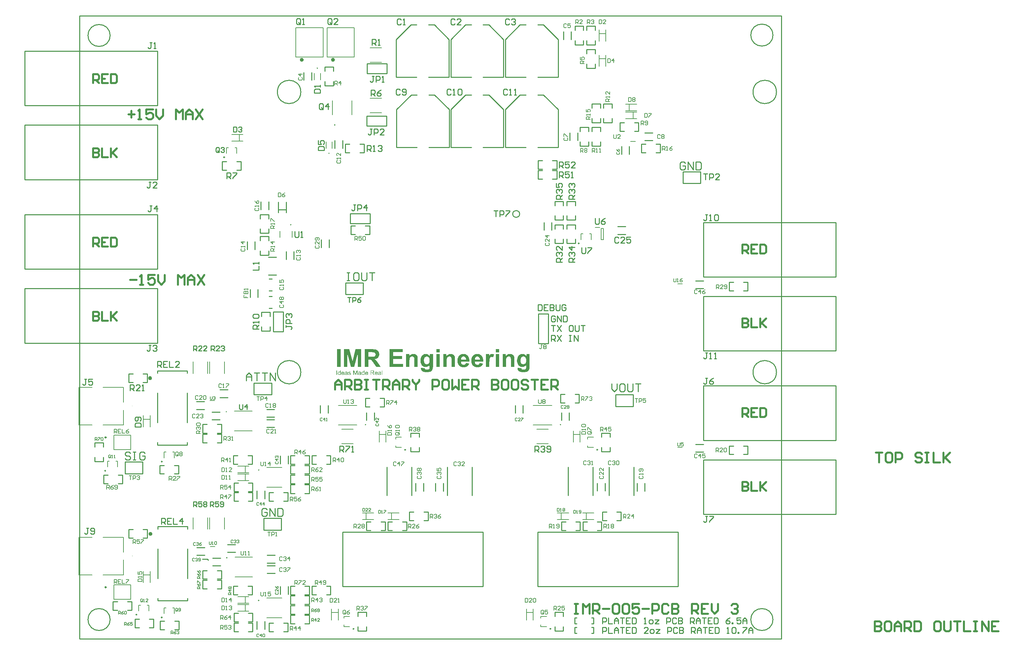
<source format=gto>
G04*
G04 #@! TF.GenerationSoftware,Altium Limited,CircuitStudio,1.5.1 (13)*
G04*
G04 Layer_Color=15065295*
%FSLAX23Y23*%
%MOIN*%
G70*
G01*
G75*
%ADD43C,0.010*%
%ADD44C,0.020*%
%ADD73C,0.008*%
%ADD74C,0.012*%
%ADD75C,0.010*%
%ADD76C,0.004*%
%ADD77C,0.005*%
%ADD78C,0.008*%
G36*
X6123Y4851D02*
X6126Y4851D01*
X6129Y4850D01*
X6132Y4850D01*
X6136Y4849D01*
X6139Y4847D01*
X6140Y4847D01*
X6141Y4847D01*
X6143Y4846D01*
X6145Y4844D01*
X6147Y4843D01*
X6150Y4841D01*
X6152Y4839D01*
X6154Y4837D01*
X6154Y4836D01*
X6155Y4836D01*
X6155Y4834D01*
X6157Y4833D01*
X6158Y4830D01*
X6159Y4828D01*
X6160Y4825D01*
X6161Y4822D01*
Y4822D01*
X6161Y4821D01*
X6161Y4819D01*
X6162Y4816D01*
X6162Y4813D01*
X6162Y4809D01*
X6163Y4805D01*
Y4799D01*
Y4719D01*
X6128D01*
Y4785D01*
Y4785D01*
Y4786D01*
Y4787D01*
Y4788D01*
Y4790D01*
Y4792D01*
X6128Y4796D01*
X6128Y4800D01*
X6127Y4805D01*
X6127Y4809D01*
X6126Y4811D01*
X6126Y4812D01*
Y4812D01*
X6125Y4813D01*
X6125Y4814D01*
X6124Y4815D01*
X6122Y4819D01*
X6120Y4820D01*
X6119Y4821D01*
X6118Y4822D01*
X6118Y4822D01*
X6117Y4822D01*
X6115Y4823D01*
X6113Y4824D01*
X6112Y4825D01*
X6109Y4825D01*
X6107Y4825D01*
X6105D01*
X6104Y4825D01*
X6102Y4825D01*
X6099Y4824D01*
X6096Y4823D01*
X6094Y4822D01*
X6091Y4820D01*
X6090Y4820D01*
X6090Y4819D01*
X6088Y4818D01*
X6087Y4817D01*
X6085Y4815D01*
X6084Y4813D01*
X6082Y4810D01*
X6081Y4807D01*
Y4807D01*
X6081Y4805D01*
X6080Y4803D01*
X6080Y4800D01*
X6080Y4798D01*
X6079Y4796D01*
X6079Y4794D01*
Y4791D01*
X6079Y4788D01*
X6078Y4785D01*
Y4781D01*
Y4777D01*
Y4719D01*
X6044D01*
Y4849D01*
X6076D01*
Y4829D01*
X6076Y4830D01*
X6077Y4830D01*
X6078Y4832D01*
X6079Y4833D01*
X6081Y4835D01*
X6083Y4836D01*
X6085Y4839D01*
X6088Y4841D01*
X6090Y4842D01*
X6094Y4844D01*
X6097Y4846D01*
X6101Y4848D01*
X6105Y4849D01*
X6109Y4850D01*
X6114Y4851D01*
X6119Y4851D01*
X6120D01*
X6123Y4851D01*
D02*
G37*
G36*
X5941D02*
X5944Y4851D01*
X5948Y4850D01*
X5952Y4849D01*
X5956Y4847D01*
X5960Y4845D01*
X5949Y4815D01*
X5949Y4815D01*
X5947Y4816D01*
X5946Y4817D01*
X5944Y4818D01*
X5941Y4819D01*
X5939Y4820D01*
X5936Y4820D01*
X5933Y4821D01*
X5932D01*
X5930Y4820D01*
X5929Y4820D01*
X5927Y4820D01*
X5925Y4819D01*
X5923Y4818D01*
X5921Y4816D01*
X5920Y4816D01*
X5920Y4816D01*
X5919Y4815D01*
X5918Y4813D01*
X5916Y4811D01*
X5915Y4809D01*
X5914Y4806D01*
X5913Y4802D01*
Y4801D01*
X5913Y4801D01*
X5912Y4800D01*
Y4799D01*
X5912Y4797D01*
X5912Y4795D01*
X5912Y4793D01*
X5911Y4790D01*
X5911Y4787D01*
X5911Y4783D01*
Y4779D01*
X5911Y4775D01*
X5910Y4770D01*
Y4764D01*
Y4758D01*
Y4719D01*
X5876D01*
Y4849D01*
X5908D01*
Y4830D01*
X5908Y4830D01*
X5909Y4832D01*
X5911Y4834D01*
X5913Y4837D01*
X5915Y4840D01*
X5917Y4843D01*
X5920Y4846D01*
X5922Y4847D01*
X5922Y4848D01*
X5923Y4848D01*
X5925Y4849D01*
X5927Y4849D01*
X5929Y4850D01*
X5931Y4851D01*
X5934Y4851D01*
X5937Y4851D01*
X5939D01*
X5941Y4851D01*
D02*
G37*
G36*
X5147D02*
X5150Y4851D01*
X5153Y4850D01*
X5157Y4850D01*
X5160Y4849D01*
X5164Y4847D01*
X5165Y4847D01*
X5166Y4847D01*
X5167Y4846D01*
X5169Y4844D01*
X5172Y4843D01*
X5174Y4841D01*
X5176Y4839D01*
X5179Y4837D01*
X5179Y4836D01*
X5179Y4836D01*
X5180Y4834D01*
X5181Y4833D01*
X5182Y4830D01*
X5183Y4828D01*
X5185Y4825D01*
X5185Y4822D01*
Y4822D01*
X5186Y4821D01*
X5186Y4819D01*
X5186Y4816D01*
X5187Y4813D01*
X5187Y4809D01*
X5187Y4805D01*
Y4799D01*
Y4719D01*
X5153D01*
Y4785D01*
Y4785D01*
Y4786D01*
Y4787D01*
Y4788D01*
Y4790D01*
Y4792D01*
X5153Y4796D01*
X5152Y4800D01*
X5152Y4805D01*
X5151Y4809D01*
X5151Y4811D01*
X5151Y4812D01*
Y4812D01*
X5150Y4813D01*
X5150Y4814D01*
X5149Y4815D01*
X5146Y4819D01*
X5145Y4820D01*
X5143Y4821D01*
X5143Y4822D01*
X5143Y4822D01*
X5141Y4822D01*
X5140Y4823D01*
X5138Y4824D01*
X5136Y4825D01*
X5134Y4825D01*
X5131Y4825D01*
X5130D01*
X5128Y4825D01*
X5126Y4825D01*
X5124Y4824D01*
X5121Y4823D01*
X5118Y4822D01*
X5115Y4820D01*
X5115Y4820D01*
X5114Y4819D01*
X5113Y4818D01*
X5111Y4817D01*
X5110Y4815D01*
X5108Y4813D01*
X5107Y4810D01*
X5106Y4807D01*
Y4807D01*
X5105Y4805D01*
X5105Y4803D01*
X5104Y4800D01*
X5104Y4798D01*
X5104Y4796D01*
X5104Y4794D01*
Y4791D01*
X5103Y4788D01*
X5103Y4785D01*
Y4781D01*
Y4777D01*
Y4719D01*
X5069D01*
Y4849D01*
X5101D01*
Y4829D01*
X5101Y4830D01*
X5101Y4830D01*
X5102Y4832D01*
X5104Y4833D01*
X5105Y4835D01*
X5107Y4836D01*
X5110Y4839D01*
X5112Y4841D01*
X5115Y4842D01*
X5118Y4844D01*
X5122Y4846D01*
X5126Y4848D01*
X5130Y4849D01*
X5134Y4850D01*
X5139Y4851D01*
X5143Y4851D01*
X5145D01*
X5147Y4851D01*
D02*
G37*
G36*
X5524D02*
X5526Y4851D01*
X5529Y4850D01*
X5533Y4850D01*
X5536Y4849D01*
X5540Y4847D01*
X5541Y4847D01*
X5542Y4847D01*
X5543Y4846D01*
X5546Y4844D01*
X5548Y4843D01*
X5550Y4841D01*
X5553Y4839D01*
X5555Y4837D01*
X5555Y4836D01*
X5555Y4836D01*
X5556Y4834D01*
X5557Y4833D01*
X5559Y4830D01*
X5560Y4828D01*
X5561Y4825D01*
X5561Y4822D01*
Y4822D01*
X5562Y4821D01*
X5562Y4819D01*
X5562Y4816D01*
X5563Y4813D01*
X5563Y4809D01*
X5563Y4805D01*
Y4799D01*
Y4719D01*
X5529D01*
Y4785D01*
Y4785D01*
Y4786D01*
Y4787D01*
Y4788D01*
Y4790D01*
Y4792D01*
X5529Y4796D01*
X5528Y4800D01*
X5528Y4805D01*
X5527Y4809D01*
X5527Y4811D01*
X5527Y4812D01*
Y4812D01*
X5526Y4813D01*
X5526Y4814D01*
X5525Y4815D01*
X5523Y4819D01*
X5521Y4820D01*
X5519Y4821D01*
X5519Y4822D01*
X5519Y4822D01*
X5518Y4822D01*
X5516Y4823D01*
X5514Y4824D01*
X5512Y4825D01*
X5510Y4825D01*
X5507Y4825D01*
X5506D01*
X5504Y4825D01*
X5502Y4825D01*
X5500Y4824D01*
X5497Y4823D01*
X5494Y4822D01*
X5491Y4820D01*
X5491Y4820D01*
X5490Y4819D01*
X5489Y4818D01*
X5488Y4817D01*
X5486Y4815D01*
X5484Y4813D01*
X5483Y4810D01*
X5482Y4807D01*
Y4807D01*
X5481Y4805D01*
X5481Y4803D01*
X5481Y4800D01*
X5480Y4798D01*
X5480Y4796D01*
X5480Y4794D01*
Y4791D01*
X5479Y4788D01*
X5479Y4785D01*
Y4781D01*
Y4777D01*
Y4719D01*
X5445D01*
Y4849D01*
X5477D01*
Y4829D01*
X5477Y4830D01*
X5477Y4830D01*
X5478Y4832D01*
X5480Y4833D01*
X5481Y4835D01*
X5483Y4836D01*
X5486Y4839D01*
X5488Y4841D01*
X5491Y4842D01*
X5495Y4844D01*
X5498Y4846D01*
X5502Y4848D01*
X5506Y4849D01*
X5510Y4850D01*
X5515Y4851D01*
X5519Y4851D01*
X5521D01*
X5524Y4851D01*
D02*
G37*
G36*
X5410Y4866D02*
X5375D01*
Y4898D01*
X5410D01*
Y4866D01*
D02*
G37*
G36*
X4672Y4672D02*
X4673Y4672D01*
X4673Y4671D01*
X4674Y4671D01*
X4675Y4671D01*
X4676Y4671D01*
X4677Y4671D01*
X4677Y4670D01*
X4678Y4670D01*
X4679Y4669D01*
X4680Y4669D01*
X4681Y4668D01*
X4682Y4667D01*
X4682Y4667D01*
X4682Y4667D01*
X4682Y4667D01*
X4682Y4666D01*
X4683Y4666D01*
X4683Y4665D01*
X4683Y4665D01*
X4684Y4664D01*
X4684Y4663D01*
X4685Y4662D01*
X4685Y4661D01*
X4685Y4660D01*
X4685Y4659D01*
X4686Y4658D01*
X4686Y4656D01*
X4686Y4655D01*
Y4655D01*
Y4654D01*
Y4654D01*
X4686Y4653D01*
X4661D01*
Y4653D01*
Y4653D01*
X4662Y4653D01*
Y4652D01*
X4662Y4652D01*
X4662Y4651D01*
X4662Y4650D01*
X4662Y4649D01*
X4663Y4648D01*
X4664Y4646D01*
X4664Y4645D01*
X4665D01*
X4665Y4645D01*
X4665Y4645D01*
X4666Y4644D01*
X4666Y4644D01*
X4667Y4643D01*
X4669Y4643D01*
X4670Y4642D01*
X4671Y4642D01*
X4671Y4642D01*
X4672D01*
X4672Y4642D01*
X4673Y4643D01*
X4674Y4643D01*
X4675Y4643D01*
X4676Y4643D01*
X4677Y4644D01*
X4677Y4644D01*
X4677Y4644D01*
X4677Y4645D01*
X4678Y4645D01*
X4678Y4646D01*
X4679Y4647D01*
X4679Y4648D01*
X4680Y4649D01*
X4686Y4648D01*
Y4648D01*
X4686Y4648D01*
X4686Y4648D01*
X4685Y4647D01*
X4685Y4647D01*
X4685Y4647D01*
X4684Y4645D01*
X4684Y4644D01*
X4683Y4643D01*
X4682Y4642D01*
X4681Y4641D01*
X4681D01*
X4680Y4640D01*
X4680Y4640D01*
X4680Y4640D01*
X4680Y4640D01*
X4679Y4640D01*
X4679Y4639D01*
X4678Y4639D01*
X4677Y4639D01*
X4677Y4639D01*
X4675Y4638D01*
X4673Y4638D01*
X4671Y4638D01*
X4671D01*
X4670Y4638D01*
X4670Y4638D01*
X4669Y4638D01*
X4668Y4638D01*
X4667Y4638D01*
X4665Y4639D01*
X4664Y4639D01*
X4664Y4640D01*
X4663Y4640D01*
X4662Y4641D01*
X4661Y4641D01*
X4660Y4642D01*
X4660Y4642D01*
X4660Y4642D01*
X4660Y4643D01*
X4659Y4643D01*
X4659Y4643D01*
X4659Y4644D01*
X4658Y4645D01*
X4658Y4645D01*
X4658Y4646D01*
X4657Y4647D01*
X4657Y4648D01*
X4657Y4649D01*
X4656Y4650D01*
X4656Y4652D01*
X4656Y4653D01*
X4656Y4654D01*
Y4655D01*
Y4655D01*
Y4655D01*
X4656Y4656D01*
X4656Y4657D01*
X4656Y4657D01*
X4656Y4658D01*
X4656Y4659D01*
X4657Y4661D01*
X4657Y4662D01*
X4658Y4663D01*
X4658Y4664D01*
X4659Y4665D01*
X4659Y4666D01*
X4660Y4667D01*
X4660Y4667D01*
X4660Y4667D01*
X4661Y4668D01*
X4661Y4668D01*
X4661Y4668D01*
X4662Y4669D01*
X4662Y4669D01*
X4663Y4669D01*
X4664Y4670D01*
X4665Y4670D01*
X4666Y4671D01*
X4666Y4671D01*
X4668Y4671D01*
X4669Y4672D01*
X4670Y4672D01*
X4671Y4672D01*
X4672D01*
X4672Y4672D01*
D02*
G37*
G36*
X4770D02*
X4770Y4672D01*
X4771Y4671D01*
X4772Y4671D01*
X4772Y4671D01*
X4773Y4671D01*
X4774Y4671D01*
X4775Y4670D01*
X4776Y4670D01*
X4777Y4669D01*
X4778Y4669D01*
X4778Y4668D01*
X4779Y4667D01*
X4779Y4667D01*
X4779Y4667D01*
X4780Y4667D01*
X4780Y4666D01*
X4780Y4666D01*
X4781Y4665D01*
X4781Y4665D01*
X4781Y4664D01*
X4782Y4663D01*
X4782Y4662D01*
X4782Y4661D01*
X4783Y4660D01*
X4783Y4659D01*
X4783Y4658D01*
X4783Y4656D01*
X4783Y4655D01*
Y4655D01*
Y4654D01*
Y4654D01*
X4783Y4653D01*
X4759D01*
Y4653D01*
Y4653D01*
X4759Y4653D01*
Y4652D01*
X4759Y4652D01*
X4759Y4651D01*
X4759Y4650D01*
X4760Y4649D01*
X4760Y4648D01*
X4761Y4646D01*
X4762Y4645D01*
X4762D01*
X4762Y4645D01*
X4763Y4645D01*
X4763Y4644D01*
X4764Y4644D01*
X4765Y4643D01*
X4766Y4643D01*
X4767Y4642D01*
X4768Y4642D01*
X4769Y4642D01*
X4769D01*
X4770Y4642D01*
X4771Y4643D01*
X4771Y4643D01*
X4772Y4643D01*
X4773Y4643D01*
X4774Y4644D01*
X4774Y4644D01*
X4774Y4644D01*
X4775Y4645D01*
X4775Y4645D01*
X4776Y4646D01*
X4776Y4647D01*
X4777Y4648D01*
X4777Y4649D01*
X4783Y4648D01*
Y4648D01*
X4783Y4648D01*
X4783Y4648D01*
X4783Y4647D01*
X4783Y4647D01*
X4783Y4647D01*
X4782Y4645D01*
X4781Y4644D01*
X4780Y4643D01*
X4779Y4642D01*
X4778Y4641D01*
X4778D01*
X4778Y4640D01*
X4778Y4640D01*
X4777Y4640D01*
X4777Y4640D01*
X4777Y4640D01*
X4776Y4639D01*
X4776Y4639D01*
X4775Y4639D01*
X4774Y4639D01*
X4773Y4638D01*
X4771Y4638D01*
X4769Y4638D01*
X4768D01*
X4768Y4638D01*
X4767Y4638D01*
X4766Y4638D01*
X4766Y4638D01*
X4765Y4638D01*
X4763Y4639D01*
X4762Y4639D01*
X4761Y4640D01*
X4760Y4640D01*
X4759Y4641D01*
X4758Y4641D01*
X4758Y4642D01*
X4757Y4642D01*
X4757Y4642D01*
X4757Y4643D01*
X4757Y4643D01*
X4757Y4643D01*
X4756Y4644D01*
X4756Y4645D01*
X4755Y4645D01*
X4755Y4646D01*
X4755Y4647D01*
X4754Y4648D01*
X4754Y4649D01*
X4754Y4650D01*
X4754Y4652D01*
X4753Y4653D01*
X4753Y4654D01*
Y4655D01*
Y4655D01*
Y4655D01*
X4753Y4656D01*
X4754Y4657D01*
X4754Y4657D01*
X4754Y4658D01*
X4754Y4659D01*
X4754Y4661D01*
X4755Y4662D01*
X4755Y4663D01*
X4756Y4664D01*
X4756Y4665D01*
X4757Y4666D01*
X4758Y4667D01*
X4758Y4667D01*
X4758Y4667D01*
X4758Y4668D01*
X4758Y4668D01*
X4759Y4668D01*
X4759Y4669D01*
X4760Y4669D01*
X4761Y4669D01*
X4761Y4670D01*
X4762Y4670D01*
X4763Y4671D01*
X4764Y4671D01*
X4765Y4671D01*
X4766Y4672D01*
X4767Y4672D01*
X4769Y4672D01*
X4769D01*
X4770Y4672D01*
D02*
G37*
G36*
X6009Y4866D02*
X5975D01*
Y4898D01*
X6009D01*
Y4866D01*
D02*
G37*
G36*
X4432Y4672D02*
X4432Y4672D01*
X4433Y4671D01*
X4434Y4671D01*
X4434Y4671D01*
X4435Y4671D01*
X4436Y4671D01*
X4437Y4670D01*
X4438Y4670D01*
X4439Y4669D01*
X4440Y4669D01*
X4440Y4668D01*
X4441Y4667D01*
X4441Y4667D01*
X4441Y4667D01*
X4442Y4667D01*
X4442Y4666D01*
X4442Y4666D01*
X4443Y4665D01*
X4443Y4665D01*
X4443Y4664D01*
X4444Y4663D01*
X4444Y4662D01*
X4444Y4661D01*
X4445Y4660D01*
X4445Y4659D01*
X4445Y4658D01*
X4445Y4656D01*
X4445Y4655D01*
Y4655D01*
Y4654D01*
Y4654D01*
X4445Y4653D01*
X4421D01*
Y4653D01*
Y4653D01*
X4421Y4653D01*
Y4652D01*
X4421Y4652D01*
X4421Y4651D01*
X4421Y4650D01*
X4422Y4649D01*
X4422Y4648D01*
X4423Y4646D01*
X4424Y4645D01*
X4424D01*
X4424Y4645D01*
X4425Y4645D01*
X4425Y4644D01*
X4426Y4644D01*
X4427Y4643D01*
X4428Y4643D01*
X4429Y4642D01*
X4430Y4642D01*
X4431Y4642D01*
X4431D01*
X4432Y4642D01*
X4433Y4643D01*
X4433Y4643D01*
X4434Y4643D01*
X4435Y4643D01*
X4436Y4644D01*
X4436Y4644D01*
X4436Y4644D01*
X4437Y4645D01*
X4437Y4645D01*
X4438Y4646D01*
X4438Y4647D01*
X4439Y4648D01*
X4439Y4649D01*
X4445Y4648D01*
Y4648D01*
X4445Y4648D01*
X4445Y4648D01*
X4445Y4647D01*
X4445Y4647D01*
X4445Y4647D01*
X4444Y4645D01*
X4443Y4644D01*
X4442Y4643D01*
X4441Y4642D01*
X4440Y4641D01*
X4440D01*
X4440Y4640D01*
X4440Y4640D01*
X4439Y4640D01*
X4439Y4640D01*
X4439Y4640D01*
X4438Y4639D01*
X4438Y4639D01*
X4437Y4639D01*
X4436Y4639D01*
X4435Y4638D01*
X4433Y4638D01*
X4431Y4638D01*
X4430D01*
X4430Y4638D01*
X4429Y4638D01*
X4428Y4638D01*
X4428Y4638D01*
X4427Y4638D01*
X4425Y4639D01*
X4424Y4639D01*
X4423Y4640D01*
X4422Y4640D01*
X4421Y4641D01*
X4420Y4641D01*
X4420Y4642D01*
X4419Y4642D01*
X4419Y4642D01*
X4419Y4643D01*
X4419Y4643D01*
X4419Y4643D01*
X4418Y4644D01*
X4418Y4645D01*
X4417Y4645D01*
X4417Y4646D01*
X4417Y4647D01*
X4416Y4648D01*
X4416Y4649D01*
X4416Y4650D01*
X4416Y4652D01*
X4415Y4653D01*
X4415Y4654D01*
Y4655D01*
Y4655D01*
Y4655D01*
X4415Y4656D01*
X4416Y4657D01*
X4416Y4657D01*
X4416Y4658D01*
X4416Y4659D01*
X4416Y4661D01*
X4417Y4662D01*
X4417Y4663D01*
X4418Y4664D01*
X4418Y4665D01*
X4419Y4666D01*
X4420Y4667D01*
X4420Y4667D01*
X4420Y4667D01*
X4420Y4668D01*
X4420Y4668D01*
X4421Y4668D01*
X4421Y4669D01*
X4422Y4669D01*
X4423Y4669D01*
X4423Y4670D01*
X4424Y4670D01*
X4425Y4671D01*
X4426Y4671D01*
X4427Y4671D01*
X4428Y4672D01*
X4429Y4672D01*
X4431Y4672D01*
X4431D01*
X4432Y4672D01*
D02*
G37*
G36*
X4615Y4719D02*
X4581D01*
X4581Y4860D01*
X4546Y4719D01*
X4511D01*
X4476Y4860D01*
Y4719D01*
X4442D01*
Y4898D01*
X4496D01*
X4528Y4775D01*
X4560Y4898D01*
X4615D01*
Y4719D01*
D02*
G37*
G36*
X5653Y4851D02*
X5655Y4851D01*
X5658Y4850D01*
X5661Y4850D01*
X5664Y4849D01*
X5668Y4848D01*
X5672Y4847D01*
X5675Y4845D01*
X5679Y4843D01*
X5683Y4841D01*
X5687Y4839D01*
X5690Y4835D01*
X5693Y4832D01*
X5694Y4832D01*
X5694Y4831D01*
X5695Y4830D01*
X5696Y4828D01*
X5697Y4826D01*
X5698Y4824D01*
X5700Y4821D01*
X5702Y4818D01*
X5703Y4814D01*
X5705Y4809D01*
X5706Y4805D01*
X5707Y4799D01*
X5708Y4793D01*
X5709Y4787D01*
X5710Y4781D01*
Y4773D01*
X5624D01*
Y4773D01*
Y4773D01*
Y4772D01*
X5624Y4771D01*
X5624Y4768D01*
X5625Y4765D01*
X5626Y4761D01*
X5627Y4757D01*
X5629Y4753D01*
X5632Y4750D01*
X5632Y4749D01*
X5633Y4748D01*
X5635Y4747D01*
X5637Y4745D01*
X5640Y4744D01*
X5644Y4743D01*
X5647Y4742D01*
X5652Y4741D01*
X5653D01*
X5654Y4742D01*
X5656Y4742D01*
X5658Y4742D01*
X5661Y4743D01*
X5663Y4744D01*
X5665Y4746D01*
X5665Y4746D01*
X5666Y4746D01*
X5667Y4748D01*
X5668Y4749D01*
X5670Y4751D01*
X5671Y4753D01*
X5672Y4757D01*
X5674Y4760D01*
X5708Y4754D01*
Y4754D01*
X5708Y4753D01*
X5707Y4752D01*
X5707Y4751D01*
X5706Y4750D01*
X5705Y4748D01*
X5703Y4744D01*
X5700Y4739D01*
X5696Y4734D01*
X5692Y4730D01*
X5687Y4726D01*
X5687D01*
X5686Y4725D01*
X5685Y4725D01*
X5684Y4724D01*
X5683Y4723D01*
X5681Y4722D01*
X5679Y4722D01*
X5677Y4721D01*
X5672Y4719D01*
X5666Y4717D01*
X5659Y4716D01*
X5651Y4716D01*
X5650D01*
X5648Y4716D01*
X5646D01*
X5643Y4716D01*
X5640Y4717D01*
X5636Y4717D01*
X5632Y4719D01*
X5628Y4720D01*
X5624Y4721D01*
X5620Y4723D01*
X5616Y4725D01*
X5612Y4728D01*
X5608Y4730D01*
X5604Y4734D01*
X5601Y4738D01*
X5601Y4738D01*
X5601Y4738D01*
X5600Y4739D01*
X5599Y4741D01*
X5598Y4743D01*
X5597Y4745D01*
X5596Y4747D01*
X5595Y4750D01*
X5594Y4753D01*
X5592Y4756D01*
X5591Y4760D01*
X5590Y4764D01*
X5590Y4768D01*
X5589Y4773D01*
X5589Y4778D01*
X5588Y4783D01*
Y4783D01*
Y4784D01*
Y4786D01*
X5589Y4788D01*
X5589Y4791D01*
X5589Y4794D01*
X5590Y4797D01*
X5590Y4801D01*
X5592Y4809D01*
X5594Y4813D01*
X5595Y4818D01*
X5597Y4822D01*
X5600Y4826D01*
X5602Y4829D01*
X5605Y4833D01*
X5605Y4833D01*
X5606Y4834D01*
X5607Y4835D01*
X5608Y4836D01*
X5610Y4837D01*
X5612Y4839D01*
X5614Y4841D01*
X5617Y4842D01*
X5620Y4844D01*
X5623Y4846D01*
X5626Y4847D01*
X5630Y4849D01*
X5634Y4850D01*
X5639Y4851D01*
X5643Y4851D01*
X5648Y4851D01*
X5651D01*
X5653Y4851D01*
D02*
G37*
G36*
X5792D02*
X5794Y4851D01*
X5797Y4850D01*
X5800Y4850D01*
X5804Y4849D01*
X5807Y4848D01*
X5811Y4847D01*
X5815Y4845D01*
X5819Y4843D01*
X5822Y4841D01*
X5826Y4839D01*
X5830Y4835D01*
X5833Y4832D01*
X5833Y4832D01*
X5834Y4831D01*
X5834Y4830D01*
X5835Y4828D01*
X5837Y4826D01*
X5838Y4824D01*
X5840Y4821D01*
X5841Y4818D01*
X5843Y4814D01*
X5844Y4809D01*
X5845Y4805D01*
X5847Y4799D01*
X5848Y4793D01*
X5849Y4787D01*
X5849Y4781D01*
Y4773D01*
X5763D01*
Y4773D01*
Y4773D01*
Y4772D01*
X5763Y4771D01*
X5764Y4768D01*
X5764Y4765D01*
X5765Y4761D01*
X5767Y4757D01*
X5768Y4753D01*
X5771Y4750D01*
X5771Y4749D01*
X5773Y4748D01*
X5774Y4747D01*
X5777Y4745D01*
X5779Y4744D01*
X5783Y4743D01*
X5787Y4742D01*
X5791Y4741D01*
X5792D01*
X5794Y4742D01*
X5796Y4742D01*
X5798Y4742D01*
X5800Y4743D01*
X5802Y4744D01*
X5805Y4746D01*
X5805Y4746D01*
X5806Y4746D01*
X5807Y4748D01*
X5808Y4749D01*
X5809Y4751D01*
X5810Y4753D01*
X5812Y4757D01*
X5813Y4760D01*
X5847Y4754D01*
Y4754D01*
X5847Y4753D01*
X5847Y4752D01*
X5846Y4751D01*
X5845Y4750D01*
X5844Y4748D01*
X5842Y4744D01*
X5839Y4739D01*
X5836Y4734D01*
X5831Y4730D01*
X5826Y4726D01*
X5826D01*
X5826Y4725D01*
X5825Y4725D01*
X5824Y4724D01*
X5822Y4723D01*
X5821Y4722D01*
X5819Y4722D01*
X5816Y4721D01*
X5811Y4719D01*
X5805Y4717D01*
X5798Y4716D01*
X5791Y4716D01*
X5789D01*
X5788Y4716D01*
X5785D01*
X5782Y4716D01*
X5779Y4717D01*
X5775Y4717D01*
X5772Y4719D01*
X5768Y4720D01*
X5764Y4721D01*
X5759Y4723D01*
X5755Y4725D01*
X5751Y4728D01*
X5747Y4730D01*
X5744Y4734D01*
X5740Y4738D01*
X5740Y4738D01*
X5740Y4738D01*
X5739Y4739D01*
X5738Y4741D01*
X5738Y4743D01*
X5737Y4745D01*
X5735Y4747D01*
X5734Y4750D01*
X5733Y4753D01*
X5732Y4756D01*
X5731Y4760D01*
X5730Y4764D01*
X5729Y4768D01*
X5728Y4773D01*
X5728Y4778D01*
X5728Y4783D01*
Y4783D01*
Y4784D01*
Y4786D01*
X5728Y4788D01*
X5728Y4791D01*
X5729Y4794D01*
X5729Y4797D01*
X5730Y4801D01*
X5732Y4809D01*
X5733Y4813D01*
X5735Y4818D01*
X5737Y4822D01*
X5739Y4826D01*
X5742Y4829D01*
X5745Y4833D01*
X5745Y4833D01*
X5745Y4834D01*
X5746Y4835D01*
X5748Y4836D01*
X5749Y4837D01*
X5751Y4839D01*
X5754Y4841D01*
X5756Y4842D01*
X5759Y4844D01*
X5763Y4846D01*
X5766Y4847D01*
X5770Y4849D01*
X5774Y4850D01*
X5778Y4851D01*
X5782Y4851D01*
X5787Y4851D01*
X5790D01*
X5792Y4851D01*
D02*
G37*
G36*
X5272D02*
X5273D01*
X5275Y4851D01*
X5278Y4850D01*
X5280Y4850D01*
X5283Y4849D01*
X5286Y4848D01*
X5289Y4846D01*
X5293Y4844D01*
X5296Y4842D01*
X5300Y4840D01*
X5303Y4837D01*
X5306Y4834D01*
X5309Y4830D01*
Y4849D01*
X5341D01*
Y4732D01*
Y4731D01*
Y4731D01*
Y4730D01*
Y4728D01*
Y4726D01*
X5341Y4724D01*
X5341Y4719D01*
X5340Y4713D01*
X5340Y4708D01*
X5339Y4702D01*
X5338Y4700D01*
X5337Y4698D01*
X5337Y4697D01*
X5337Y4696D01*
X5336Y4694D01*
X5335Y4691D01*
X5333Y4688D01*
X5331Y4685D01*
X5329Y4682D01*
X5327Y4680D01*
X5326Y4679D01*
X5325Y4679D01*
X5324Y4677D01*
X5322Y4676D01*
X5319Y4674D01*
X5316Y4673D01*
X5313Y4671D01*
X5308Y4670D01*
X5308Y4669D01*
X5306Y4669D01*
X5304Y4668D01*
X5301Y4668D01*
X5296Y4667D01*
X5291Y4666D01*
X5286Y4666D01*
X5279Y4666D01*
X5276D01*
X5274Y4666D01*
X5271D01*
X5268Y4666D01*
X5265Y4667D01*
X5261Y4667D01*
X5253Y4668D01*
X5246Y4671D01*
X5242Y4672D01*
X5238Y4673D01*
X5235Y4675D01*
X5232Y4677D01*
X5232Y4677D01*
X5232Y4678D01*
X5230Y4679D01*
X5228Y4681D01*
X5226Y4685D01*
X5223Y4689D01*
X5221Y4694D01*
X5219Y4700D01*
X5219Y4703D01*
X5219Y4706D01*
Y4706D01*
Y4707D01*
Y4708D01*
X5219Y4710D01*
X5258Y4705D01*
Y4705D01*
X5259Y4704D01*
X5259Y4703D01*
X5259Y4702D01*
X5260Y4699D01*
X5261Y4697D01*
X5263Y4696D01*
X5263Y4696D01*
X5264Y4695D01*
X5265Y4695D01*
X5267Y4694D01*
X5269Y4693D01*
X5271Y4693D01*
X5274Y4692D01*
X5278Y4692D01*
X5280D01*
X5283Y4692D01*
X5286Y4693D01*
X5289Y4693D01*
X5292Y4694D01*
X5295Y4695D01*
X5298Y4696D01*
X5299Y4696D01*
X5299Y4697D01*
X5300Y4697D01*
X5301Y4698D01*
X5302Y4700D01*
X5303Y4701D01*
X5304Y4703D01*
X5305Y4705D01*
Y4705D01*
X5305Y4706D01*
X5306Y4707D01*
X5306Y4709D01*
X5306Y4711D01*
X5307Y4713D01*
X5307Y4717D01*
Y4721D01*
Y4739D01*
X5307Y4739D01*
X5306Y4739D01*
X5305Y4738D01*
X5304Y4736D01*
X5303Y4735D01*
X5301Y4733D01*
X5299Y4731D01*
X5296Y4729D01*
X5294Y4727D01*
X5291Y4725D01*
X5284Y4722D01*
X5280Y4721D01*
X5277Y4720D01*
X5272Y4719D01*
X5268Y4719D01*
X5267D01*
X5265Y4719D01*
X5264D01*
X5261Y4719D01*
X5259Y4720D01*
X5256Y4720D01*
X5253Y4721D01*
X5250Y4722D01*
X5246Y4724D01*
X5243Y4726D01*
X5239Y4728D01*
X5236Y4730D01*
X5233Y4733D01*
X5230Y4737D01*
X5226Y4741D01*
Y4741D01*
X5226Y4741D01*
X5225Y4742D01*
X5225Y4744D01*
X5224Y4745D01*
X5223Y4748D01*
X5222Y4750D01*
X5221Y4753D01*
X5219Y4756D01*
X5218Y4759D01*
X5217Y4763D01*
X5216Y4766D01*
X5215Y4775D01*
X5215Y4779D01*
X5215Y4784D01*
Y4784D01*
Y4786D01*
Y4787D01*
X5215Y4790D01*
X5215Y4792D01*
X5215Y4795D01*
X5216Y4799D01*
X5217Y4802D01*
X5218Y4811D01*
X5220Y4815D01*
X5221Y4819D01*
X5223Y4823D01*
X5225Y4827D01*
X5227Y4831D01*
X5230Y4834D01*
X5230Y4834D01*
X5231Y4835D01*
X5232Y4836D01*
X5233Y4837D01*
X5235Y4838D01*
X5236Y4840D01*
X5238Y4841D01*
X5241Y4843D01*
X5244Y4844D01*
X5247Y4846D01*
X5253Y4849D01*
X5257Y4850D01*
X5261Y4851D01*
X5265Y4851D01*
X5269Y4851D01*
X5270D01*
X5272Y4851D01*
D02*
G37*
G36*
X6247D02*
X6249D01*
X6251Y4851D01*
X6253Y4850D01*
X6256Y4850D01*
X6259Y4849D01*
X6262Y4848D01*
X6265Y4846D01*
X6268Y4844D01*
X6272Y4842D01*
X6275Y4840D01*
X6278Y4837D01*
X6281Y4834D01*
X6285Y4830D01*
Y4849D01*
X6317D01*
Y4732D01*
Y4731D01*
Y4731D01*
Y4730D01*
Y4728D01*
Y4726D01*
X6316Y4724D01*
X6316Y4719D01*
X6316Y4713D01*
X6315Y4708D01*
X6314Y4702D01*
X6314Y4700D01*
X6313Y4698D01*
X6313Y4697D01*
X6312Y4696D01*
X6311Y4694D01*
X6310Y4691D01*
X6308Y4688D01*
X6307Y4685D01*
X6305Y4682D01*
X6302Y4680D01*
X6302Y4679D01*
X6301Y4679D01*
X6299Y4677D01*
X6297Y4676D01*
X6295Y4674D01*
X6292Y4673D01*
X6288Y4671D01*
X6284Y4670D01*
X6283Y4669D01*
X6282Y4669D01*
X6279Y4668D01*
X6276Y4668D01*
X6272Y4667D01*
X6267Y4666D01*
X6261Y4666D01*
X6255Y4666D01*
X6252D01*
X6249Y4666D01*
X6247D01*
X6244Y4666D01*
X6240Y4667D01*
X6237Y4667D01*
X6229Y4668D01*
X6221Y4671D01*
X6217Y4672D01*
X6214Y4673D01*
X6211Y4675D01*
X6208Y4677D01*
X6208Y4677D01*
X6207Y4678D01*
X6206Y4679D01*
X6203Y4681D01*
X6201Y4685D01*
X6198Y4689D01*
X6196Y4694D01*
X6195Y4700D01*
X6194Y4703D01*
X6194Y4706D01*
Y4706D01*
Y4707D01*
Y4708D01*
X6194Y4710D01*
X6234Y4705D01*
Y4705D01*
X6234Y4704D01*
X6234Y4703D01*
X6235Y4702D01*
X6236Y4699D01*
X6237Y4697D01*
X6238Y4696D01*
X6238Y4696D01*
X6239Y4695D01*
X6240Y4695D01*
X6242Y4694D01*
X6244Y4693D01*
X6247Y4693D01*
X6250Y4692D01*
X6253Y4692D01*
X6256D01*
X6258Y4692D01*
X6261Y4693D01*
X6264Y4693D01*
X6268Y4694D01*
X6271Y4695D01*
X6274Y4696D01*
X6274Y4696D01*
X6274Y4697D01*
X6275Y4697D01*
X6276Y4698D01*
X6277Y4700D01*
X6278Y4701D01*
X6279Y4703D01*
X6280Y4705D01*
Y4705D01*
X6281Y4706D01*
X6281Y4707D01*
X6281Y4709D01*
X6282Y4711D01*
X6282Y4713D01*
X6282Y4717D01*
Y4721D01*
Y4739D01*
X6282Y4739D01*
X6281Y4739D01*
X6281Y4738D01*
X6279Y4736D01*
X6278Y4735D01*
X6276Y4733D01*
X6274Y4731D01*
X6272Y4729D01*
X6269Y4727D01*
X6266Y4725D01*
X6259Y4722D01*
X6256Y4721D01*
X6252Y4720D01*
X6248Y4719D01*
X6243Y4719D01*
X6242D01*
X6241Y4719D01*
X6239D01*
X6237Y4719D01*
X6234Y4720D01*
X6231Y4720D01*
X6228Y4721D01*
X6225Y4722D01*
X6222Y4724D01*
X6218Y4726D01*
X6215Y4728D01*
X6211Y4730D01*
X6208Y4733D01*
X6205Y4737D01*
X6202Y4741D01*
Y4741D01*
X6201Y4741D01*
X6201Y4742D01*
X6200Y4744D01*
X6199Y4745D01*
X6198Y4748D01*
X6197Y4750D01*
X6196Y4753D01*
X6195Y4756D01*
X6194Y4759D01*
X6193Y4763D01*
X6192Y4766D01*
X6190Y4775D01*
X6190Y4779D01*
X6190Y4784D01*
Y4784D01*
Y4786D01*
Y4787D01*
X6190Y4790D01*
X6190Y4792D01*
X6191Y4795D01*
X6191Y4799D01*
X6192Y4802D01*
X6194Y4811D01*
X6195Y4815D01*
X6196Y4819D01*
X6198Y4823D01*
X6200Y4827D01*
X6203Y4831D01*
X6205Y4834D01*
X6206Y4834D01*
X6206Y4835D01*
X6207Y4836D01*
X6208Y4837D01*
X6210Y4838D01*
X6212Y4840D01*
X6214Y4841D01*
X6216Y4843D01*
X6219Y4844D01*
X6222Y4846D01*
X6229Y4849D01*
X6232Y4850D01*
X6236Y4851D01*
X6240Y4851D01*
X6245Y4851D01*
X6246D01*
X6247Y4851D01*
D02*
G37*
G36*
X4408Y4719D02*
X4372D01*
Y4898D01*
X4408D01*
Y4719D01*
D02*
G37*
G36*
X5410D02*
X5375D01*
Y4849D01*
X5410D01*
Y4719D01*
D02*
G37*
G36*
X6009D02*
X5975D01*
Y4849D01*
X6009D01*
Y4719D01*
D02*
G37*
G36*
X4735Y4898D02*
X4738D01*
X4740Y4897D01*
X4744D01*
X4751Y4897D01*
X4758Y4896D01*
X4764Y4895D01*
X4767Y4894D01*
X4770Y4893D01*
X4770D01*
X4770Y4893D01*
X4772Y4892D01*
X4774Y4891D01*
X4777Y4889D01*
X4780Y4886D01*
X4784Y4884D01*
X4787Y4880D01*
X4790Y4876D01*
Y4875D01*
X4791Y4875D01*
X4791Y4874D01*
X4792Y4874D01*
X4793Y4871D01*
X4794Y4868D01*
X4796Y4863D01*
X4797Y4859D01*
X4798Y4853D01*
X4798Y4848D01*
Y4847D01*
Y4847D01*
Y4846D01*
X4798Y4844D01*
Y4842D01*
X4798Y4841D01*
X4797Y4836D01*
X4795Y4830D01*
X4793Y4825D01*
X4790Y4819D01*
X4788Y4817D01*
X4786Y4814D01*
X4786Y4814D01*
X4786Y4814D01*
X4785Y4813D01*
X4784Y4812D01*
X4783Y4811D01*
X4781Y4810D01*
X4780Y4808D01*
X4778Y4807D01*
X4775Y4806D01*
X4772Y4804D01*
X4770Y4803D01*
X4766Y4802D01*
X4763Y4800D01*
X4759Y4799D01*
X4755Y4798D01*
X4751Y4798D01*
X4751D01*
X4751Y4797D01*
X4753Y4796D01*
X4755Y4795D01*
X4758Y4793D01*
X4761Y4791D01*
X4764Y4788D01*
X4767Y4786D01*
X4770Y4783D01*
X4770Y4782D01*
X4772Y4781D01*
X4773Y4779D01*
X4775Y4776D01*
X4779Y4772D01*
X4780Y4769D01*
X4782Y4767D01*
X4784Y4764D01*
X4786Y4761D01*
X4788Y4757D01*
X4791Y4753D01*
X4813Y4719D01*
X4769D01*
X4743Y4757D01*
X4743Y4758D01*
X4743Y4758D01*
X4742Y4759D01*
X4741Y4761D01*
X4740Y4762D01*
X4739Y4764D01*
X4736Y4769D01*
X4732Y4773D01*
X4729Y4777D01*
X4726Y4781D01*
X4725Y4783D01*
X4724Y4784D01*
X4724Y4784D01*
X4723Y4785D01*
X4722Y4786D01*
X4721Y4787D01*
X4719Y4788D01*
X4717Y4789D01*
X4715Y4790D01*
X4713Y4791D01*
X4713D01*
X4712Y4792D01*
X4711Y4792D01*
X4709Y4792D01*
X4706Y4793D01*
X4703Y4793D01*
X4700Y4793D01*
X4688D01*
Y4719D01*
X4652D01*
Y4898D01*
X4732D01*
X4735Y4898D01*
D02*
G37*
G36*
X5035Y4868D02*
X4939D01*
Y4828D01*
X5028D01*
Y4798D01*
X4939D01*
Y4749D01*
X5039D01*
Y4719D01*
X4902D01*
Y4898D01*
X5035D01*
Y4868D01*
D02*
G37*
G36*
X4649Y4639D02*
X4644D01*
Y4643D01*
X4644Y4643D01*
X4644Y4642D01*
X4644Y4642D01*
X4643Y4642D01*
X4643Y4641D01*
X4643Y4641D01*
X4642Y4641D01*
X4642Y4640D01*
X4641Y4640D01*
X4640Y4639D01*
X4640Y4639D01*
X4639Y4639D01*
X4638Y4638D01*
X4637Y4638D01*
X4636Y4638D01*
X4635Y4638D01*
X4634D01*
X4634Y4638D01*
X4633Y4638D01*
X4632Y4638D01*
X4631Y4638D01*
X4630Y4639D01*
X4629Y4639D01*
X4628Y4640D01*
X4628D01*
X4627Y4640D01*
X4627Y4640D01*
X4627Y4641D01*
X4626Y4641D01*
X4625Y4642D01*
X4624Y4643D01*
X4623Y4645D01*
X4623Y4646D01*
Y4646D01*
X4622Y4646D01*
X4622Y4646D01*
X4622Y4647D01*
X4622Y4647D01*
X4622Y4647D01*
X4622Y4648D01*
X4622Y4648D01*
X4621Y4650D01*
X4621Y4651D01*
X4621Y4653D01*
X4621Y4655D01*
Y4655D01*
Y4655D01*
Y4655D01*
Y4656D01*
X4621Y4656D01*
Y4656D01*
X4621Y4658D01*
X4621Y4659D01*
X4622Y4660D01*
X4622Y4662D01*
X4622Y4664D01*
Y4664D01*
X4622Y4664D01*
X4623Y4664D01*
X4623Y4664D01*
X4623Y4665D01*
X4624Y4666D01*
X4624Y4667D01*
X4625Y4668D01*
X4626Y4669D01*
X4627Y4670D01*
X4627D01*
X4627Y4670D01*
X4628Y4670D01*
X4628Y4670D01*
X4629Y4670D01*
X4629Y4671D01*
X4630Y4671D01*
X4632Y4671D01*
X4633Y4672D01*
X4634Y4672D01*
X4635D01*
X4636Y4672D01*
X4636Y4672D01*
X4637Y4671D01*
X4638Y4671D01*
X4639Y4671D01*
X4640Y4670D01*
X4640Y4670D01*
X4640Y4670D01*
X4640Y4670D01*
X4641Y4670D01*
X4642Y4669D01*
X4642Y4669D01*
X4643Y4668D01*
X4643Y4667D01*
Y4683D01*
X4649D01*
Y4639D01*
D02*
G37*
G36*
X4830D02*
X4825D01*
Y4683D01*
X4830D01*
Y4639D01*
D02*
G37*
G36*
X4409D02*
X4403D01*
Y4643D01*
X4403Y4643D01*
X4403Y4642D01*
X4403Y4642D01*
X4403Y4642D01*
X4402Y4641D01*
X4402Y4641D01*
X4402Y4641D01*
X4401Y4640D01*
X4400Y4640D01*
X4400Y4639D01*
X4399Y4639D01*
X4398Y4639D01*
X4397Y4638D01*
X4396Y4638D01*
X4395Y4638D01*
X4394Y4638D01*
X4394D01*
X4394Y4638D01*
X4393Y4638D01*
X4392Y4638D01*
X4391Y4638D01*
X4390Y4639D01*
X4388Y4639D01*
X4387Y4640D01*
X4387D01*
X4387Y4640D01*
X4387Y4640D01*
X4386Y4641D01*
X4385Y4641D01*
X4384Y4642D01*
X4384Y4643D01*
X4383Y4645D01*
X4382Y4646D01*
Y4646D01*
X4382Y4646D01*
X4382Y4646D01*
X4382Y4647D01*
X4382Y4647D01*
X4381Y4647D01*
X4381Y4648D01*
X4381Y4648D01*
X4381Y4650D01*
X4381Y4651D01*
X4380Y4653D01*
X4380Y4655D01*
Y4655D01*
Y4655D01*
Y4655D01*
Y4656D01*
X4380Y4656D01*
Y4656D01*
X4381Y4658D01*
X4381Y4659D01*
X4381Y4660D01*
X4381Y4662D01*
X4382Y4664D01*
Y4664D01*
X4382Y4664D01*
X4382Y4664D01*
X4382Y4664D01*
X4383Y4665D01*
X4383Y4666D01*
X4384Y4667D01*
X4385Y4668D01*
X4386Y4669D01*
X4387Y4670D01*
X4387D01*
X4387Y4670D01*
X4387Y4670D01*
X4387Y4670D01*
X4388Y4670D01*
X4389Y4671D01*
X4390Y4671D01*
X4391Y4671D01*
X4393Y4672D01*
X4394Y4672D01*
X4395D01*
X4395Y4672D01*
X4396Y4672D01*
X4397Y4671D01*
X4397Y4671D01*
X4398Y4671D01*
X4399Y4670D01*
X4399Y4670D01*
X4400Y4670D01*
X4400Y4670D01*
X4401Y4670D01*
X4401Y4669D01*
X4402Y4669D01*
X4402Y4668D01*
X4403Y4667D01*
Y4683D01*
X4409D01*
Y4639D01*
D02*
G37*
G36*
X4579D02*
X4573D01*
Y4676D01*
X4560Y4639D01*
X4555D01*
X4542Y4677D01*
Y4639D01*
X4536D01*
Y4683D01*
X4545D01*
X4556Y4652D01*
Y4651D01*
X4556Y4651D01*
X4556Y4651D01*
X4556Y4651D01*
X4556Y4650D01*
X4557Y4649D01*
X4557Y4648D01*
X4557Y4647D01*
X4558Y4646D01*
X4558Y4645D01*
X4558Y4645D01*
X4558Y4645D01*
X4558Y4646D01*
X4559Y4647D01*
X4559Y4648D01*
X4559Y4649D01*
X4560Y4650D01*
X4560Y4652D01*
X4571Y4683D01*
X4579D01*
Y4639D01*
D02*
G37*
G36*
X4499Y4672D02*
X4500Y4672D01*
X4501Y4671D01*
X4502Y4671D01*
X4503Y4671D01*
X4504Y4671D01*
X4504D01*
X4504Y4671D01*
X4505Y4670D01*
X4505Y4670D01*
X4506Y4670D01*
X4507Y4669D01*
X4507Y4669D01*
X4508Y4668D01*
X4509Y4668D01*
X4509Y4668D01*
X4509Y4667D01*
X4509Y4667D01*
X4509Y4666D01*
X4510Y4666D01*
X4510Y4665D01*
X4510Y4664D01*
X4511Y4663D01*
X4505Y4662D01*
Y4662D01*
X4505Y4662D01*
X4505Y4663D01*
X4505Y4663D01*
X4504Y4664D01*
X4504Y4665D01*
X4504Y4665D01*
X4503Y4666D01*
X4503Y4666D01*
X4503Y4666D01*
X4502Y4666D01*
X4502Y4666D01*
X4501Y4667D01*
X4500Y4667D01*
X4499Y4667D01*
X4498Y4667D01*
X4497D01*
X4497Y4667D01*
X4496Y4667D01*
X4495Y4667D01*
X4494Y4667D01*
X4493Y4666D01*
X4493Y4666D01*
X4493Y4666D01*
X4492Y4666D01*
X4492Y4665D01*
X4492Y4665D01*
X4492Y4665D01*
X4491Y4664D01*
X4491Y4664D01*
X4491Y4663D01*
Y4663D01*
Y4663D01*
X4491Y4663D01*
Y4662D01*
X4491Y4662D01*
X4492Y4661D01*
X4492Y4661D01*
X4492Y4661D01*
X4492Y4661D01*
X4492Y4661D01*
X4492Y4660D01*
X4493Y4660D01*
X4493Y4660D01*
X4494Y4660D01*
X4494D01*
X4494Y4660D01*
X4494Y4659D01*
X4495Y4659D01*
X4495Y4659D01*
X4496Y4659D01*
X4497Y4659D01*
X4497Y4659D01*
X4498Y4658D01*
X4499Y4658D01*
X4499D01*
X4499Y4658D01*
X4499Y4658D01*
X4500Y4658D01*
X4500Y4658D01*
X4501Y4658D01*
X4502Y4657D01*
X4503Y4657D01*
X4505Y4656D01*
X4506Y4656D01*
X4506Y4656D01*
X4507Y4656D01*
X4507Y4656D01*
X4507Y4655D01*
X4508Y4655D01*
X4508Y4655D01*
X4509Y4655D01*
X4509Y4654D01*
X4510Y4653D01*
X4510Y4653D01*
X4511Y4653D01*
X4511Y4652D01*
X4511Y4652D01*
X4511Y4651D01*
X4511Y4651D01*
X4512Y4650D01*
X4512Y4649D01*
X4512Y4648D01*
Y4648D01*
Y4648D01*
X4512Y4647D01*
X4512Y4646D01*
X4511Y4646D01*
X4511Y4645D01*
X4511Y4644D01*
X4510Y4643D01*
X4510Y4643D01*
X4510Y4642D01*
X4510Y4642D01*
X4509Y4641D01*
X4508Y4641D01*
X4508Y4640D01*
X4507Y4640D01*
X4506Y4639D01*
X4505D01*
X4505Y4639D01*
X4505Y4639D01*
X4504Y4639D01*
X4504Y4638D01*
X4502Y4638D01*
X4501Y4638D01*
X4500Y4638D01*
X4499Y4638D01*
X4498D01*
X4498Y4638D01*
X4497D01*
X4496Y4638D01*
X4496Y4638D01*
X4495Y4638D01*
X4494Y4638D01*
X4492Y4639D01*
X4490Y4640D01*
X4490Y4640D01*
X4489Y4640D01*
X4489Y4640D01*
X4489Y4641D01*
X4488Y4641D01*
X4488Y4641D01*
X4487Y4642D01*
X4487Y4643D01*
X4486Y4645D01*
X4485Y4646D01*
X4485Y4648D01*
X4490Y4649D01*
Y4649D01*
Y4649D01*
X4490Y4649D01*
X4490Y4648D01*
X4491Y4647D01*
X4491Y4646D01*
X4491Y4646D01*
X4492Y4645D01*
X4493Y4644D01*
X4493Y4644D01*
X4493Y4644D01*
X4494Y4643D01*
X4494Y4643D01*
X4495Y4643D01*
X4496Y4643D01*
X4497Y4642D01*
X4499Y4642D01*
X4499D01*
X4500Y4642D01*
X4501Y4643D01*
X4502Y4643D01*
X4503Y4643D01*
X4504Y4643D01*
X4504Y4644D01*
X4504Y4644D01*
X4505Y4644D01*
X4505Y4644D01*
X4505Y4645D01*
X4506Y4645D01*
X4506Y4646D01*
X4506Y4647D01*
X4506Y4647D01*
Y4648D01*
Y4648D01*
X4506Y4648D01*
X4506Y4649D01*
X4506Y4649D01*
X4505Y4649D01*
X4505Y4650D01*
X4504Y4650D01*
X4504Y4650D01*
X4504Y4650D01*
X4504Y4651D01*
X4503Y4651D01*
X4503Y4651D01*
X4502Y4651D01*
X4502Y4651D01*
X4501Y4652D01*
X4500Y4652D01*
X4500Y4652D01*
X4499Y4652D01*
X4499D01*
X4499Y4652D01*
X4498Y4652D01*
X4498Y4653D01*
X4497Y4653D01*
X4497Y4653D01*
X4496Y4653D01*
X4494Y4654D01*
X4493Y4654D01*
X4491Y4654D01*
X4491Y4655D01*
X4490Y4655D01*
X4490Y4655D01*
X4490Y4655D01*
X4490Y4655D01*
X4489Y4656D01*
X4489Y4656D01*
X4488Y4657D01*
X4487Y4657D01*
X4487Y4658D01*
X4487Y4658D01*
X4487Y4658D01*
X4486Y4659D01*
X4486Y4659D01*
X4486Y4660D01*
X4486Y4661D01*
X4486Y4661D01*
X4486Y4662D01*
Y4662D01*
Y4663D01*
X4486Y4663D01*
X4486Y4664D01*
X4486Y4664D01*
X4486Y4665D01*
X4486Y4666D01*
X4487Y4666D01*
X4487Y4666D01*
X4487Y4667D01*
X4487Y4667D01*
X4487Y4667D01*
X4488Y4668D01*
X4488Y4669D01*
X4489Y4669D01*
X4489Y4669D01*
X4489Y4670D01*
X4490Y4670D01*
X4490Y4670D01*
X4490Y4670D01*
X4491Y4670D01*
X4491Y4671D01*
X4492Y4671D01*
X4493Y4671D01*
X4493Y4671D01*
X4493Y4671D01*
X4494Y4671D01*
X4494Y4671D01*
X4495Y4672D01*
X4496Y4672D01*
X4497Y4672D01*
X4498D01*
X4499Y4672D01*
D02*
G37*
G36*
X4467D02*
X4468Y4672D01*
X4469Y4671D01*
X4470Y4671D01*
X4472Y4671D01*
X4473Y4671D01*
X4473Y4671D01*
X4473Y4671D01*
X4474Y4670D01*
X4474Y4670D01*
X4475Y4670D01*
X4475Y4669D01*
X4476Y4669D01*
X4476Y4668D01*
X4477Y4668D01*
X4477Y4668D01*
X4477Y4668D01*
X4477Y4667D01*
X4477Y4667D01*
X4478Y4666D01*
X4478Y4665D01*
X4478Y4665D01*
Y4664D01*
X4478Y4664D01*
X4478Y4664D01*
X4478Y4663D01*
Y4663D01*
X4478Y4662D01*
X4478Y4661D01*
Y4659D01*
Y4652D01*
Y4652D01*
Y4652D01*
Y4651D01*
Y4651D01*
Y4650D01*
Y4650D01*
X4479Y4648D01*
Y4646D01*
X4479Y4645D01*
X4479Y4644D01*
Y4643D01*
X4479Y4643D01*
X4479Y4642D01*
Y4642D01*
X4479Y4642D01*
X4479Y4642D01*
X4479Y4641D01*
X4479Y4641D01*
X4480Y4640D01*
X4480Y4639D01*
X4480Y4639D01*
X4474D01*
X4474Y4639D01*
X4474Y4639D01*
X4474Y4639D01*
X4474Y4640D01*
X4474Y4640D01*
X4474Y4641D01*
X4474Y4642D01*
X4473Y4643D01*
X4473D01*
X4473Y4642D01*
X4473Y4642D01*
X4472Y4642D01*
X4471Y4641D01*
X4471Y4641D01*
X4470Y4640D01*
X4469Y4639D01*
X4467Y4639D01*
X4467Y4639D01*
X4467Y4639D01*
X4466Y4639D01*
X4466Y4638D01*
X4465Y4638D01*
X4464Y4638D01*
X4462Y4638D01*
X4461Y4638D01*
X4461D01*
X4460Y4638D01*
X4460D01*
X4459Y4638D01*
X4458Y4638D01*
X4457Y4638D01*
X4456Y4639D01*
X4454Y4640D01*
X4453Y4640D01*
X4453Y4641D01*
X4453Y4641D01*
X4452Y4641D01*
X4452Y4642D01*
X4451Y4643D01*
X4451Y4644D01*
X4450Y4646D01*
X4450Y4646D01*
X4450Y4647D01*
Y4647D01*
Y4647D01*
X4450Y4648D01*
X4450Y4648D01*
X4451Y4649D01*
X4451Y4650D01*
X4451Y4651D01*
X4451Y4651D01*
X4451Y4651D01*
X4451Y4652D01*
X4452Y4652D01*
X4452Y4653D01*
X4452Y4653D01*
X4453Y4654D01*
X4453Y4654D01*
X4454Y4655D01*
X4454Y4655D01*
X4454Y4655D01*
X4455Y4655D01*
X4455Y4655D01*
X4456Y4656D01*
X4457Y4656D01*
X4457Y4656D01*
X4458Y4656D01*
X4458D01*
X4458Y4656D01*
X4459Y4657D01*
X4459Y4657D01*
X4460Y4657D01*
X4461Y4657D01*
X4462Y4657D01*
X4463Y4657D01*
X4463D01*
X4463Y4657D01*
X4464D01*
X4464Y4657D01*
X4465Y4657D01*
X4465Y4658D01*
X4466Y4658D01*
X4467Y4658D01*
X4468Y4658D01*
X4470Y4658D01*
X4471Y4659D01*
X4472Y4659D01*
X4473Y4659D01*
Y4659D01*
Y4659D01*
X4473Y4660D01*
Y4660D01*
Y4660D01*
Y4661D01*
Y4661D01*
Y4661D01*
Y4661D01*
X4473Y4662D01*
X4473Y4662D01*
X4473Y4663D01*
X4472Y4664D01*
X4472Y4665D01*
X4471Y4665D01*
X4471Y4665D01*
X4471Y4666D01*
X4470Y4666D01*
X4470Y4666D01*
X4469Y4667D01*
X4468Y4667D01*
X4467Y4667D01*
X4465Y4667D01*
X4464D01*
X4464Y4667D01*
X4463Y4667D01*
X4462Y4667D01*
X4461Y4667D01*
X4460Y4666D01*
X4459Y4666D01*
X4459Y4666D01*
X4459Y4666D01*
X4459Y4665D01*
X4458Y4665D01*
X4458Y4664D01*
X4457Y4663D01*
X4457Y4662D01*
X4457Y4661D01*
X4451Y4662D01*
Y4662D01*
X4451Y4662D01*
Y4662D01*
X4451Y4662D01*
X4452Y4663D01*
X4452Y4664D01*
X4452Y4665D01*
X4453Y4666D01*
X4453Y4666D01*
X4454Y4667D01*
X4454Y4667D01*
X4454Y4668D01*
X4454Y4668D01*
X4455Y4669D01*
X4456Y4669D01*
X4456Y4670D01*
X4457Y4670D01*
X4458Y4671D01*
X4459D01*
X4459Y4671D01*
X4459Y4671D01*
X4459Y4671D01*
X4460Y4671D01*
X4461Y4671D01*
X4462Y4671D01*
X4463Y4672D01*
X4464Y4672D01*
X4466Y4672D01*
X4467D01*
X4467Y4672D01*
D02*
G37*
G36*
X4373Y4639D02*
X4367D01*
Y4683D01*
X4373D01*
Y4639D01*
D02*
G37*
G36*
X4603Y4672D02*
X4604Y4672D01*
X4605Y4671D01*
X4606Y4671D01*
X4607Y4671D01*
X4608Y4671D01*
X4609Y4671D01*
X4609Y4671D01*
X4609Y4670D01*
X4610Y4670D01*
X4611Y4670D01*
X4611Y4669D01*
X4612Y4669D01*
X4612Y4668D01*
X4612Y4668D01*
X4613Y4668D01*
X4613Y4668D01*
X4613Y4667D01*
X4613Y4667D01*
X4614Y4666D01*
X4614Y4665D01*
X4614Y4665D01*
Y4664D01*
X4614Y4664D01*
X4614Y4664D01*
X4614Y4663D01*
Y4663D01*
X4614Y4662D01*
X4614Y4661D01*
Y4659D01*
Y4652D01*
Y4652D01*
Y4652D01*
Y4651D01*
Y4651D01*
Y4650D01*
Y4650D01*
X4614Y4648D01*
Y4646D01*
X4615Y4645D01*
X4615Y4644D01*
Y4643D01*
X4615Y4643D01*
X4615Y4642D01*
Y4642D01*
X4615Y4642D01*
X4615Y4642D01*
X4615Y4641D01*
X4615Y4641D01*
X4615Y4640D01*
X4616Y4639D01*
X4616Y4639D01*
X4610D01*
X4610Y4639D01*
X4610Y4639D01*
X4610Y4639D01*
X4610Y4640D01*
X4610Y4640D01*
X4610Y4641D01*
X4609Y4642D01*
X4609Y4643D01*
X4609D01*
X4609Y4642D01*
X4609Y4642D01*
X4608Y4642D01*
X4607Y4641D01*
X4606Y4641D01*
X4605Y4640D01*
X4604Y4639D01*
X4603Y4639D01*
X4603Y4639D01*
X4603Y4639D01*
X4602Y4639D01*
X4601Y4638D01*
X4601Y4638D01*
X4600Y4638D01*
X4598Y4638D01*
X4597Y4638D01*
X4597D01*
X4596Y4638D01*
X4596D01*
X4595Y4638D01*
X4594Y4638D01*
X4593Y4638D01*
X4591Y4639D01*
X4590Y4640D01*
X4589Y4640D01*
X4589Y4641D01*
X4589Y4641D01*
X4588Y4641D01*
X4588Y4642D01*
X4587Y4643D01*
X4587Y4644D01*
X4586Y4646D01*
X4586Y4646D01*
X4586Y4647D01*
Y4647D01*
Y4647D01*
X4586Y4648D01*
X4586Y4648D01*
X4586Y4649D01*
X4587Y4650D01*
X4587Y4651D01*
X4587Y4651D01*
X4587Y4651D01*
X4587Y4652D01*
X4588Y4652D01*
X4588Y4653D01*
X4588Y4653D01*
X4589Y4654D01*
X4589Y4654D01*
X4590Y4655D01*
X4590Y4655D01*
X4590Y4655D01*
X4591Y4655D01*
X4591Y4655D01*
X4592Y4656D01*
X4592Y4656D01*
X4593Y4656D01*
X4594Y4656D01*
X4594D01*
X4594Y4656D01*
X4595Y4657D01*
X4595Y4657D01*
X4596Y4657D01*
X4597Y4657D01*
X4598Y4657D01*
X4599Y4657D01*
X4599D01*
X4599Y4657D01*
X4600D01*
X4600Y4657D01*
X4601Y4657D01*
X4601Y4658D01*
X4602Y4658D01*
X4603Y4658D01*
X4604Y4658D01*
X4606Y4658D01*
X4607Y4659D01*
X4608Y4659D01*
X4609Y4659D01*
Y4659D01*
Y4659D01*
X4609Y4660D01*
Y4660D01*
Y4660D01*
Y4661D01*
Y4661D01*
Y4661D01*
Y4661D01*
X4609Y4662D01*
X4609Y4662D01*
X4608Y4663D01*
X4608Y4664D01*
X4608Y4665D01*
X4607Y4665D01*
X4607Y4665D01*
X4607Y4666D01*
X4606Y4666D01*
X4606Y4666D01*
X4605Y4667D01*
X4604Y4667D01*
X4602Y4667D01*
X4601Y4667D01*
X4600D01*
X4600Y4667D01*
X4599Y4667D01*
X4598Y4667D01*
X4597Y4667D01*
X4596Y4666D01*
X4595Y4666D01*
X4595Y4666D01*
X4595Y4666D01*
X4594Y4665D01*
X4594Y4665D01*
X4594Y4664D01*
X4593Y4663D01*
X4593Y4662D01*
X4592Y4661D01*
X4587Y4662D01*
Y4662D01*
X4587Y4662D01*
Y4662D01*
X4587Y4662D01*
X4587Y4663D01*
X4588Y4664D01*
X4588Y4665D01*
X4588Y4666D01*
X4589Y4666D01*
X4589Y4667D01*
X4590Y4667D01*
X4590Y4668D01*
X4590Y4668D01*
X4591Y4669D01*
X4591Y4669D01*
X4592Y4670D01*
X4593Y4670D01*
X4594Y4671D01*
X4594D01*
X4594Y4671D01*
X4595Y4671D01*
X4595Y4671D01*
X4596Y4671D01*
X4596Y4671D01*
X4598Y4671D01*
X4599Y4672D01*
X4600Y4672D01*
X4602Y4672D01*
X4602D01*
X4603Y4672D01*
D02*
G37*
G36*
X4805D02*
X4806Y4672D01*
X4807Y4671D01*
X4808Y4671D01*
X4810Y4671D01*
X4811Y4671D01*
X4811Y4671D01*
X4811Y4671D01*
X4812Y4670D01*
X4812Y4670D01*
X4813Y4670D01*
X4813Y4669D01*
X4814Y4669D01*
X4814Y4668D01*
X4815Y4668D01*
X4815Y4668D01*
X4815Y4668D01*
X4815Y4667D01*
X4815Y4667D01*
X4816Y4666D01*
X4816Y4665D01*
X4816Y4665D01*
Y4664D01*
X4816Y4664D01*
X4816Y4664D01*
X4816Y4663D01*
Y4663D01*
X4816Y4662D01*
X4816Y4661D01*
Y4659D01*
Y4652D01*
Y4652D01*
Y4652D01*
Y4651D01*
Y4651D01*
Y4650D01*
Y4650D01*
X4817Y4648D01*
Y4646D01*
X4817Y4645D01*
X4817Y4644D01*
Y4643D01*
X4817Y4643D01*
X4817Y4642D01*
Y4642D01*
X4817Y4642D01*
X4817Y4642D01*
X4817Y4641D01*
X4817Y4641D01*
X4818Y4640D01*
X4818Y4639D01*
X4818Y4639D01*
X4812D01*
X4812Y4639D01*
X4812Y4639D01*
X4812Y4639D01*
X4812Y4640D01*
X4812Y4640D01*
X4812Y4641D01*
X4812Y4642D01*
X4811Y4643D01*
X4811D01*
X4811Y4642D01*
X4811Y4642D01*
X4810Y4642D01*
X4809Y4641D01*
X4809Y4641D01*
X4808Y4640D01*
X4807Y4639D01*
X4805Y4639D01*
X4805Y4639D01*
X4805Y4639D01*
X4804Y4639D01*
X4804Y4638D01*
X4803Y4638D01*
X4802Y4638D01*
X4800Y4638D01*
X4799Y4638D01*
X4799D01*
X4798Y4638D01*
X4798D01*
X4797Y4638D01*
X4796Y4638D01*
X4795Y4638D01*
X4794Y4639D01*
X4792Y4640D01*
X4791Y4640D01*
X4791Y4641D01*
X4791Y4641D01*
X4790Y4641D01*
X4790Y4642D01*
X4789Y4643D01*
X4789Y4644D01*
X4788Y4646D01*
X4788Y4646D01*
X4788Y4647D01*
Y4647D01*
Y4647D01*
X4788Y4648D01*
X4788Y4648D01*
X4789Y4649D01*
X4789Y4650D01*
X4789Y4651D01*
X4789Y4651D01*
X4789Y4651D01*
X4789Y4652D01*
X4790Y4652D01*
X4790Y4653D01*
X4790Y4653D01*
X4791Y4654D01*
X4791Y4654D01*
X4792Y4655D01*
X4792Y4655D01*
X4792Y4655D01*
X4793Y4655D01*
X4793Y4655D01*
X4794Y4656D01*
X4795Y4656D01*
X4795Y4656D01*
X4796Y4656D01*
X4796D01*
X4796Y4656D01*
X4797Y4657D01*
X4797Y4657D01*
X4798Y4657D01*
X4799Y4657D01*
X4800Y4657D01*
X4801Y4657D01*
X4801D01*
X4801Y4657D01*
X4802D01*
X4802Y4657D01*
X4803Y4657D01*
X4803Y4658D01*
X4804Y4658D01*
X4805Y4658D01*
X4806Y4658D01*
X4808Y4658D01*
X4809Y4659D01*
X4810Y4659D01*
X4811Y4659D01*
Y4659D01*
Y4659D01*
X4811Y4660D01*
Y4660D01*
Y4660D01*
Y4661D01*
Y4661D01*
Y4661D01*
Y4661D01*
X4811Y4662D01*
X4811Y4662D01*
X4811Y4663D01*
X4810Y4664D01*
X4810Y4665D01*
X4809Y4665D01*
X4809Y4665D01*
X4809Y4666D01*
X4808Y4666D01*
X4808Y4666D01*
X4807Y4667D01*
X4806Y4667D01*
X4805Y4667D01*
X4803Y4667D01*
X4802D01*
X4802Y4667D01*
X4801Y4667D01*
X4800Y4667D01*
X4799Y4667D01*
X4798Y4666D01*
X4797Y4666D01*
X4797Y4666D01*
X4797Y4666D01*
X4797Y4665D01*
X4796Y4665D01*
X4796Y4664D01*
X4795Y4663D01*
X4795Y4662D01*
X4795Y4661D01*
X4789Y4662D01*
Y4662D01*
X4789Y4662D01*
Y4662D01*
X4789Y4662D01*
X4790Y4663D01*
X4790Y4664D01*
X4790Y4665D01*
X4791Y4666D01*
X4791Y4666D01*
X4792Y4667D01*
X4792Y4667D01*
X4792Y4668D01*
X4792Y4668D01*
X4793Y4669D01*
X4794Y4669D01*
X4794Y4670D01*
X4795Y4670D01*
X4796Y4671D01*
X4797D01*
X4797Y4671D01*
X4797Y4671D01*
X4797Y4671D01*
X4798Y4671D01*
X4799Y4671D01*
X4800Y4671D01*
X4801Y4672D01*
X4802Y4672D01*
X4804Y4672D01*
X4805D01*
X4805Y4672D01*
D02*
G37*
G36*
X4732Y4683D02*
X4733D01*
X4734Y4683D01*
X4735Y4683D01*
X4737Y4683D01*
X4738Y4683D01*
X4739Y4682D01*
X4740Y4682D01*
X4740D01*
X4740Y4682D01*
X4740Y4682D01*
X4741Y4682D01*
X4742Y4681D01*
X4742Y4681D01*
X4743Y4680D01*
X4744Y4679D01*
X4745Y4678D01*
Y4678D01*
X4745Y4678D01*
X4745Y4677D01*
X4745Y4677D01*
X4746Y4676D01*
X4746Y4675D01*
X4746Y4674D01*
X4747Y4672D01*
X4747Y4671D01*
Y4671D01*
Y4671D01*
Y4671D01*
X4747Y4670D01*
Y4670D01*
X4747Y4669D01*
X4746Y4668D01*
X4746Y4667D01*
X4745Y4666D01*
X4745Y4664D01*
X4744Y4664D01*
X4744Y4663D01*
X4743Y4663D01*
X4743Y4663D01*
X4743Y4663D01*
X4743Y4662D01*
X4743Y4662D01*
X4742Y4662D01*
X4742Y4662D01*
X4741Y4661D01*
X4741Y4661D01*
X4740Y4661D01*
X4739Y4660D01*
X4738Y4660D01*
X4737Y4660D01*
X4736Y4659D01*
X4735Y4659D01*
X4734Y4659D01*
X4734Y4659D01*
X4734Y4659D01*
X4735Y4658D01*
X4735Y4658D01*
X4736Y4657D01*
X4737Y4657D01*
X4738Y4657D01*
X4738Y4657D01*
X4738Y4656D01*
X4739Y4656D01*
X4739Y4655D01*
X4740Y4654D01*
X4741Y4653D01*
X4742Y4652D01*
X4742Y4651D01*
X4750Y4639D01*
X4743D01*
X4737Y4648D01*
Y4648D01*
X4737Y4648D01*
X4737Y4648D01*
X4736Y4648D01*
X4736Y4649D01*
X4735Y4650D01*
X4735Y4651D01*
X4734Y4652D01*
X4733Y4653D01*
X4733Y4654D01*
X4733Y4654D01*
X4732Y4654D01*
X4732Y4655D01*
X4732Y4655D01*
X4731Y4656D01*
X4730Y4657D01*
X4730Y4657D01*
X4730Y4657D01*
X4729Y4657D01*
X4729Y4657D01*
X4729Y4657D01*
X4728Y4658D01*
X4728Y4658D01*
X4727Y4658D01*
X4727D01*
X4727Y4658D01*
X4726D01*
X4726Y4658D01*
X4726Y4658D01*
X4725D01*
X4724Y4658D01*
X4717D01*
Y4639D01*
X4711D01*
Y4683D01*
X4732D01*
X4732Y4683D01*
D02*
G37*
%LPC*%
G36*
X4431Y4667D02*
X4430D01*
X4430Y4667D01*
X4429Y4667D01*
X4428Y4667D01*
X4427Y4667D01*
X4426Y4666D01*
X4425Y4665D01*
X4424Y4665D01*
X4424Y4664D01*
X4424Y4664D01*
X4423Y4664D01*
X4423Y4663D01*
X4422Y4662D01*
X4422Y4661D01*
X4422Y4659D01*
X4421Y4658D01*
X4440D01*
Y4658D01*
Y4658D01*
X4439Y4658D01*
Y4659D01*
X4439Y4659D01*
X4439Y4660D01*
X4439Y4661D01*
X4439Y4662D01*
X4438Y4663D01*
X4437Y4664D01*
Y4664D01*
X4437Y4664D01*
X4437Y4664D01*
X4436Y4665D01*
X4436Y4666D01*
X4435Y4666D01*
X4433Y4667D01*
X4432Y4667D01*
X4431Y4667D01*
X4431Y4667D01*
D02*
G37*
G36*
X4635D02*
X4635D01*
X4634Y4667D01*
X4634Y4667D01*
X4633Y4667D01*
X4632Y4666D01*
X4631Y4666D01*
X4630Y4665D01*
X4629Y4665D01*
X4629Y4664D01*
Y4664D01*
X4629Y4664D01*
X4629Y4664D01*
X4629Y4664D01*
X4628Y4663D01*
X4628Y4663D01*
X4628Y4662D01*
X4628Y4662D01*
X4627Y4661D01*
X4627Y4661D01*
X4627Y4660D01*
X4627Y4659D01*
X4627Y4658D01*
X4627Y4657D01*
X4626Y4656D01*
Y4655D01*
Y4655D01*
Y4654D01*
Y4654D01*
X4627Y4654D01*
Y4653D01*
X4627Y4653D01*
X4627Y4651D01*
X4627Y4650D01*
X4628Y4648D01*
X4628Y4647D01*
X4629Y4646D01*
X4629Y4645D01*
X4629D01*
X4629Y4645D01*
X4629Y4645D01*
X4630Y4644D01*
X4631Y4644D01*
X4632Y4643D01*
X4633Y4643D01*
X4634Y4642D01*
X4635Y4642D01*
X4635Y4642D01*
X4636D01*
X4636Y4642D01*
X4637Y4642D01*
X4637Y4643D01*
X4638Y4643D01*
X4639Y4644D01*
X4640Y4644D01*
X4641Y4645D01*
X4641Y4645D01*
Y4645D01*
X4642Y4645D01*
X4642Y4646D01*
X4642Y4646D01*
X4642Y4646D01*
X4642Y4646D01*
X4642Y4647D01*
X4643Y4648D01*
X4643Y4648D01*
X4643Y4649D01*
X4643Y4650D01*
X4644Y4650D01*
X4644Y4651D01*
X4644Y4652D01*
X4644Y4653D01*
Y4654D01*
Y4654D01*
Y4655D01*
Y4655D01*
X4644Y4655D01*
Y4656D01*
X4644Y4657D01*
X4644Y4657D01*
X4644Y4658D01*
X4643Y4660D01*
X4643Y4661D01*
X4642Y4663D01*
X4642Y4663D01*
X4641Y4664D01*
Y4664D01*
X4641Y4664D01*
X4641Y4665D01*
X4640Y4665D01*
X4640Y4666D01*
X4639Y4666D01*
X4638Y4667D01*
X4636Y4667D01*
X4636Y4667D01*
X4635Y4667D01*
D02*
G37*
G36*
X4731Y4678D02*
X4717D01*
Y4664D01*
X4730D01*
X4731Y4664D01*
X4732Y4664D01*
X4733Y4664D01*
X4734Y4664D01*
X4735Y4664D01*
X4736Y4664D01*
X4736Y4664D01*
X4736Y4664D01*
X4737Y4665D01*
X4737Y4665D01*
X4738Y4665D01*
X4738Y4666D01*
X4739Y4666D01*
X4739Y4667D01*
X4739Y4667D01*
X4740Y4667D01*
X4740Y4668D01*
X4740Y4668D01*
X4740Y4669D01*
X4740Y4669D01*
X4740Y4670D01*
X4741Y4671D01*
Y4671D01*
Y4671D01*
X4740Y4672D01*
X4740Y4672D01*
X4740Y4673D01*
X4740Y4674D01*
X4740Y4675D01*
X4739Y4675D01*
X4738Y4676D01*
X4738Y4676D01*
X4738Y4677D01*
X4737Y4677D01*
X4736Y4677D01*
X4735Y4678D01*
X4734Y4678D01*
X4733Y4678D01*
X4731Y4678D01*
D02*
G37*
G36*
X4769Y4667D02*
X4768D01*
X4768Y4667D01*
X4767Y4667D01*
X4766Y4667D01*
X4765Y4667D01*
X4764Y4666D01*
X4763Y4665D01*
X4762Y4665D01*
X4762Y4664D01*
X4762Y4664D01*
X4761Y4664D01*
X4761Y4663D01*
X4760Y4662D01*
X4760Y4661D01*
X4760Y4659D01*
X4759Y4658D01*
X4778D01*
Y4658D01*
Y4658D01*
X4777Y4658D01*
Y4659D01*
X4777Y4659D01*
X4777Y4660D01*
X4777Y4661D01*
X4777Y4662D01*
X4776Y4663D01*
X4775Y4664D01*
Y4664D01*
X4775Y4664D01*
X4775Y4664D01*
X4774Y4665D01*
X4774Y4666D01*
X4773Y4666D01*
X4771Y4667D01*
X4770Y4667D01*
X4769Y4667D01*
X4769Y4667D01*
D02*
G37*
G36*
X4671D02*
X4671D01*
X4670Y4667D01*
X4670Y4667D01*
X4669Y4667D01*
X4668Y4667D01*
X4667Y4666D01*
X4666Y4665D01*
X4665Y4665D01*
X4665Y4664D01*
X4664Y4664D01*
X4664Y4664D01*
X4663Y4663D01*
X4663Y4662D01*
X4662Y4661D01*
X4662Y4659D01*
X4662Y4658D01*
X4680D01*
Y4658D01*
Y4658D01*
X4680Y4658D01*
Y4659D01*
X4680Y4659D01*
X4680Y4660D01*
X4679Y4661D01*
X4679Y4662D01*
X4678Y4663D01*
X4678Y4664D01*
Y4664D01*
X4678Y4664D01*
X4677Y4664D01*
X4677Y4665D01*
X4676Y4666D01*
X4675Y4666D01*
X4674Y4667D01*
X4673Y4667D01*
X4672Y4667D01*
X4671Y4667D01*
D02*
G37*
G36*
X4811Y4655D02*
X4811D01*
X4811Y4655D01*
X4811Y4655D01*
X4810Y4655D01*
X4810Y4655D01*
X4810Y4654D01*
X4809Y4654D01*
X4809Y4654D01*
X4808Y4654D01*
X4807Y4654D01*
X4807Y4654D01*
X4806Y4653D01*
X4805Y4653D01*
X4804Y4653D01*
X4803Y4653D01*
X4802Y4653D01*
X4802D01*
X4801Y4653D01*
X4801Y4653D01*
X4800Y4652D01*
X4799Y4652D01*
X4798Y4652D01*
X4798Y4652D01*
X4797Y4652D01*
X4797D01*
X4797Y4651D01*
X4797Y4651D01*
X4796Y4651D01*
X4795Y4651D01*
X4795Y4650D01*
Y4650D01*
X4795Y4650D01*
X4795Y4649D01*
X4795Y4649D01*
X4794Y4649D01*
X4794Y4648D01*
X4794Y4648D01*
X4794Y4647D01*
Y4647D01*
Y4647D01*
X4794Y4646D01*
X4794Y4646D01*
X4795Y4645D01*
X4795Y4645D01*
X4795Y4644D01*
X4796Y4644D01*
X4796Y4643D01*
X4796Y4643D01*
X4796Y4643D01*
X4797Y4643D01*
X4798Y4643D01*
X4799Y4642D01*
X4800Y4642D01*
X4801Y4642D01*
X4801D01*
X4802Y4642D01*
X4803Y4642D01*
X4803Y4642D01*
X4804Y4643D01*
X4805Y4643D01*
X4806Y4643D01*
X4806Y4644D01*
X4807Y4644D01*
X4807Y4644D01*
X4808Y4645D01*
X4808Y4645D01*
X4809Y4646D01*
X4809Y4646D01*
X4810Y4647D01*
X4810Y4647D01*
X4810Y4648D01*
X4810Y4648D01*
X4810Y4649D01*
X4811Y4649D01*
X4811Y4650D01*
X4811Y4651D01*
X4811Y4653D01*
X4811Y4655D01*
D02*
G37*
G36*
X4729Y4868D02*
X4688D01*
Y4822D01*
X4723D01*
X4728Y4822D01*
X4734Y4822D01*
X4739Y4823D01*
X4742Y4823D01*
X4744Y4823D01*
X4746Y4824D01*
X4747Y4824D01*
X4747D01*
X4748Y4825D01*
X4749Y4825D01*
X4751Y4826D01*
X4754Y4828D01*
X4756Y4830D01*
X4757Y4832D01*
X4757Y4832D01*
X4758Y4833D01*
X4758Y4834D01*
X4759Y4835D01*
X4760Y4837D01*
X4760Y4840D01*
X4761Y4842D01*
X4761Y4845D01*
Y4846D01*
Y4847D01*
X4761Y4848D01*
X4760Y4850D01*
X4760Y4853D01*
X4759Y4855D01*
X4758Y4857D01*
X4756Y4860D01*
X4756Y4860D01*
X4755Y4861D01*
X4754Y4861D01*
X4752Y4863D01*
X4751Y4864D01*
X4748Y4865D01*
X4745Y4866D01*
X4742Y4867D01*
X4742D01*
X4741Y4867D01*
X4740D01*
X4737Y4867D01*
X4732D01*
X4729Y4868D01*
D02*
G37*
G36*
X4473Y4655D02*
X4473D01*
X4473Y4655D01*
X4473Y4655D01*
X4472Y4655D01*
X4472Y4655D01*
X4472Y4654D01*
X4471Y4654D01*
X4471Y4654D01*
X4470Y4654D01*
X4469Y4654D01*
X4469Y4654D01*
X4468Y4653D01*
X4467Y4653D01*
X4466Y4653D01*
X4465Y4653D01*
X4464Y4653D01*
X4464D01*
X4463Y4653D01*
X4463Y4653D01*
X4462Y4652D01*
X4461Y4652D01*
X4460Y4652D01*
X4460Y4652D01*
X4459Y4652D01*
X4459D01*
X4459Y4651D01*
X4459Y4651D01*
X4458Y4651D01*
X4458Y4651D01*
X4457Y4650D01*
Y4650D01*
X4457Y4650D01*
X4457Y4649D01*
X4457Y4649D01*
X4456Y4649D01*
X4456Y4648D01*
X4456Y4648D01*
X4456Y4647D01*
Y4647D01*
Y4647D01*
X4456Y4646D01*
X4456Y4646D01*
X4457Y4645D01*
X4457Y4645D01*
X4457Y4644D01*
X4458Y4644D01*
X4458Y4643D01*
X4458Y4643D01*
X4458Y4643D01*
X4459Y4643D01*
X4460Y4643D01*
X4461Y4642D01*
X4462Y4642D01*
X4463Y4642D01*
X4463D01*
X4464Y4642D01*
X4465Y4642D01*
X4465Y4642D01*
X4466Y4643D01*
X4467Y4643D01*
X4468Y4643D01*
X4468Y4644D01*
X4469Y4644D01*
X4469Y4644D01*
X4470Y4645D01*
X4470Y4645D01*
X4471Y4646D01*
X4471Y4646D01*
X4472Y4647D01*
X4472Y4647D01*
X4472Y4648D01*
X4472Y4648D01*
X4472Y4649D01*
X4473Y4649D01*
X4473Y4650D01*
X4473Y4651D01*
X4473Y4653D01*
X4473Y4655D01*
D02*
G37*
G36*
X4609D02*
X4609D01*
X4609Y4655D01*
X4608Y4655D01*
X4608Y4655D01*
X4608Y4655D01*
X4608Y4654D01*
X4607Y4654D01*
X4607Y4654D01*
X4606Y4654D01*
X4605Y4654D01*
X4605Y4654D01*
X4604Y4653D01*
X4603Y4653D01*
X4602Y4653D01*
X4601Y4653D01*
X4600Y4653D01*
X4600D01*
X4599Y4653D01*
X4599Y4653D01*
X4598Y4652D01*
X4597Y4652D01*
X4596Y4652D01*
X4596Y4652D01*
X4595Y4652D01*
X4595D01*
X4595Y4651D01*
X4594Y4651D01*
X4594Y4651D01*
X4593Y4651D01*
X4593Y4650D01*
Y4650D01*
X4593Y4650D01*
X4593Y4649D01*
X4592Y4649D01*
X4592Y4649D01*
X4592Y4648D01*
X4592Y4648D01*
X4592Y4647D01*
Y4647D01*
Y4647D01*
X4592Y4646D01*
X4592Y4646D01*
X4592Y4645D01*
X4593Y4645D01*
X4593Y4644D01*
X4594Y4644D01*
X4594Y4643D01*
X4594Y4643D01*
X4594Y4643D01*
X4595Y4643D01*
X4596Y4643D01*
X4596Y4642D01*
X4597Y4642D01*
X4599Y4642D01*
X4599D01*
X4600Y4642D01*
X4600Y4642D01*
X4601Y4642D01*
X4602Y4643D01*
X4603Y4643D01*
X4604Y4643D01*
X4604Y4644D01*
X4605Y4644D01*
X4605Y4644D01*
X4606Y4645D01*
X4606Y4645D01*
X4607Y4646D01*
X4607Y4646D01*
X4608Y4647D01*
X4608Y4647D01*
X4608Y4648D01*
X4608Y4648D01*
X4608Y4649D01*
X4608Y4649D01*
X4609Y4650D01*
X4609Y4651D01*
X4609Y4653D01*
X4609Y4655D01*
D02*
G37*
G36*
X5789Y4825D02*
X5787D01*
X5785Y4825D01*
X5783Y4824D01*
X5780Y4823D01*
X5777Y4822D01*
X5774Y4820D01*
X5771Y4817D01*
X5771Y4816D01*
X5770Y4815D01*
X5768Y4813D01*
X5767Y4811D01*
X5766Y4808D01*
X5765Y4804D01*
X5764Y4799D01*
X5764Y4794D01*
X5815D01*
Y4795D01*
Y4795D01*
Y4796D01*
X5815Y4797D01*
X5814Y4800D01*
X5814Y4803D01*
X5813Y4806D01*
X5812Y4810D01*
X5809Y4814D01*
X5807Y4817D01*
X5807Y4817D01*
X5806Y4818D01*
X5804Y4820D01*
X5802Y4821D01*
X5800Y4822D01*
X5796Y4824D01*
X5793Y4825D01*
X5789Y4825D01*
D02*
G37*
G36*
X6253D02*
X6253D01*
X6251Y4825D01*
X6249Y4825D01*
X6246Y4824D01*
X6243Y4823D01*
X6239Y4821D01*
X6236Y4819D01*
X6233Y4815D01*
X6233Y4815D01*
X6232Y4813D01*
X6231Y4811D01*
X6229Y4808D01*
X6228Y4804D01*
X6226Y4799D01*
X6225Y4793D01*
X6225Y4786D01*
Y4786D01*
Y4785D01*
Y4784D01*
X6225Y4783D01*
Y4781D01*
X6226Y4779D01*
X6226Y4774D01*
X6227Y4770D01*
X6229Y4765D01*
X6230Y4760D01*
X6233Y4756D01*
X6233Y4755D01*
X6235Y4754D01*
X6236Y4753D01*
X6238Y4751D01*
X6241Y4749D01*
X6245Y4748D01*
X6249Y4747D01*
X6253Y4746D01*
X6253D01*
X6255Y4746D01*
X6257Y4747D01*
X6260Y4748D01*
X6264Y4749D01*
X6267Y4750D01*
X6271Y4753D01*
X6274Y4756D01*
X6274Y4757D01*
X6275Y4758D01*
X6277Y4760D01*
X6278Y4763D01*
X6280Y4767D01*
X6281Y4772D01*
X6282Y4778D01*
X6283Y4785D01*
Y4785D01*
Y4786D01*
Y4787D01*
Y4788D01*
X6282Y4790D01*
X6282Y4792D01*
X6282Y4797D01*
X6281Y4801D01*
X6279Y4806D01*
X6277Y4811D01*
X6274Y4815D01*
X6274Y4816D01*
X6273Y4817D01*
X6271Y4818D01*
X6269Y4820D01*
X6266Y4822D01*
X6262Y4823D01*
X6258Y4825D01*
X6253Y4825D01*
D02*
G37*
G36*
X5278D02*
X5278D01*
X5276Y4825D01*
X5274Y4825D01*
X5271Y4824D01*
X5268Y4823D01*
X5264Y4821D01*
X5261Y4819D01*
X5258Y4815D01*
X5257Y4815D01*
X5256Y4813D01*
X5255Y4811D01*
X5254Y4808D01*
X5252Y4804D01*
X5251Y4799D01*
X5250Y4793D01*
X5250Y4786D01*
Y4786D01*
Y4785D01*
Y4784D01*
X5250Y4783D01*
Y4781D01*
X5250Y4779D01*
X5251Y4774D01*
X5252Y4770D01*
X5253Y4765D01*
X5255Y4760D01*
X5258Y4756D01*
X5258Y4755D01*
X5259Y4754D01*
X5261Y4753D01*
X5263Y4751D01*
X5266Y4749D01*
X5269Y4748D01*
X5273Y4747D01*
X5277Y4746D01*
X5278D01*
X5279Y4746D01*
X5282Y4747D01*
X5285Y4748D01*
X5288Y4749D01*
X5292Y4750D01*
X5295Y4753D01*
X5299Y4756D01*
X5299Y4757D01*
X5300Y4758D01*
X5301Y4760D01*
X5303Y4763D01*
X5305Y4767D01*
X5306Y4772D01*
X5307Y4778D01*
X5307Y4785D01*
Y4785D01*
Y4786D01*
Y4787D01*
Y4788D01*
X5307Y4790D01*
X5307Y4792D01*
X5306Y4797D01*
X5305Y4801D01*
X5304Y4806D01*
X5302Y4811D01*
X5299Y4815D01*
X5299Y4816D01*
X5298Y4817D01*
X5296Y4818D01*
X5293Y4820D01*
X5290Y4822D01*
X5287Y4823D01*
X5283Y4825D01*
X5278Y4825D01*
D02*
G37*
G36*
X5650D02*
X5648D01*
X5646Y4825D01*
X5643Y4824D01*
X5640Y4823D01*
X5637Y4822D01*
X5634Y4820D01*
X5631Y4817D01*
X5631Y4816D01*
X5630Y4815D01*
X5629Y4813D01*
X5628Y4811D01*
X5626Y4808D01*
X5625Y4804D01*
X5624Y4799D01*
X5624Y4794D01*
X5675D01*
Y4795D01*
Y4795D01*
Y4796D01*
X5675Y4797D01*
X5675Y4800D01*
X5674Y4803D01*
X5673Y4806D01*
X5672Y4810D01*
X5670Y4814D01*
X5668Y4817D01*
X5667Y4817D01*
X5666Y4818D01*
X5665Y4820D01*
X5663Y4821D01*
X5660Y4822D01*
X5657Y4824D01*
X5654Y4825D01*
X5650Y4825D01*
D02*
G37*
G36*
X4395Y4667D02*
X4394D01*
X4394Y4667D01*
X4393Y4667D01*
X4392Y4667D01*
X4391Y4666D01*
X4390Y4666D01*
X4389Y4665D01*
X4389Y4665D01*
X4388Y4664D01*
Y4664D01*
X4388Y4664D01*
X4388Y4664D01*
X4388Y4664D01*
X4388Y4663D01*
X4388Y4663D01*
X4387Y4662D01*
X4387Y4662D01*
X4387Y4661D01*
X4387Y4661D01*
X4387Y4660D01*
X4386Y4659D01*
X4386Y4658D01*
X4386Y4657D01*
X4386Y4656D01*
Y4655D01*
Y4655D01*
Y4654D01*
Y4654D01*
X4386Y4654D01*
Y4653D01*
X4386Y4653D01*
X4386Y4651D01*
X4387Y4650D01*
X4387Y4648D01*
X4388Y4647D01*
X4388Y4646D01*
X4389Y4645D01*
X4389D01*
X4389Y4645D01*
X4389Y4645D01*
X4390Y4644D01*
X4390Y4644D01*
X4391Y4643D01*
X4392Y4643D01*
X4393Y4642D01*
X4394Y4642D01*
X4395Y4642D01*
X4395D01*
X4395Y4642D01*
X4396Y4642D01*
X4397Y4643D01*
X4398Y4643D01*
X4399Y4644D01*
X4400Y4644D01*
X4400Y4645D01*
X4401Y4645D01*
Y4645D01*
X4401Y4645D01*
X4401Y4646D01*
X4401Y4646D01*
X4402Y4646D01*
X4402Y4646D01*
X4402Y4647D01*
X4402Y4648D01*
X4402Y4648D01*
X4403Y4649D01*
X4403Y4650D01*
X4403Y4650D01*
X4403Y4651D01*
X4403Y4652D01*
X4404Y4653D01*
Y4654D01*
Y4654D01*
Y4655D01*
Y4655D01*
X4403Y4655D01*
Y4656D01*
X4403Y4657D01*
X4403Y4657D01*
X4403Y4658D01*
X4403Y4660D01*
X4402Y4661D01*
X4402Y4663D01*
X4401Y4663D01*
X4401Y4664D01*
Y4664D01*
X4401Y4664D01*
X4400Y4665D01*
X4400Y4665D01*
X4399Y4666D01*
X4398Y4666D01*
X4397Y4667D01*
X4396Y4667D01*
X4395Y4667D01*
X4395Y4667D01*
D02*
G37*
%LPD*%
D43*
X6216Y6266D02*
G03*
X6216Y6266I-35J0D01*
G01*
X8773Y2165D02*
G03*
X8773Y2165I-111J0D01*
G01*
X2080D02*
G03*
X2080Y2165I-111J0D01*
G01*
X8773Y8075D02*
G03*
X8773Y8075I-111J0D01*
G01*
X2080Y8071D02*
G03*
X2080Y8071I-111J0D01*
G01*
X4006Y7500D02*
G03*
X4006Y7500I-118J0D01*
G01*
Y4666D02*
G03*
X4006Y4666I-118J0D01*
G01*
X8809D02*
G03*
X8809Y4666I-118J0D01*
G01*
Y7500D02*
G03*
X8809Y7500I-118J0D01*
G01*
X4805Y4317D02*
X4848D01*
X4805Y4404D02*
X4848D01*
Y4317D02*
Y4402D01*
X4659Y4404D02*
X4703D01*
X4659Y4403D02*
X4659D01*
Y4317D02*
X4703D01*
X4659Y4318D02*
X4659Y4318D01*
X4659Y4317D02*
Y4404D01*
X6774Y4356D02*
X6817D01*
X6774Y4443D02*
X6817D01*
Y4356D02*
Y4441D01*
X6628Y4443D02*
X6671D01*
X6628Y4442D02*
X6628D01*
Y4356D02*
X6671D01*
X6628Y4357D02*
X6628Y4357D01*
X6628Y4356D02*
Y4443D01*
X3597Y6261D02*
X3683D01*
X3598Y6261D02*
X3598Y6261D01*
X3597Y6217D02*
Y6261D01*
X3682D02*
Y6261D01*
X3683Y6217D02*
Y6261D01*
X3597Y6072D02*
X3681D01*
X3683D02*
Y6115D01*
X3597Y6072D02*
Y6115D01*
Y5850D02*
Y5894D01*
X3683Y5850D02*
Y5894D01*
X3597Y5850D02*
X3681D01*
X3683Y5996D02*
Y6039D01*
X3682D02*
Y6039D01*
X3597Y5996D02*
Y6039D01*
X3598D02*
X3598Y6039D01*
X3597D02*
X3683D01*
X3686Y5314D02*
X3716D01*
X3686Y5434D02*
X3716D01*
X3573Y5423D02*
Y5502D01*
X3494Y5423D02*
Y5502D01*
X3686Y5611D02*
X3716D01*
X3686Y5491D02*
X3716D01*
X6978Y7886D02*
Y7929D01*
X6892Y7886D02*
Y7929D01*
X6894D02*
X6978D01*
X6892Y7740D02*
Y7783D01*
X6893Y7740D02*
Y7740D01*
X6978D02*
Y7783D01*
X6977Y7740D02*
X6977Y7740D01*
X6892Y7740D02*
X6978D01*
X4459Y5571D02*
X4636D01*
Y5453D02*
Y5571D01*
X4459Y5453D02*
X4636D01*
X4459D02*
Y5571D01*
X2268Y2988D02*
Y3075D01*
Y2989D02*
X2268Y2989D01*
Y2988D02*
X2311D01*
X2268Y3074D02*
X2268D01*
Y3075D02*
X2311D01*
X2457Y2988D02*
Y3073D01*
X2413Y3075D02*
X2457D01*
X2413Y2988D02*
X2457D01*
X3661Y4187D02*
X3740D01*
X3661Y4108D02*
X3740D01*
X3161Y3953D02*
X3205D01*
X3161Y4039D02*
X3205D01*
Y3953D02*
Y4037D01*
X3016Y4039D02*
X3059D01*
X3016Y4038D02*
X3016D01*
Y3953D02*
X3059D01*
X3016Y3954D02*
X3016Y3954D01*
X3016Y3953D02*
Y4039D01*
X6407Y5256D02*
X6507D01*
X6407Y4956D02*
X6507D01*
X6407D02*
Y5256D01*
X6507Y4956D02*
Y5256D01*
X7244Y6870D02*
Y6949D01*
X7323Y6870D02*
Y6949D01*
X4670Y4178D02*
Y4257D01*
X4749Y4178D02*
Y4257D01*
X4203Y4252D02*
Y4331D01*
X4281Y4252D02*
Y4331D01*
X6250Y4252D02*
Y4331D01*
X6171Y4252D02*
Y4331D01*
X2110Y2346D02*
X2154D01*
X2110Y2260D02*
X2154D01*
X2110Y2262D02*
Y2346D01*
X2256Y2260D02*
X2299D01*
Y2261D02*
X2299D01*
X2256Y2346D02*
X2299D01*
Y2345D02*
X2299Y2345D01*
Y2260D02*
Y2346D01*
X2331Y2169D02*
X2374D01*
X2331Y2083D02*
X2374D01*
X2331Y2085D02*
Y2169D01*
X2477Y2083D02*
X2520D01*
Y2084D02*
X2520D01*
X2477Y2169D02*
X2520D01*
Y2168D02*
X2520Y2168D01*
Y2083D02*
Y2169D01*
X2233Y3758D02*
X2410D01*
Y3639D02*
Y3758D01*
X2233Y3639D02*
X2410D01*
X2233D02*
Y3758D01*
X2012Y3909D02*
Y3953D01*
X1925Y3909D02*
Y3953D01*
X1927D02*
X2012D01*
X1925Y3764D02*
Y3807D01*
X1926Y3764D02*
Y3764D01*
X2012D02*
Y3807D01*
X2011Y3764D02*
X2011Y3764D01*
X1925Y3764D02*
X2012D01*
X2583Y3724D02*
X2626D01*
X2583Y3638D02*
X2626D01*
X2583Y3640D02*
Y3724D01*
X2728Y3638D02*
X2772D01*
Y3639D02*
X2772D01*
X2728Y3724D02*
X2772D01*
Y3723D02*
X2772Y3723D01*
Y3638D02*
Y3724D01*
X3213Y6795D02*
X3256D01*
X3213Y6709D02*
X3256D01*
X3213Y6711D02*
Y6795D01*
X3358Y6709D02*
X3402D01*
Y6710D02*
X3402D01*
X3358Y6795D02*
X3402D01*
Y6794D02*
X3402Y6794D01*
Y6709D02*
Y6795D01*
X4248Y7752D02*
X4335D01*
X4249Y7752D02*
X4249Y7752D01*
X4248Y7709D02*
Y7752D01*
X4334D02*
Y7752D01*
X4335Y7709D02*
Y7752D01*
X4248Y7563D02*
X4333D01*
X4335D02*
Y7606D01*
X4248Y7563D02*
Y7606D01*
X8071Y3780D02*
X9409D01*
Y3228D02*
Y3780D01*
X8071Y3228D02*
X9409D01*
X8071D02*
Y3780D01*
X8858Y3228D02*
Y3780D01*
X3533Y4439D02*
Y4557D01*
Y4439D02*
X3711D01*
Y4557D01*
X3533D02*
X3711D01*
X3680Y5648D02*
X3760D01*
X3680Y5828D02*
X3760D01*
X7864Y6575D02*
Y6693D01*
Y6575D02*
X8041D01*
Y6693D01*
X7864D02*
X8041D01*
X6547Y6719D02*
X6591D01*
X6547Y6805D02*
X6591D01*
Y6719D02*
Y6803D01*
X6402Y6805D02*
X6445D01*
X6402Y6804D02*
X6402D01*
Y6719D02*
X6445D01*
X6402Y6719D02*
X6402Y6719D01*
X6402Y6719D02*
Y6805D01*
Y6620D02*
Y6707D01*
Y6621D02*
X6402Y6621D01*
Y6620D02*
X6445D01*
X6402Y6706D02*
X6402D01*
Y6707D02*
X6445D01*
X6591Y6620D02*
Y6705D01*
X6547Y6707D02*
X6591D01*
X6547Y6620D02*
X6591D01*
X4674Y7686D02*
X4874D01*
X4674Y7786D02*
X4874D01*
X4674Y7686D02*
Y7786D01*
X4874Y7686D02*
Y7786D01*
X5354Y8179D02*
X5502Y8031D01*
Y7648D02*
Y8031D01*
X4970Y7648D02*
Y8031D01*
X5118Y8179D01*
X5354D02*
X5502Y8031D01*
X4970Y7648D02*
X5177D01*
X5295D02*
X5502D01*
X5295Y8179D02*
X5354D01*
X5118D02*
X5177D01*
X5669D02*
X5728D01*
X5847D02*
X5906D01*
X5847Y7648D02*
X6053D01*
X5522D02*
X5728D01*
X5906Y8179D02*
X6053Y8031D01*
X5522D02*
X5669Y8179D01*
X5522Y7648D02*
Y8031D01*
X6053Y7648D02*
Y8031D01*
X5906Y8179D02*
X6053Y8031D01*
X6457Y8179D02*
X6604Y8031D01*
Y7648D02*
Y8031D01*
X6073Y7648D02*
Y8031D01*
X6220Y8179D01*
X6457D02*
X6604Y8031D01*
X6073Y7648D02*
X6279D01*
X6398D02*
X6604D01*
X6398Y8179D02*
X6457D01*
X6220D02*
X6279D01*
X5121Y7470D02*
X5179D01*
X5298D02*
X5357D01*
X5298Y6939D02*
X5504D01*
X4973D02*
X5179D01*
X5357Y7470D02*
X5504Y7323D01*
X4973D02*
X5121Y7470D01*
X4973Y6939D02*
Y7323D01*
X5504Y6939D02*
Y7323D01*
X5357Y7470D02*
X5504Y7323D01*
X5906Y7470D02*
X6053Y7323D01*
Y6939D02*
Y7323D01*
X5522Y6939D02*
Y7323D01*
X5669Y7470D01*
X5906D02*
X6053Y7323D01*
X5522Y6939D02*
X5728D01*
X5847D02*
X6053D01*
X5847Y7470D02*
X5906D01*
X5669D02*
X5728D01*
X6220Y7470D02*
X6279D01*
X6398D02*
X6457D01*
X6398Y6939D02*
X6604D01*
X6073D02*
X6279D01*
X6457Y7470D02*
X6604Y7323D01*
X6073D02*
X6220Y7470D01*
X6073Y6939D02*
Y7323D01*
X6604Y6939D02*
Y7323D01*
X6457Y7470D02*
X6604Y7323D01*
X1772Y7362D02*
Y7913D01*
X2559Y7362D02*
Y7913D01*
X1220D02*
X2559D01*
X1220Y7362D02*
Y7913D01*
Y7362D02*
X2559D01*
X1220Y6614D02*
X2559D01*
X1220D02*
Y7165D01*
X2559D01*
Y6614D02*
Y7165D01*
X1772Y6614D02*
Y7165D01*
Y5709D02*
Y6260D01*
X2559Y5709D02*
Y6260D01*
X1220D02*
X2559D01*
X1220Y5709D02*
Y6260D01*
Y5709D02*
X2559D01*
X1220Y4961D02*
X2559D01*
X1220D02*
Y5512D01*
X2559D01*
Y4961D02*
Y5512D01*
X1772Y4961D02*
Y5512D01*
X2413Y4563D02*
X2457D01*
X2413Y4650D02*
X2457D01*
Y4563D02*
Y4648D01*
X2268Y4650D02*
X2311D01*
X2268Y4649D02*
X2268D01*
Y4563D02*
X2311D01*
X2268Y4564D02*
X2268Y4564D01*
X2268Y4563D02*
Y4650D01*
X2859Y3931D02*
Y3956D01*
X2559Y3931D02*
Y3956D01*
X2859Y4656D02*
Y4681D01*
X2559Y4656D02*
Y4681D01*
X2859Y4156D02*
Y4456D01*
X2559Y4156D02*
Y4456D01*
Y3931D02*
X2859D01*
X2559Y4681D02*
X2859D01*
X3205Y4051D02*
Y4138D01*
X3205Y4137D02*
X3205Y4137D01*
X3161Y4138D02*
X3205D01*
Y4052D02*
X3205D01*
X3161Y4051D02*
X3205D01*
X3016Y4053D02*
Y4138D01*
Y4051D02*
X3059D01*
X3016Y4138D02*
X3059D01*
X3110Y4264D02*
X3189D01*
X3110Y4185D02*
X3189D01*
X2952Y4370D02*
X3032D01*
X2952Y4291D02*
X3032D01*
X3189Y4409D02*
X3268D01*
X3189Y4488D02*
X3268D01*
X3661Y4291D02*
X3740D01*
X3661Y4213D02*
X3740D01*
X7000Y3465D02*
Y3544D01*
X7079Y3465D02*
Y3544D01*
X2563Y3106D02*
X2863D01*
X2563Y2356D02*
X2863D01*
X2563Y2581D02*
Y2881D01*
X2863Y2581D02*
Y2881D01*
X2563Y3081D02*
Y3106D01*
X2863Y3081D02*
Y3106D01*
X2563Y2356D02*
Y2381D01*
X2863Y2356D02*
Y2381D01*
X2957Y2815D02*
X3036D01*
X2957Y2894D02*
X3036D01*
X3114Y2709D02*
X3194D01*
X3114Y2787D02*
X3194D01*
X3016Y2661D02*
X3059D01*
X3016Y2575D02*
X3059D01*
X3016Y2577D02*
Y2661D01*
X3161Y2575D02*
X3205D01*
Y2576D02*
X3205D01*
X3161Y2661D02*
X3205D01*
Y2660D02*
X3205Y2660D01*
Y2575D02*
Y2661D01*
X3012Y2776D02*
X3051D01*
X3061D01*
X3071Y2766D01*
X3666Y2632D02*
X3745D01*
X3666Y2711D02*
X3745D01*
X3666Y2736D02*
X3745D01*
X3666Y2815D02*
X3745D01*
X3608Y5272D02*
X3695D01*
X3609Y5272D02*
X3609Y5272D01*
X3608Y5228D02*
Y5272D01*
X3694D02*
Y5272D01*
X3695Y5228D02*
Y5272D01*
X3608Y5083D02*
X3693D01*
X3695D02*
Y5126D01*
X3608Y5083D02*
Y5126D01*
X3730Y5076D02*
X3830D01*
X3730Y5276D02*
X3830D01*
Y5076D02*
Y5276D01*
X3730Y5076D02*
Y5276D01*
X4706Y6170D02*
Y6270D01*
X4506Y6170D02*
Y6270D01*
X4706D01*
X4506Y6170D02*
X4706D01*
X4457Y6972D02*
X4500D01*
X4457Y6886D02*
X4500D01*
X4457Y6888D02*
Y6972D01*
X4603Y6886D02*
X4646D01*
Y6887D02*
X4646D01*
X4603Y6972D02*
X4646D01*
Y6971D02*
X4646Y6971D01*
Y6886D02*
Y6972D01*
X4429Y6929D02*
Y7008D01*
X4350Y6929D02*
Y7008D01*
X4673Y7155D02*
X4873D01*
X4673Y7255D02*
X4873D01*
X4673Y7155D02*
Y7255D01*
X4873Y7155D02*
Y7255D01*
X6737Y8031D02*
Y8111D01*
X6658Y8031D02*
Y8111D01*
X6860Y8122D02*
Y8165D01*
X6774Y8122D02*
Y8165D01*
X6776D02*
X6860D01*
X6774Y7976D02*
Y8020D01*
X6775Y7976D02*
Y7976D01*
X6860D02*
Y8020D01*
X6859Y7976D02*
X6859Y7976D01*
X6774Y7976D02*
X6860D01*
X6892D02*
X6978D01*
X6977D02*
X6977Y7976D01*
X6978D02*
Y8020D01*
X6893Y7976D02*
Y7976D01*
X6892D02*
Y8020D01*
X6894Y8165D02*
X6978D01*
X6892Y8122D02*
Y8165D01*
X6978Y8122D02*
Y8165D01*
X6801Y7008D02*
Y7087D01*
X6723Y7008D02*
Y7087D01*
X6827Y7142D02*
X6913D01*
X6828Y7142D02*
X6828Y7142D01*
X6827Y7098D02*
Y7142D01*
X6912D02*
Y7142D01*
X6913Y7098D02*
Y7142D01*
X6827Y6953D02*
X6911D01*
X6913D02*
Y6996D01*
X6827Y6953D02*
Y6996D01*
X6945Y6953D02*
Y6996D01*
X7031Y6953D02*
Y6996D01*
X6945Y6953D02*
X7030D01*
X7031Y7098D02*
Y7142D01*
X7031D02*
Y7142D01*
X6945Y7098D02*
Y7142D01*
X6946D02*
X6946Y7142D01*
X6945D02*
X7031D01*
X6945Y7378D02*
X7031D01*
X6946Y7378D02*
X6946Y7378D01*
X6945Y7335D02*
Y7378D01*
X7031D02*
Y7378D01*
X7031Y7335D02*
Y7378D01*
X6945Y7189D02*
X7030D01*
X7031D02*
Y7232D01*
X6945Y7189D02*
Y7232D01*
X7063Y7189D02*
X7150D01*
X7149D02*
X7149Y7189D01*
X7150D02*
Y7232D01*
X7064Y7189D02*
Y7189D01*
X7063D02*
Y7232D01*
X7065Y7378D02*
X7150D01*
X7063Y7335D02*
Y7378D01*
X7150Y7335D02*
Y7378D01*
X7228Y7189D02*
X7272D01*
X7228Y7102D02*
X7272D01*
X7228Y7104D02*
Y7189D01*
X7374Y7102D02*
X7417D01*
Y7103D02*
X7417D01*
X7374Y7189D02*
X7417D01*
Y7188D02*
X7417Y7188D01*
Y7102D02*
Y7189D01*
X7445Y6972D02*
X7488D01*
X7445Y6886D02*
X7488D01*
X7445Y6888D02*
Y6972D01*
X7591Y6886D02*
X7634D01*
Y6887D02*
X7634D01*
X7591Y6972D02*
X7634D01*
Y6971D02*
X7634Y6971D01*
Y6886D02*
Y6972D01*
X7480Y7087D02*
X7559D01*
X7480Y7008D02*
X7559D01*
X7204Y6140D02*
X7284D01*
X7204Y6061D02*
X7284D01*
X6571Y6205D02*
X6657D01*
X6656D02*
X6656Y6205D01*
X6657D02*
Y6248D01*
X6572Y6205D02*
Y6205D01*
X6571D02*
Y6248D01*
X6573Y6394D02*
X6657D01*
X6571Y6350D02*
Y6394D01*
X6657Y6350D02*
Y6394D01*
X6693D02*
X6780D01*
X6694Y6394D02*
X6694Y6394D01*
X6693Y6350D02*
Y6394D01*
X6779D02*
Y6394D01*
X6780Y6350D02*
Y6394D01*
X6693Y6205D02*
X6778D01*
X6780D02*
Y6248D01*
X6693Y6205D02*
Y6248D01*
X6657Y6114D02*
Y6157D01*
X6571Y6114D02*
Y6157D01*
X6573D02*
X6657D01*
X6571Y5969D02*
Y6012D01*
X6572Y5969D02*
Y5969D01*
X6657D02*
Y6012D01*
X6656Y5969D02*
X6656Y5969D01*
X6571Y5969D02*
X6657D01*
X6780Y6114D02*
Y6157D01*
X6693Y6114D02*
Y6157D01*
X6695D02*
X6780D01*
X6693Y5969D02*
Y6012D01*
X6694Y5969D02*
Y5969D01*
X6780D02*
Y6012D01*
X6779Y5969D02*
X6779Y5969D01*
X6693Y5969D02*
X6780D01*
X6540Y6102D02*
Y6181D01*
X6461Y6102D02*
Y6181D01*
X8071Y5433D02*
X9409D01*
Y4882D02*
Y5433D01*
X8071Y4882D02*
X9409D01*
X8071D02*
Y5433D01*
X8858Y4882D02*
Y5433D01*
X5114Y3862D02*
Y3906D01*
X5201Y3862D02*
Y3906D01*
X5114Y3862D02*
X5199D01*
X5201Y4008D02*
Y4051D01*
X5200D02*
Y4051D01*
X5114Y4008D02*
Y4051D01*
X5115D02*
X5115Y4051D01*
X5114D02*
X5201D01*
X6717Y4178D02*
Y4257D01*
X6638Y4178D02*
Y4257D01*
X7480Y3464D02*
Y3544D01*
X7402Y3464D02*
Y3544D01*
X2776Y2063D02*
Y2150D01*
X2776Y2149D02*
X2776Y2149D01*
X2733Y2150D02*
X2776D01*
Y2064D02*
X2776D01*
X2733Y2063D02*
X2776D01*
X2587Y2065D02*
Y2150D01*
Y2063D02*
X2630D01*
X2587Y2150D02*
X2630D01*
X3331Y3547D02*
X3374D01*
X3331Y3461D02*
X3374D01*
X3331Y3463D02*
Y3547D01*
X3476Y3461D02*
X3520D01*
Y3462D02*
X3520D01*
X3476Y3547D02*
X3520D01*
Y3546D02*
X3520Y3546D01*
Y3461D02*
Y3547D01*
X3476Y3362D02*
X3520D01*
X3476Y3449D02*
X3520D01*
Y3362D02*
Y3447D01*
X3331Y3449D02*
X3374D01*
X3331Y3448D02*
X3331D01*
Y3362D02*
X3374D01*
X3331Y3363D02*
X3331Y3363D01*
X3331Y3362D02*
Y3449D01*
X3472Y3736D02*
X3515D01*
X3472Y3823D02*
X3515D01*
Y3736D02*
Y3821D01*
X3326Y3823D02*
X3370D01*
X3326Y3822D02*
X3326D01*
Y3736D02*
X3370D01*
X3326Y3737D02*
X3326Y3737D01*
X3326Y3736D02*
Y3823D01*
X3831Y3362D02*
X3874D01*
X3831Y3449D02*
X3874D01*
Y3362D02*
Y3447D01*
X3685Y3449D02*
X3728D01*
X3685Y3448D02*
X3685D01*
Y3362D02*
X3728D01*
X3685Y3363D02*
X3685Y3363D01*
X3685Y3362D02*
Y3449D01*
X3902Y3626D02*
X3945D01*
X3902Y3539D02*
X3945D01*
X3902Y3541D02*
Y3626D01*
X4047Y3539D02*
X4091D01*
Y3540D02*
X4091D01*
X4047Y3626D02*
X4091D01*
Y3625D02*
X4091Y3625D01*
Y3539D02*
Y3626D01*
X3902Y3528D02*
X3945D01*
X3902Y3441D02*
X3945D01*
X3902Y3443D02*
Y3528D01*
X4047Y3441D02*
X4091D01*
Y3442D02*
X4091D01*
X4047Y3528D02*
X4091D01*
Y3527D02*
X4091Y3527D01*
Y3441D02*
Y3528D01*
X3902Y3724D02*
X3945D01*
X3902Y3638D02*
X3945D01*
X3902Y3640D02*
Y3724D01*
X4047Y3638D02*
X4091D01*
Y3639D02*
X4091D01*
X4047Y3724D02*
X4091D01*
Y3723D02*
X4091Y3723D01*
Y3638D02*
Y3724D01*
X3016Y2476D02*
Y2563D01*
Y2477D02*
X3016Y2477D01*
Y2476D02*
X3059D01*
X3016Y2562D02*
X3016D01*
Y2563D02*
X3059D01*
X3205Y2476D02*
Y2561D01*
X3161Y2563D02*
X3205D01*
X3161Y2476D02*
X3205D01*
X3563Y3386D02*
Y3465D01*
X3642Y3386D02*
Y3465D01*
X3878Y3740D02*
Y3819D01*
X3799Y3740D02*
Y3819D01*
X3267Y2924D02*
X3347D01*
X3267Y2846D02*
X3347D01*
X3878Y2421D02*
Y2500D01*
X3799Y2421D02*
Y2500D01*
X3563Y2067D02*
Y2146D01*
X3642Y2067D02*
Y2146D01*
X3902Y2406D02*
X3945D01*
X3902Y2319D02*
X3945D01*
X3902Y2321D02*
Y2406D01*
X4047Y2319D02*
X4091D01*
Y2320D02*
X4091D01*
X4047Y2406D02*
X4091D01*
Y2405D02*
X4091Y2405D01*
Y2319D02*
Y2406D01*
X3331Y2228D02*
X3374D01*
X3331Y2142D02*
X3374D01*
X3331Y2144D02*
Y2228D01*
X3476Y2142D02*
X3520D01*
Y2143D02*
X3520D01*
X3476Y2228D02*
X3520D01*
Y2227D02*
X3520Y2227D01*
Y2142D02*
Y2228D01*
X3831Y2043D02*
X3874D01*
X3831Y2130D02*
X3874D01*
Y2043D02*
Y2128D01*
X3685Y2130D02*
X3728D01*
X3685Y2129D02*
X3685D01*
Y2043D02*
X3728D01*
X3685Y2044D02*
X3685Y2044D01*
X3685Y2043D02*
Y2130D01*
X3476Y2043D02*
X3520D01*
X3476Y2130D02*
X3520D01*
Y2043D02*
Y2128D01*
X3331Y2130D02*
X3374D01*
X3331Y2129D02*
X3331D01*
Y2043D02*
X3374D01*
X3331Y2044D02*
X3331Y2044D01*
X3331Y2043D02*
Y2130D01*
X3472Y2417D02*
X3515D01*
X3472Y2504D02*
X3515D01*
Y2417D02*
Y2502D01*
X3326Y2504D02*
X3370D01*
X3326Y2503D02*
X3326D01*
Y2417D02*
X3370D01*
X3326Y2418D02*
X3326Y2418D01*
X3326Y2417D02*
Y2504D01*
X2016Y3626D02*
X2060D01*
X2016Y3539D02*
X2060D01*
X2016Y3541D02*
Y3626D01*
X2162Y3539D02*
X2205D01*
Y3540D02*
X2205D01*
X2162Y3626D02*
X2205D01*
Y3625D02*
X2205Y3625D01*
Y3539D02*
Y3626D01*
X6705Y3421D02*
Y3705D01*
X6957Y3421D02*
Y3705D01*
X7118Y3421D02*
Y3705D01*
X7370Y3421D02*
Y3705D01*
X7043Y4051D02*
X7130D01*
X7044Y4051D02*
X7044Y4051D01*
X7043Y4008D02*
Y4051D01*
X7129D02*
Y4051D01*
X7130Y4008D02*
Y4051D01*
X7043Y3862D02*
X7128D01*
X7130D02*
Y3906D01*
X7043Y3862D02*
Y3906D01*
X7043Y3067D02*
Y3154D01*
X7043Y3153D02*
X7043Y3153D01*
X7000Y3154D02*
X7043D01*
Y3068D02*
X7043D01*
X7000Y3067D02*
X7043D01*
X6854Y3069D02*
Y3154D01*
Y3067D02*
X6898D01*
X6854Y3154D02*
X6898D01*
X6827Y3067D02*
Y3154D01*
X6827Y3153D02*
X6827Y3153D01*
X6783Y3154D02*
X6827D01*
Y3068D02*
X6827D01*
X6783Y3067D02*
X6827D01*
X6638Y3069D02*
Y3154D01*
Y3067D02*
X6681D01*
X6638Y3154D02*
X6681D01*
X7051Y3165D02*
Y3252D01*
Y3166D02*
X7051Y3166D01*
Y3165D02*
X7094D01*
X7051Y3251D02*
X7051D01*
Y3252D02*
X7094D01*
X7240Y3165D02*
Y3250D01*
X7197Y3252D02*
X7240D01*
X7197Y3165D02*
X7240D01*
X7992Y3858D02*
X8071D01*
X7992Y3937D02*
X8071D01*
X8331Y3835D02*
Y3921D01*
Y3836D02*
X8331Y3836D01*
Y3835D02*
X8374D01*
X8331Y3920D02*
X8331D01*
Y3921D02*
X8374D01*
X8520Y3835D02*
Y3919D01*
X8476Y3921D02*
X8520D01*
X8476Y3835D02*
X8520D01*
X7992Y5512D02*
X8071D01*
X7992Y5591D02*
X8071D01*
X8331Y5488D02*
Y5575D01*
Y5489D02*
X8331Y5489D01*
Y5488D02*
X8374D01*
X8331Y5574D02*
X8331D01*
Y5575D02*
X8374D01*
X8520Y5488D02*
Y5573D01*
X8476Y5575D02*
X8520D01*
X8476Y5488D02*
X8520D01*
X7185Y4321D02*
Y4439D01*
Y4321D02*
X7362D01*
Y4439D01*
X7185D02*
X7362D01*
X5484Y3421D02*
Y3705D01*
X5736Y3421D02*
Y3705D01*
X5244Y3464D02*
Y3544D01*
X5165Y3464D02*
Y3544D01*
X5366Y3464D02*
Y3544D01*
X5445Y3464D02*
Y3544D01*
X5075Y3067D02*
Y3154D01*
X5075Y3153D02*
X5075Y3153D01*
X5031Y3154D02*
X5075D01*
Y3068D02*
X5075D01*
X5031Y3067D02*
X5075D01*
X4886Y3069D02*
Y3154D01*
Y3067D02*
X4929D01*
X4886Y3154D02*
X4929D01*
X4858Y3067D02*
Y3154D01*
X4858Y3153D02*
X4858Y3153D01*
X4815Y3154D02*
X4858D01*
Y3068D02*
X4858D01*
X4815Y3067D02*
X4858D01*
X4669Y3069D02*
Y3154D01*
Y3067D02*
X4713D01*
X4669Y3154D02*
X4713D01*
X5102Y3165D02*
Y3252D01*
Y3166D02*
X5102Y3166D01*
Y3165D02*
X5146D01*
X5102Y3251D02*
X5102D01*
Y3252D02*
X5146D01*
X5291Y3165D02*
Y3250D01*
X5248Y3252D02*
X5291D01*
X5248Y3165D02*
X5291D01*
X4874Y3421D02*
Y3705D01*
X5126Y3421D02*
Y3705D01*
X4118Y2504D02*
X4161D01*
X4118Y2417D02*
X4161D01*
X4118Y2419D02*
Y2504D01*
X4264Y2417D02*
X4307D01*
Y2418D02*
X4307D01*
X4264Y2504D02*
X4307D01*
Y2503D02*
X4307Y2503D01*
Y2417D02*
Y2504D01*
X3902Y2504D02*
X3945D01*
X3902Y2417D02*
X3945D01*
X3902Y2419D02*
Y2504D01*
X4047Y2417D02*
X4091D01*
Y2418D02*
X4091D01*
X4047Y2504D02*
X4091D01*
Y2503D02*
X4091Y2503D01*
Y2417D02*
Y2504D01*
X4583Y2240D02*
X4669D01*
X4584Y2240D02*
X4584Y2240D01*
X4583Y2197D02*
Y2240D01*
X4668D02*
Y2240D01*
X4669Y2197D02*
Y2240D01*
X4583Y2051D02*
X4667D01*
X4669D02*
Y2094D01*
X4583Y2051D02*
Y2094D01*
X6571Y2240D02*
X6657D01*
X6572Y2240D02*
X6572Y2240D01*
X6571Y2197D02*
Y2240D01*
X6656D02*
Y2240D01*
X6657Y2197D02*
Y2240D01*
X6571Y2051D02*
X6656D01*
X6657D02*
Y2094D01*
X6571Y2051D02*
Y2094D01*
X3902Y3823D02*
X3945D01*
X3902Y3736D02*
X3945D01*
X3902Y3738D02*
Y3823D01*
X4047Y3736D02*
X4091D01*
Y3737D02*
X4091D01*
X4047Y3823D02*
X4091D01*
Y3822D02*
X4091Y3822D01*
Y3736D02*
Y3823D01*
X4118Y3823D02*
X4161D01*
X4118Y3736D02*
X4161D01*
X4118Y3738D02*
Y3823D01*
X4264Y3736D02*
X4307D01*
Y3737D02*
X4307D01*
X4264Y3823D02*
X4307D01*
Y3822D02*
X4307Y3822D01*
Y3736D02*
Y3823D01*
X3632Y3071D02*
Y3189D01*
Y3071D02*
X3809D01*
Y3189D01*
X3632D02*
X3809D01*
X3902Y2307D02*
X3945D01*
X3902Y2220D02*
X3945D01*
X3902Y2222D02*
Y2307D01*
X4047Y2220D02*
X4091D01*
Y2221D02*
X4091D01*
X4047Y2307D02*
X4091D01*
Y2306D02*
X4091Y2306D01*
Y2220D02*
Y2307D01*
X8858Y5630D02*
Y6181D01*
X8071Y5630D02*
Y6181D01*
Y5630D02*
X9409D01*
Y6181D01*
X8071D02*
X9409D01*
X8071Y4528D02*
X9409D01*
Y3976D02*
Y4528D01*
X8071Y3976D02*
X9409D01*
X8071D02*
Y4528D01*
X8858Y3976D02*
Y4528D01*
X4035Y7618D02*
Y7697D01*
X4114Y7618D02*
Y7697D01*
X4657Y6059D02*
X4701D01*
X4657Y6146D02*
X4701D01*
Y6059D02*
Y6144D01*
X4512Y6146D02*
X4555D01*
X4512Y6145D02*
X4512D01*
Y6059D02*
X4555D01*
X4512Y6060D02*
X4512Y6060D01*
X4512Y6059D02*
Y6146D01*
X4213Y5926D02*
Y6006D01*
X4291Y5926D02*
Y6006D01*
X3681Y6308D02*
Y6388D01*
X3602Y6308D02*
Y6388D01*
X3937Y5807D02*
Y5886D01*
X3859Y5807D02*
Y5886D01*
X3779Y6309D02*
X3858D01*
X3859Y6279D02*
Y6385D01*
X3779Y6279D02*
Y6385D01*
X3543Y5905D02*
Y5985D01*
X3465Y5905D02*
Y5985D01*
X3902Y2209D02*
X3945D01*
X3902Y2122D02*
X3945D01*
X3902Y2124D02*
Y2209D01*
X4047Y2122D02*
X4091D01*
Y2123D02*
X4091D01*
X4047Y2209D02*
X4091D01*
Y2208D02*
X4091Y2208D01*
Y2122D02*
Y2209D01*
X6841Y5926D02*
Y5876D01*
X6851Y5866D01*
X6871D01*
X6881Y5876D01*
Y5926D01*
X6901D02*
X6941D01*
Y5916D01*
X6901Y5876D01*
Y5866D01*
X6978Y6224D02*
Y6174D01*
X6988Y6164D01*
X7008D01*
X7018Y6174D01*
Y6224D01*
X7078D02*
X7058Y6214D01*
X7038Y6194D01*
Y6174D01*
X7048Y6164D01*
X7068D01*
X7078Y6174D01*
Y6184D01*
X7068Y6194D01*
X7038D01*
X3947Y6091D02*
Y6041D01*
X3957Y6031D01*
X3977D01*
X3987Y6041D01*
Y6091D01*
X4007Y6031D02*
X4027D01*
X4017D01*
Y6091D01*
X4007Y6081D01*
X5955Y6300D02*
X5995D01*
X5975D01*
Y6240D01*
X6015D02*
Y6300D01*
X6045D01*
X6055Y6290D01*
Y6270D01*
X6045Y6260D01*
X6015D01*
X6075Y6300D02*
X6115D01*
Y6290D01*
X6075Y6250D01*
Y6240D01*
X8071Y6674D02*
X8111D01*
X8091D01*
Y6614D01*
X8131D02*
Y6674D01*
X8161D01*
X8171Y6664D01*
Y6644D01*
X8161Y6634D01*
X8131D01*
X8231Y6614D02*
X8191D01*
X8231Y6654D01*
Y6664D01*
X8221Y6674D01*
X8201D01*
X8191Y6664D01*
X6614Y6732D02*
Y6792D01*
X6644D01*
X6654Y6782D01*
Y6762D01*
X6644Y6752D01*
X6614D01*
X6634D02*
X6654Y6732D01*
X6714Y6792D02*
X6674D01*
Y6762D01*
X6694Y6772D01*
X6704D01*
X6714Y6762D01*
Y6742D01*
X6704Y6732D01*
X6684D01*
X6674Y6742D01*
X6774Y6732D02*
X6734D01*
X6774Y6772D01*
Y6782D01*
X6764Y6792D01*
X6744D01*
X6734Y6782D01*
X6614Y6634D02*
Y6694D01*
X6644D01*
X6654Y6684D01*
Y6664D01*
X6644Y6654D01*
X6614D01*
X6634D02*
X6654Y6634D01*
X6714Y6694D02*
X6674D01*
Y6664D01*
X6694Y6674D01*
X6704D01*
X6714Y6664D01*
Y6644D01*
X6704Y6634D01*
X6684D01*
X6674Y6644D01*
X6734Y6634D02*
X6754D01*
X6744D01*
Y6694D01*
X6734Y6684D01*
X6644Y6417D02*
X6584D01*
Y6447D01*
X6594Y6457D01*
X6614D01*
X6624Y6447D01*
Y6417D01*
Y6437D02*
X6644Y6457D01*
X6594Y6477D02*
X6584Y6487D01*
Y6507D01*
X6594Y6517D01*
X6604D01*
X6614Y6507D01*
Y6497D01*
Y6507D01*
X6624Y6517D01*
X6634D01*
X6644Y6507D01*
Y6487D01*
X6634Y6477D01*
X6584Y6577D02*
Y6537D01*
X6614D01*
X6604Y6557D01*
Y6567D01*
X6614Y6577D01*
X6634D01*
X6644Y6567D01*
Y6547D01*
X6634Y6537D01*
X6772Y5778D02*
X6712D01*
Y5808D01*
X6722Y5818D01*
X6742D01*
X6752Y5808D01*
Y5778D01*
Y5798D02*
X6772Y5818D01*
X6722Y5838D02*
X6712Y5848D01*
Y5868D01*
X6722Y5878D01*
X6732D01*
X6742Y5868D01*
Y5858D01*
Y5868D01*
X6752Y5878D01*
X6762D01*
X6772Y5868D01*
Y5848D01*
X6762Y5838D01*
X6772Y5928D02*
X6712D01*
X6742Y5898D01*
Y5938D01*
X6772Y6417D02*
X6712D01*
Y6447D01*
X6722Y6457D01*
X6742D01*
X6752Y6447D01*
Y6417D01*
Y6437D02*
X6772Y6457D01*
X6722Y6477D02*
X6712Y6487D01*
Y6507D01*
X6722Y6517D01*
X6732D01*
X6742Y6507D01*
Y6497D01*
Y6507D01*
X6752Y6517D01*
X6762D01*
X6772Y6507D01*
Y6487D01*
X6762Y6477D01*
X6722Y6537D02*
X6712Y6547D01*
Y6567D01*
X6722Y6577D01*
X6732D01*
X6742Y6567D01*
Y6557D01*
Y6567D01*
X6752Y6577D01*
X6762D01*
X6772Y6567D01*
Y6547D01*
X6762Y6537D01*
X6644Y5778D02*
X6584D01*
Y5808D01*
X6594Y5818D01*
X6614D01*
X6624Y5808D01*
Y5778D01*
Y5798D02*
X6644Y5818D01*
X6594Y5838D02*
X6584Y5848D01*
Y5868D01*
X6594Y5878D01*
X6604D01*
X6614Y5868D01*
Y5858D01*
Y5868D01*
X6624Y5878D01*
X6634D01*
X6644Y5868D01*
Y5848D01*
X6634Y5838D01*
X6644Y5938D02*
Y5898D01*
X6604Y5938D01*
X6594D01*
X6584Y5928D01*
Y5908D01*
X6594Y5898D01*
X3583Y5103D02*
X3523D01*
Y5133D01*
X3533Y5143D01*
X3553D01*
X3563Y5133D01*
Y5103D01*
Y5123D02*
X3583Y5143D01*
Y5163D02*
Y5183D01*
Y5173D01*
X3523D01*
X3533Y5163D01*
Y5213D02*
X3523Y5223D01*
Y5243D01*
X3533Y5253D01*
X3573D01*
X3583Y5243D01*
Y5223D01*
X3573Y5213D01*
X3533D01*
X3523Y5699D02*
X3583D01*
Y5739D01*
Y5759D02*
Y5779D01*
Y5769D01*
X3523D01*
X3533Y5759D01*
X4558Y6359D02*
X4538D01*
X4548D01*
Y6309D01*
X4538Y6299D01*
X4528D01*
X4518Y6309D01*
X4578Y6299D02*
Y6359D01*
X4608D01*
X4618Y6349D01*
Y6329D01*
X4608Y6319D01*
X4578D01*
X4668Y6299D02*
Y6359D01*
X4638Y6329D01*
X4678D01*
X3857Y5138D02*
Y5118D01*
Y5128D01*
X3907D01*
X3917Y5118D01*
Y5108D01*
X3907Y5098D01*
X3917Y5158D02*
X3857D01*
Y5188D01*
X3867Y5198D01*
X3887D01*
X3897Y5188D01*
Y5158D01*
X3867Y5218D02*
X3857Y5228D01*
Y5248D01*
X3867Y5258D01*
X3877D01*
X3887Y5248D01*
Y5238D01*
Y5248D01*
X3897Y5258D01*
X3907D01*
X3917Y5248D01*
Y5228D01*
X3907Y5218D01*
X7215Y6024D02*
X7205Y6034D01*
X7185D01*
X7175Y6024D01*
Y5984D01*
X7185Y5974D01*
X7205D01*
X7215Y5984D01*
X7275Y5974D02*
X7235D01*
X7275Y6014D01*
Y6024D01*
X7265Y6034D01*
X7245D01*
X7235Y6024D01*
X7335Y6034D02*
X7295D01*
Y6004D01*
X7315Y6014D01*
X7325D01*
X7335Y6004D01*
Y5984D01*
X7325Y5974D01*
X7305D01*
X7295Y5984D01*
X5020Y8229D02*
X5010Y8239D01*
X4990D01*
X4980Y8229D01*
Y8189D01*
X4990Y8179D01*
X5010D01*
X5020Y8189D01*
X5040Y8179D02*
X5060D01*
X5050D01*
Y8239D01*
X5040Y8229D01*
X5562D02*
X5552Y8239D01*
X5532D01*
X5522Y8229D01*
Y8189D01*
X5532Y8179D01*
X5552D01*
X5562Y8189D01*
X5622Y8179D02*
X5582D01*
X5622Y8219D01*
Y8229D01*
X5612Y8239D01*
X5592D01*
X5582Y8229D01*
X6113D02*
X6103Y8239D01*
X6083D01*
X6073Y8229D01*
Y8189D01*
X6083Y8179D01*
X6103D01*
X6113Y8189D01*
X6133Y8229D02*
X6143Y8239D01*
X6163D01*
X6173Y8229D01*
Y8219D01*
X6163Y8209D01*
X6153D01*
X6163D01*
X6173Y8199D01*
Y8189D01*
X6163Y8179D01*
X6143D01*
X6133Y8189D01*
X5010Y7520D02*
X5000Y7530D01*
X4980D01*
X4970Y7520D01*
Y7480D01*
X4980Y7470D01*
X5000D01*
X5010Y7480D01*
X5030D02*
X5040Y7470D01*
X5060D01*
X5070Y7480D01*
Y7520D01*
X5060Y7530D01*
X5040D01*
X5030Y7520D01*
Y7510D01*
X5040Y7500D01*
X5070D01*
X5522Y7520D02*
X5512Y7530D01*
X5492D01*
X5482Y7520D01*
Y7480D01*
X5492Y7470D01*
X5512D01*
X5522Y7480D01*
X5542Y7470D02*
X5562D01*
X5552D01*
Y7530D01*
X5542Y7520D01*
X5592D02*
X5602Y7530D01*
X5622D01*
X5632Y7520D01*
Y7480D01*
X5622Y7470D01*
X5602D01*
X5592Y7480D01*
Y7520D01*
X6093D02*
X6083Y7530D01*
X6063D01*
X6053Y7520D01*
Y7480D01*
X6063Y7470D01*
X6083D01*
X6093Y7480D01*
X6113Y7470D02*
X6133D01*
X6123D01*
Y7530D01*
X6113Y7520D01*
X6163Y7470D02*
X6183D01*
X6173D01*
Y7530D01*
X6163Y7520D01*
X4143Y7490D02*
X4203D01*
Y7520D01*
X4193Y7530D01*
X4153D01*
X4143Y7520D01*
Y7490D01*
X4203Y7550D02*
Y7570D01*
Y7560D01*
X4143D01*
X4153Y7550D01*
X3327Y7146D02*
Y7096D01*
X3352D01*
X3360Y7105D01*
Y7138D01*
X3352Y7146D01*
X3327D01*
X3377Y7138D02*
X3385Y7146D01*
X3402D01*
X3410Y7138D01*
Y7130D01*
X3402Y7121D01*
X3393D01*
X3402D01*
X3410Y7113D01*
Y7105D01*
X3402Y7096D01*
X3385D01*
X3377Y7105D01*
X4182Y6909D02*
X4242D01*
Y6939D01*
X4232Y6949D01*
X4192D01*
X4182Y6939D01*
Y6909D01*
Y7009D02*
Y6969D01*
X4212D01*
X4202Y6989D01*
Y6999D01*
X4212Y7009D01*
X4232D01*
X4242Y6999D01*
Y6979D01*
X4232Y6969D01*
X2332Y4114D02*
X2392D01*
Y4144D01*
X2382Y4154D01*
X2342D01*
X2332Y4144D01*
Y4114D01*
X2382Y4174D02*
X2392Y4184D01*
Y4204D01*
X2382Y4214D01*
X2342D01*
X2332Y4204D01*
Y4184D01*
X2342Y4174D01*
X2352D01*
X2362Y4184D01*
Y4214D01*
X2502Y7998D02*
X2482D01*
X2492D01*
Y7949D01*
X2482Y7939D01*
X2472D01*
X2462Y7949D01*
X2522Y7939D02*
X2542D01*
X2532D01*
Y7998D01*
X2522Y7988D01*
X2492Y6588D02*
X2472D01*
X2482D01*
Y6539D01*
X2472Y6529D01*
X2462D01*
X2452Y6539D01*
X2552Y6529D02*
X2512D01*
X2552Y6568D01*
Y6578D01*
X2542Y6588D01*
X2522D01*
X2512Y6578D01*
X2492Y4938D02*
X2472D01*
X2482D01*
Y4889D01*
X2472Y4879D01*
X2462D01*
X2452Y4889D01*
X2512Y4928D02*
X2522Y4938D01*
X2542D01*
X2552Y4928D01*
Y4918D01*
X2542Y4908D01*
X2532D01*
X2542D01*
X2552Y4898D01*
Y4889D01*
X2542Y4879D01*
X2522D01*
X2512Y4889D01*
X2502Y6348D02*
X2482D01*
X2492D01*
Y6299D01*
X2482Y6289D01*
X2472D01*
X2462Y6299D01*
X2552Y6289D02*
Y6348D01*
X2522Y6318D01*
X2562D01*
X1841Y4597D02*
X1821D01*
X1831D01*
Y4547D01*
X1821Y4537D01*
X1811D01*
X1801Y4547D01*
X1901Y4597D02*
X1861D01*
Y4567D01*
X1881Y4577D01*
X1891D01*
X1901Y4567D01*
Y4547D01*
X1891Y4537D01*
X1871D01*
X1861Y4547D01*
X8111Y3210D02*
X8091D01*
X8101D01*
Y3160D01*
X8091Y3150D01*
X8081D01*
X8071Y3160D01*
X8131Y3210D02*
X8171D01*
Y3200D01*
X8131Y3160D01*
Y3150D01*
X4745Y7658D02*
X4725D01*
X4735D01*
Y7608D01*
X4725Y7598D01*
X4715D01*
X4705Y7608D01*
X4765Y7598D02*
Y7658D01*
X4795D01*
X4805Y7648D01*
Y7628D01*
X4795Y7618D01*
X4765D01*
X4825Y7598D02*
X4845D01*
X4835D01*
Y7658D01*
X4825Y7648D01*
X4725Y7127D02*
X4705D01*
X4715D01*
Y7077D01*
X4705Y7067D01*
X4695D01*
X4685Y7077D01*
X4745Y7067D02*
Y7127D01*
X4775D01*
X4785Y7117D01*
Y7097D01*
X4775Y7087D01*
X4745D01*
X4845Y7067D02*
X4805D01*
X4845Y7107D01*
Y7117D01*
X4835Y7127D01*
X4815D01*
X4805Y7117D01*
X4003Y8194D02*
Y8234D01*
X3993Y8244D01*
X3973D01*
X3963Y8234D01*
Y8194D01*
X3973Y8184D01*
X3993D01*
X3983Y8204D02*
X4003Y8184D01*
X3993D02*
X4003Y8194D01*
X4023Y8184D02*
X4043D01*
X4033D01*
Y8244D01*
X4023Y8234D01*
X4318Y8194D02*
Y8234D01*
X4308Y8244D01*
X4288D01*
X4278Y8234D01*
Y8194D01*
X4288Y8184D01*
X4308D01*
X4298Y8204D02*
X4318Y8184D01*
X4308D02*
X4318Y8194D01*
X4378Y8184D02*
X4338D01*
X4378Y8224D01*
Y8234D01*
X4368Y8244D01*
X4348D01*
X4338Y8234D01*
X3183Y6898D02*
Y6931D01*
X3175Y6940D01*
X3158D01*
X3150Y6931D01*
Y6898D01*
X3158Y6890D01*
X3175D01*
X3166Y6906D02*
X3183Y6890D01*
X3175D02*
X3183Y6898D01*
X3200Y6931D02*
X3208Y6940D01*
X3225D01*
X3233Y6931D01*
Y6923D01*
X3225Y6915D01*
X3216D01*
X3225D01*
X3233Y6906D01*
Y6898D01*
X3225Y6890D01*
X3208D01*
X3200Y6898D01*
X4233Y7333D02*
Y7373D01*
X4223Y7383D01*
X4203D01*
X4193Y7373D01*
Y7333D01*
X4203Y7323D01*
X4223D01*
X4213Y7343D02*
X4233Y7323D01*
X4223D02*
X4233Y7333D01*
X4283Y7323D02*
Y7383D01*
X4253Y7353D01*
X4293D01*
X4724Y7972D02*
Y8032D01*
X4754D01*
X4764Y8022D01*
Y8002D01*
X4754Y7992D01*
X4724D01*
X4744D02*
X4764Y7972D01*
X4784D02*
X4804D01*
X4794D01*
Y8032D01*
X4784Y8022D01*
X4715Y7461D02*
Y7521D01*
X4745D01*
X4755Y7511D01*
Y7491D01*
X4745Y7481D01*
X4715D01*
X4735D02*
X4755Y7461D01*
X4815Y7521D02*
X4795Y7511D01*
X4775Y7491D01*
Y7471D01*
X4785Y7461D01*
X4805D01*
X4815Y7471D01*
Y7481D01*
X4805Y7491D01*
X4775D01*
X3258Y6624D02*
Y6684D01*
X3288D01*
X3298Y6674D01*
Y6654D01*
X3288Y6644D01*
X3258D01*
X3278D02*
X3298Y6624D01*
X3318Y6684D02*
X3358D01*
Y6674D01*
X3318Y6634D01*
Y6624D01*
X4675Y6900D02*
Y6960D01*
X4705D01*
X4715Y6950D01*
Y6930D01*
X4705Y6920D01*
X4675D01*
X4695D02*
X4715Y6900D01*
X4735D02*
X4755D01*
X4745D01*
Y6960D01*
X4735Y6950D01*
X4785D02*
X4795Y6960D01*
X4815D01*
X4825Y6950D01*
Y6940D01*
X4815Y6930D01*
X4805D01*
X4815D01*
X4825Y6920D01*
Y6910D01*
X4815Y6900D01*
X4795D01*
X4785Y6910D01*
X2283Y4478D02*
Y4538D01*
X2313D01*
X2323Y4528D01*
Y4508D01*
X2313Y4498D01*
X2283D01*
X2303D02*
X2323Y4478D01*
X2383D02*
X2343D01*
X2383Y4518D01*
Y4528D01*
X2373Y4538D01*
X2353D01*
X2343Y4528D01*
X2403Y4478D02*
X2423D01*
X2413D01*
Y4538D01*
X2403Y4528D01*
X2923Y4882D02*
Y4932D01*
X2948D01*
X2957Y4924D01*
Y4907D01*
X2948Y4899D01*
X2923D01*
X2940D02*
X2957Y4882D01*
X3007D02*
X2973D01*
X3007Y4915D01*
Y4924D01*
X2998Y4932D01*
X2982D01*
X2973Y4924D01*
X3057Y4882D02*
X3023D01*
X3057Y4915D01*
Y4924D01*
X3048Y4932D01*
X3032D01*
X3023Y4924D01*
X3100Y4882D02*
Y4932D01*
X3125D01*
X3134Y4924D01*
Y4907D01*
X3125Y4899D01*
X3100D01*
X3117D02*
X3134Y4882D01*
X3184D02*
X3150D01*
X3184Y4915D01*
Y4924D01*
X3175Y4932D01*
X3159D01*
X3150Y4924D01*
X3200D02*
X3209Y4932D01*
X3225D01*
X3234Y4924D01*
Y4915D01*
X3225Y4907D01*
X3217D01*
X3225D01*
X3234Y4899D01*
Y4890D01*
X3225Y4882D01*
X3209D01*
X3200Y4890D01*
X6368Y3858D02*
Y3918D01*
X6398D01*
X6408Y3908D01*
Y3888D01*
X6398Y3878D01*
X6368D01*
X6388D02*
X6408Y3858D01*
X6428Y3908D02*
X6438Y3918D01*
X6458D01*
X6468Y3908D01*
Y3898D01*
X6458Y3888D01*
X6448D01*
X6458D01*
X6468Y3878D01*
Y3868D01*
X6458Y3858D01*
X6438D01*
X6428Y3868D01*
X6488D02*
X6498Y3858D01*
X6518D01*
X6528Y3868D01*
Y3908D01*
X6518Y3918D01*
X6498D01*
X6488Y3908D01*
Y3898D01*
X6498Y3888D01*
X6528D01*
X2559Y4715D02*
Y4775D01*
X2589D01*
X2599Y4765D01*
Y4745D01*
X2589Y4735D01*
X2559D01*
X2579D02*
X2599Y4715D01*
X2659Y4775D02*
X2619D01*
Y4715D01*
X2659D01*
X2619Y4745D02*
X2639D01*
X2679Y4775D02*
Y4715D01*
X2719D01*
X2779D02*
X2739D01*
X2779Y4755D01*
Y4765D01*
X2769Y4775D01*
X2749D01*
X2739Y4765D01*
X4478Y5424D02*
X4512D01*
X4495D01*
Y5374D01*
X4528D02*
Y5424D01*
X4553D01*
X4562Y5416D01*
Y5399D01*
X4553Y5391D01*
X4528D01*
X4612Y5424D02*
X4595Y5416D01*
X4578Y5399D01*
Y5382D01*
X4587Y5374D01*
X4603D01*
X4612Y5382D01*
Y5391D01*
X4603Y5399D01*
X4578D01*
X3386Y4341D02*
Y4300D01*
X3394Y4291D01*
X3411D01*
X3419Y4300D01*
Y4341D01*
X3461Y4291D02*
Y4341D01*
X3436Y4316D01*
X3469D01*
X2598Y3130D02*
Y3190D01*
X2628D01*
X2638Y3180D01*
Y3160D01*
X2628Y3150D01*
X2598D01*
X2618D02*
X2638Y3130D01*
X2698Y3190D02*
X2658D01*
Y3130D01*
X2698D01*
X2658Y3160D02*
X2678D01*
X2718Y3190D02*
Y3130D01*
X2758D01*
X2808D02*
Y3190D01*
X2778Y3160D01*
X2818D01*
X4400Y3858D02*
Y3918D01*
X4430D01*
X4440Y3908D01*
Y3888D01*
X4430Y3878D01*
X4400D01*
X4420D02*
X4440Y3858D01*
X4460Y3918D02*
X4500D01*
Y3908D01*
X4460Y3868D01*
Y3858D01*
X4520D02*
X4540D01*
X4530D01*
Y3918D01*
X4520Y3908D01*
X3091Y3307D02*
Y3357D01*
X3116D01*
X3124Y3349D01*
Y3332D01*
X3116Y3324D01*
X3091D01*
X3107D02*
X3124Y3307D01*
X3174Y3357D02*
X3141D01*
Y3332D01*
X3157Y3340D01*
X3166D01*
X3174Y3332D01*
Y3315D01*
X3166Y3307D01*
X3149D01*
X3141Y3315D01*
X3191D02*
X3199Y3307D01*
X3216D01*
X3224Y3315D01*
Y3349D01*
X3216Y3357D01*
X3199D01*
X3191Y3349D01*
Y3340D01*
X3199Y3332D01*
X3224D01*
X2923Y3307D02*
Y3357D01*
X2948D01*
X2957Y3349D01*
Y3332D01*
X2948Y3324D01*
X2923D01*
X2940D02*
X2957Y3307D01*
X3007Y3357D02*
X2973D01*
Y3332D01*
X2990Y3340D01*
X2998D01*
X3007Y3332D01*
Y3315D01*
X2998Y3307D01*
X2982D01*
X2973Y3315D01*
X3023Y3349D02*
X3032Y3357D01*
X3048D01*
X3057Y3349D01*
Y3340D01*
X3048Y3332D01*
X3057Y3324D01*
Y3315D01*
X3048Y3307D01*
X3032D01*
X3023Y3315D01*
Y3324D01*
X3032Y3332D01*
X3023Y3340D01*
Y3349D01*
X3032Y3332D02*
X3048D01*
X1861Y3091D02*
X1841D01*
X1851D01*
Y3041D01*
X1841Y3031D01*
X1831D01*
X1821Y3041D01*
X1881D02*
X1891Y3031D01*
X1911D01*
X1921Y3041D01*
Y3081D01*
X1911Y3091D01*
X1891D01*
X1881Y3081D01*
Y3071D01*
X1891Y3061D01*
X1921D01*
X8111Y4863D02*
X8091D01*
X8101D01*
Y4813D01*
X8091Y4803D01*
X8081D01*
X8071Y4813D01*
X8131Y4803D02*
X8151D01*
X8141D01*
Y4863D01*
X8131Y4853D01*
X8181Y4803D02*
X8201D01*
X8191D01*
Y4863D01*
X8181Y4853D01*
X8111Y6261D02*
X8091D01*
X8101D01*
Y6211D01*
X8091Y6201D01*
X8081D01*
X8071Y6211D01*
X8131Y6201D02*
X8151D01*
X8141D01*
Y6261D01*
X8131Y6251D01*
X8181D02*
X8191Y6261D01*
X8211D01*
X8221Y6251D01*
Y6211D01*
X8211Y6201D01*
X8191D01*
X8181Y6211D01*
Y6251D01*
X8111Y4607D02*
X8091D01*
X8101D01*
Y4557D01*
X8091Y4547D01*
X8081D01*
X8071Y4557D01*
X8171Y4607D02*
X8151Y4597D01*
X8131Y4577D01*
Y4557D01*
X8141Y4547D01*
X8161D01*
X8171Y4557D01*
Y4567D01*
X8161Y4577D01*
X8131D01*
X6575Y5227D02*
X6565Y5237D01*
X6545D01*
X6535Y5227D01*
Y5187D01*
X6545Y5177D01*
X6565D01*
X6575Y5187D01*
Y5207D01*
X6555D01*
X6595Y5177D02*
Y5237D01*
X6635Y5177D01*
Y5237D01*
X6655D02*
Y5177D01*
X6685D01*
X6695Y5187D01*
Y5227D01*
X6685Y5237D01*
X6655D01*
X6402Y5348D02*
Y5289D01*
X6432D01*
X6442Y5299D01*
Y5338D01*
X6432Y5348D01*
X6402D01*
X6502D02*
X6462D01*
Y5289D01*
X6502D01*
X6462Y5318D02*
X6482D01*
X6522Y5348D02*
Y5289D01*
X6552D01*
X6562Y5299D01*
Y5308D01*
X6552Y5318D01*
X6522D01*
X6552D01*
X6562Y5328D01*
Y5338D01*
X6552Y5348D01*
X6522D01*
X6582D02*
Y5299D01*
X6592Y5289D01*
X6612D01*
X6622Y5299D01*
Y5348D01*
X6682Y5338D02*
X6672Y5348D01*
X6652D01*
X6642Y5338D01*
Y5299D01*
X6652Y5289D01*
X6672D01*
X6682Y5299D01*
Y5318D01*
X6662D01*
X6535Y5139D02*
X6575D01*
X6555D01*
Y5079D01*
X6595Y5139D02*
X6635Y5079D01*
Y5139D02*
X6595Y5079D01*
X6745Y5139D02*
X6725D01*
X6715Y5129D01*
Y5089D01*
X6725Y5079D01*
X6745D01*
X6755Y5089D01*
Y5129D01*
X6745Y5139D01*
X6775D02*
Y5089D01*
X6785Y5079D01*
X6805D01*
X6815Y5089D01*
Y5139D01*
X6835D02*
X6875D01*
X6855D01*
Y5079D01*
X6535Y4980D02*
Y5040D01*
X6565D01*
X6575Y5030D01*
Y5010D01*
X6565Y5000D01*
X6535D01*
X6555D02*
X6575Y4980D01*
X6595Y5040D02*
X6635Y4980D01*
Y5040D02*
X6595Y4980D01*
X6715Y5040D02*
X6735D01*
X6725D01*
Y4980D01*
X6715D01*
X6735D01*
X6765D02*
Y5040D01*
X6805Y4980D01*
Y5040D01*
X4472Y5673D02*
X4498D01*
X4485D01*
Y5593D01*
X4472D01*
X4498D01*
X4578Y5673D02*
X4552D01*
X4538Y5660D01*
Y5607D01*
X4552Y5593D01*
X4578D01*
X4592Y5607D01*
Y5660D01*
X4578Y5673D01*
X4618D02*
Y5607D01*
X4632Y5593D01*
X4658D01*
X4672Y5607D01*
Y5673D01*
X4698D02*
X4752D01*
X4725D01*
Y5593D01*
X7146Y4548D02*
Y4495D01*
X7172Y4469D01*
X7199Y4495D01*
Y4548D01*
X7266D02*
X7239D01*
X7226Y4535D01*
Y4482D01*
X7239Y4469D01*
X7266D01*
X7279Y4482D01*
Y4535D01*
X7266Y4548D01*
X7306D02*
Y4482D01*
X7319Y4469D01*
X7346D01*
X7359Y4482D01*
Y4548D01*
X7386D02*
X7439D01*
X7412D01*
Y4469D01*
X3455Y4579D02*
Y4632D01*
X3481Y4658D01*
X3508Y4632D01*
Y4579D01*
Y4618D01*
X3455D01*
X3535Y4658D02*
X3588D01*
X3561D01*
Y4579D01*
X3615Y4658D02*
X3668D01*
X3641D01*
Y4579D01*
X3695D02*
Y4658D01*
X3748Y4579D01*
Y4658D01*
X2286Y3845D02*
X2273Y3858D01*
X2246D01*
X2233Y3845D01*
Y3832D01*
X2246Y3818D01*
X2273D01*
X2286Y3805D01*
Y3792D01*
X2273Y3779D01*
X2246D01*
X2233Y3792D01*
X2313Y3858D02*
X2340D01*
X2326D01*
Y3779D01*
X2313D01*
X2340D01*
X2433Y3845D02*
X2420Y3858D01*
X2393D01*
X2380Y3845D01*
Y3792D01*
X2393Y3779D01*
X2420D01*
X2433Y3792D01*
Y3818D01*
X2406D01*
X7888Y6779D02*
X7875Y6793D01*
X7848D01*
X7835Y6779D01*
Y6726D01*
X7848Y6713D01*
X7875D01*
X7888Y6726D01*
Y6753D01*
X7861D01*
X7915Y6713D02*
Y6793D01*
X7968Y6713D01*
Y6793D01*
X7995D02*
Y6713D01*
X8035D01*
X8048Y6726D01*
Y6779D01*
X8035Y6793D01*
X7995D01*
X3665Y3275D02*
X3652Y3288D01*
X3625D01*
X3612Y3275D01*
Y3222D01*
X3625Y3209D01*
X3652D01*
X3665Y3222D01*
Y3248D01*
X3638D01*
X3692Y3209D02*
Y3288D01*
X3745Y3209D01*
Y3288D01*
X3772D02*
Y3209D01*
X3812D01*
X3825Y3222D01*
Y3275D01*
X3812Y3288D01*
X3772D01*
X6791Y2124D02*
X6771D01*
Y2184D01*
X6791D01*
X6941Y2124D02*
X6961D01*
Y2184D01*
X6941D01*
X7051Y2124D02*
Y2184D01*
X7081D01*
X7091Y2174D01*
Y2154D01*
X7081Y2144D01*
X7051D01*
X7111Y2184D02*
Y2124D01*
X7151D01*
X7171D02*
Y2164D01*
X7191Y2184D01*
X7211Y2164D01*
Y2124D01*
Y2154D01*
X7171D01*
X7231Y2184D02*
X7271D01*
X7251D01*
Y2124D01*
X7331Y2184D02*
X7291D01*
Y2124D01*
X7331D01*
X7291Y2154D02*
X7311D01*
X7351Y2184D02*
Y2124D01*
X7381D01*
X7391Y2134D01*
Y2174D01*
X7381Y2184D01*
X7351D01*
X7471Y2124D02*
X7491D01*
X7481D01*
Y2184D01*
X7471Y2174D01*
X7531Y2124D02*
X7551D01*
X7561Y2134D01*
Y2154D01*
X7551Y2164D01*
X7531D01*
X7521Y2154D01*
Y2134D01*
X7531Y2124D01*
X7581Y2164D02*
X7621D01*
X7581Y2124D01*
X7621D01*
X7700D02*
Y2184D01*
X7730D01*
X7740Y2174D01*
Y2154D01*
X7730Y2144D01*
X7700D01*
X7800Y2174D02*
X7790Y2184D01*
X7770D01*
X7760Y2174D01*
Y2134D01*
X7770Y2124D01*
X7790D01*
X7800Y2134D01*
X7820Y2184D02*
Y2124D01*
X7850D01*
X7860Y2134D01*
Y2144D01*
X7850Y2154D01*
X7820D01*
X7850D01*
X7860Y2164D01*
Y2174D01*
X7850Y2184D01*
X7820D01*
X7940Y2124D02*
Y2184D01*
X7970D01*
X7980Y2174D01*
Y2154D01*
X7970Y2144D01*
X7940D01*
X7960D02*
X7980Y2124D01*
X8000D02*
Y2164D01*
X8020Y2184D01*
X8040Y2164D01*
Y2124D01*
Y2154D01*
X8000D01*
X8060Y2184D02*
X8100D01*
X8080D01*
Y2124D01*
X8160Y2184D02*
X8120D01*
Y2124D01*
X8160D01*
X8120Y2154D02*
X8140D01*
X8180Y2184D02*
Y2124D01*
X8210D01*
X8220Y2134D01*
Y2174D01*
X8210Y2184D01*
X8180D01*
X8340D02*
X8320Y2174D01*
X8300Y2154D01*
Y2134D01*
X8310Y2124D01*
X8330D01*
X8340Y2134D01*
Y2144D01*
X8330Y2154D01*
X8300D01*
X8360Y2124D02*
Y2134D01*
X8370D01*
Y2124D01*
X8360D01*
X8450Y2184D02*
X8410D01*
Y2154D01*
X8430Y2164D01*
X8440D01*
X8450Y2154D01*
Y2134D01*
X8440Y2124D01*
X8420D01*
X8410Y2134D01*
X8470Y2124D02*
Y2164D01*
X8490Y2184D01*
X8510Y2164D01*
Y2124D01*
Y2154D01*
X8470D01*
X6791Y2025D02*
X6771D01*
Y2085D01*
X6791D01*
X6941Y2025D02*
X6961D01*
Y2085D01*
X6941D01*
X7051Y2025D02*
Y2085D01*
X7081D01*
X7091Y2075D01*
Y2055D01*
X7081Y2045D01*
X7051D01*
X7111Y2085D02*
Y2025D01*
X7151D01*
X7171D02*
Y2065D01*
X7191Y2085D01*
X7211Y2065D01*
Y2025D01*
Y2055D01*
X7171D01*
X7231Y2085D02*
X7271D01*
X7251D01*
Y2025D01*
X7331Y2085D02*
X7291D01*
Y2025D01*
X7331D01*
X7291Y2055D02*
X7311D01*
X7351Y2085D02*
Y2025D01*
X7381D01*
X7391Y2035D01*
Y2075D01*
X7381Y2085D01*
X7351D01*
X7511Y2025D02*
X7471D01*
X7511Y2065D01*
Y2075D01*
X7501Y2085D01*
X7481D01*
X7471Y2075D01*
X7541Y2025D02*
X7561D01*
X7571Y2035D01*
Y2055D01*
X7561Y2065D01*
X7541D01*
X7531Y2055D01*
Y2035D01*
X7541Y2025D01*
X7591Y2065D02*
X7631D01*
X7591Y2025D01*
X7631D01*
X7710D02*
Y2085D01*
X7740D01*
X7750Y2075D01*
Y2055D01*
X7740Y2045D01*
X7710D01*
X7810Y2075D02*
X7800Y2085D01*
X7780D01*
X7770Y2075D01*
Y2035D01*
X7780Y2025D01*
X7800D01*
X7810Y2035D01*
X7830Y2085D02*
Y2025D01*
X7860D01*
X7870Y2035D01*
Y2045D01*
X7860Y2055D01*
X7830D01*
X7860D01*
X7870Y2065D01*
Y2075D01*
X7860Y2085D01*
X7830D01*
X7950Y2025D02*
Y2085D01*
X7980D01*
X7990Y2075D01*
Y2055D01*
X7980Y2045D01*
X7950D01*
X7970D02*
X7990Y2025D01*
X8010D02*
Y2065D01*
X8030Y2085D01*
X8050Y2065D01*
Y2025D01*
Y2055D01*
X8010D01*
X8070Y2085D02*
X8110D01*
X8090D01*
Y2025D01*
X8170Y2085D02*
X8130D01*
Y2025D01*
X8170D01*
X8130Y2055D02*
X8150D01*
X8190Y2085D02*
Y2025D01*
X8220D01*
X8230Y2035D01*
Y2075D01*
X8220Y2085D01*
X8190D01*
X8310Y2025D02*
X8330D01*
X8320D01*
Y2085D01*
X8310Y2075D01*
X8360D02*
X8370Y2085D01*
X8390D01*
X8400Y2075D01*
Y2035D01*
X8390Y2025D01*
X8370D01*
X8360Y2035D01*
Y2075D01*
X8420Y2025D02*
Y2035D01*
X8430D01*
Y2025D01*
X8420D01*
X8470Y2085D02*
X8510D01*
Y2075D01*
X8470Y2035D01*
Y2025D01*
X8530D02*
Y2065D01*
X8550Y2085D01*
X8570Y2065D01*
Y2025D01*
Y2055D01*
X8530D01*
X6398Y2500D02*
X7815D01*
Y3051D01*
X6398D02*
X7815D01*
X6398Y2500D02*
Y3051D01*
X4429Y2500D02*
Y3051D01*
Y2500D02*
X5846D01*
Y3051D01*
X4429D02*
X5846D01*
X1772Y8268D02*
X8858D01*
Y1969D02*
Y8268D01*
X1772Y1969D02*
Y8268D01*
Y1969D02*
X8858D01*
X8858Y1969D01*
D44*
X4341Y7825D02*
G03*
X4341Y7825I-10J0D01*
G01*
X4026D02*
G03*
X4026Y7825I-10J0D01*
G01*
X2494Y4606D02*
G03*
X2494Y4606I-10J0D01*
G01*
X2498Y3031D02*
G03*
X2498Y3031I-10J0D01*
G01*
X9813Y3852D02*
X9880D01*
X9846D01*
Y3752D01*
X9963Y3852D02*
X9930D01*
X9913Y3835D01*
Y3769D01*
X9930Y3752D01*
X9963D01*
X9980Y3769D01*
Y3835D01*
X9963Y3852D01*
X10013Y3752D02*
Y3852D01*
X10063D01*
X10080Y3835D01*
Y3802D01*
X10063Y3785D01*
X10013D01*
X10280Y3835D02*
X10263Y3852D01*
X10230D01*
X10213Y3835D01*
Y3819D01*
X10230Y3802D01*
X10263D01*
X10280Y3785D01*
Y3769D01*
X10263Y3752D01*
X10230D01*
X10213Y3769D01*
X10313Y3852D02*
X10346D01*
X10330D01*
Y3752D01*
X10313D01*
X10346D01*
X10396Y3852D02*
Y3752D01*
X10463D01*
X10496Y3852D02*
Y3752D01*
Y3785D01*
X10563Y3852D01*
X10513Y3802D01*
X10563Y3752D01*
X8465Y3555D02*
Y3465D01*
X8510D01*
X8525Y3480D01*
Y3495D01*
X8510Y3510D01*
X8465D01*
X8510D01*
X8525Y3525D01*
Y3540D01*
X8510Y3555D01*
X8465D01*
X8555D02*
Y3465D01*
X8615D01*
X8645Y3555D02*
Y3465D01*
Y3495D01*
X8704Y3555D01*
X8660Y3510D01*
X8704Y3465D01*
X2264Y7274D02*
X2330D01*
X2297Y7308D02*
Y7241D01*
X2364Y7224D02*
X2397D01*
X2380D01*
Y7324D01*
X2364Y7308D01*
X2514Y7324D02*
X2447D01*
Y7274D01*
X2480Y7291D01*
X2497D01*
X2514Y7274D01*
Y7241D01*
X2497Y7224D01*
X2464D01*
X2447Y7241D01*
X2547Y7324D02*
Y7258D01*
X2580Y7224D01*
X2614Y7258D01*
Y7324D01*
X2747Y7224D02*
Y7324D01*
X2780Y7291D01*
X2814Y7324D01*
Y7224D01*
X2847D02*
Y7291D01*
X2880Y7324D01*
X2914Y7291D01*
Y7224D01*
Y7274D01*
X2847D01*
X2947Y7324D02*
X3014Y7224D01*
Y7324D02*
X2947Y7224D01*
X2283Y5601D02*
X2350D01*
X2383Y5551D02*
X2417D01*
X2400D01*
Y5651D01*
X2383Y5634D01*
X2533Y5651D02*
X2467D01*
Y5601D01*
X2500Y5618D01*
X2517D01*
X2533Y5601D01*
Y5568D01*
X2517Y5551D01*
X2483D01*
X2467Y5568D01*
X2567Y5651D02*
Y5585D01*
X2600Y5551D01*
X2633Y5585D01*
Y5651D01*
X2767Y5551D02*
Y5651D01*
X2800Y5618D01*
X2833Y5651D01*
Y5551D01*
X2867D02*
Y5618D01*
X2900Y5651D01*
X2933Y5618D01*
Y5551D01*
Y5601D01*
X2867D01*
X2967Y5651D02*
X3033Y5551D01*
Y5651D02*
X2967Y5551D01*
X1909Y7589D02*
Y7679D01*
X1954D01*
X1969Y7664D01*
Y7634D01*
X1954Y7619D01*
X1909D01*
X1939D02*
X1969Y7589D01*
X2059Y7679D02*
X1999D01*
Y7589D01*
X2059D01*
X1999Y7634D02*
X2029D01*
X2089Y7679D02*
Y7589D01*
X2134D01*
X2149Y7604D01*
Y7664D01*
X2134Y7679D01*
X2089D01*
X1909Y6931D02*
Y6841D01*
X1954D01*
X1969Y6856D01*
Y6871D01*
X1954Y6886D01*
X1909D01*
X1954D01*
X1969Y6901D01*
Y6916D01*
X1954Y6931D01*
X1909D01*
X1999D02*
Y6841D01*
X2059D01*
X2089Y6931D02*
Y6841D01*
Y6871D01*
X2149Y6931D01*
X2104Y6886D01*
X2149Y6841D01*
X1909Y5935D02*
Y6025D01*
X1954D01*
X1969Y6010D01*
Y5980D01*
X1954Y5965D01*
X1909D01*
X1939D02*
X1969Y5935D01*
X2059Y6025D02*
X1999D01*
Y5935D01*
X2059D01*
X1999Y5980D02*
X2029D01*
X2089Y6025D02*
Y5935D01*
X2134D01*
X2149Y5950D01*
Y6010D01*
X2134Y6025D01*
X2089D01*
X1909Y5277D02*
Y5187D01*
X1954D01*
X1969Y5202D01*
Y5217D01*
X1954Y5232D01*
X1909D01*
X1954D01*
X1969Y5247D01*
Y5262D01*
X1954Y5277D01*
X1909D01*
X1999D02*
Y5187D01*
X2059D01*
X2089Y5277D02*
Y5187D01*
Y5217D01*
X2149Y5277D01*
X2104Y5232D01*
X2149Y5187D01*
X8465Y5208D02*
Y5118D01*
X8510D01*
X8525Y5133D01*
Y5148D01*
X8510Y5163D01*
X8465D01*
X8510D01*
X8525Y5178D01*
Y5193D01*
X8510Y5208D01*
X8465D01*
X8555D02*
Y5118D01*
X8615D01*
X8645Y5208D02*
Y5118D01*
Y5148D01*
X8704Y5208D01*
X8660Y5163D01*
X8704Y5118D01*
X6771Y2322D02*
X6804D01*
X6787D01*
Y2222D01*
X6771D01*
X6804D01*
X6854D02*
Y2322D01*
X6887Y2289D01*
X6921Y2322D01*
Y2222D01*
X6954D02*
Y2322D01*
X7004D01*
X7021Y2305D01*
Y2272D01*
X7004Y2255D01*
X6954D01*
X6987D02*
X7021Y2222D01*
X7054Y2272D02*
X7121D01*
X7154Y2305D02*
X7171Y2322D01*
X7204D01*
X7221Y2305D01*
Y2239D01*
X7204Y2222D01*
X7171D01*
X7154Y2239D01*
Y2305D01*
X7254D02*
X7271Y2322D01*
X7304D01*
X7321Y2305D01*
Y2239D01*
X7304Y2222D01*
X7271D01*
X7254Y2239D01*
Y2305D01*
X7421Y2322D02*
X7354D01*
Y2272D01*
X7387Y2289D01*
X7404D01*
X7421Y2272D01*
Y2239D01*
X7404Y2222D01*
X7371D01*
X7354Y2239D01*
X7454Y2272D02*
X7521D01*
X7554Y2222D02*
Y2322D01*
X7604D01*
X7621Y2305D01*
Y2272D01*
X7604Y2255D01*
X7554D01*
X7720Y2305D02*
X7704Y2322D01*
X7670D01*
X7654Y2305D01*
Y2239D01*
X7670Y2222D01*
X7704D01*
X7720Y2239D01*
X7754Y2322D02*
Y2222D01*
X7804D01*
X7820Y2239D01*
Y2255D01*
X7804Y2272D01*
X7754D01*
X7804D01*
X7820Y2289D01*
Y2305D01*
X7804Y2322D01*
X7754D01*
X7954Y2222D02*
Y2322D01*
X8004D01*
X8020Y2305D01*
Y2272D01*
X8004Y2255D01*
X7954D01*
X7987D02*
X8020Y2222D01*
X8120Y2322D02*
X8054D01*
Y2222D01*
X8120D01*
X8054Y2272D02*
X8087D01*
X8154Y2322D02*
Y2255D01*
X8187Y2222D01*
X8220Y2255D01*
Y2322D01*
X8354Y2305D02*
X8370Y2322D01*
X8404D01*
X8420Y2305D01*
Y2289D01*
X8404Y2272D01*
X8387D01*
X8404D01*
X8420Y2255D01*
Y2239D01*
X8404Y2222D01*
X8370D01*
X8354Y2239D01*
X4352Y4489D02*
Y4555D01*
X4385Y4588D01*
X4418Y4555D01*
Y4489D01*
Y4538D01*
X4352D01*
X4452Y4489D02*
Y4588D01*
X4502D01*
X4518Y4572D01*
Y4538D01*
X4502Y4522D01*
X4452D01*
X4485D02*
X4518Y4489D01*
X4552Y4588D02*
Y4489D01*
X4602D01*
X4618Y4505D01*
Y4522D01*
X4602Y4538D01*
X4552D01*
X4602D01*
X4618Y4555D01*
Y4572D01*
X4602Y4588D01*
X4552D01*
X4652D02*
X4685D01*
X4668D01*
Y4489D01*
X4652D01*
X4685D01*
X4735Y4588D02*
X4802D01*
X4768D01*
Y4489D01*
X4835D02*
Y4588D01*
X4885D01*
X4901Y4572D01*
Y4538D01*
X4885Y4522D01*
X4835D01*
X4868D02*
X4901Y4489D01*
X4935D02*
Y4555D01*
X4968Y4588D01*
X5001Y4555D01*
Y4489D01*
Y4538D01*
X4935D01*
X5035Y4489D02*
Y4588D01*
X5085D01*
X5101Y4572D01*
Y4538D01*
X5085Y4522D01*
X5035D01*
X5068D02*
X5101Y4489D01*
X5135Y4588D02*
Y4572D01*
X5168Y4538D01*
X5201Y4572D01*
Y4588D01*
X5168Y4538D02*
Y4489D01*
X5335D02*
Y4588D01*
X5385D01*
X5401Y4572D01*
Y4538D01*
X5385Y4522D01*
X5335D01*
X5485Y4588D02*
X5451D01*
X5435Y4572D01*
Y4505D01*
X5451Y4489D01*
X5485D01*
X5501Y4505D01*
Y4572D01*
X5485Y4588D01*
X5535D02*
Y4489D01*
X5568Y4522D01*
X5601Y4489D01*
Y4588D01*
X5701D02*
X5635D01*
Y4489D01*
X5701D01*
X5635Y4538D02*
X5668D01*
X5735Y4489D02*
Y4588D01*
X5785D01*
X5801Y4572D01*
Y4538D01*
X5785Y4522D01*
X5735D01*
X5768D02*
X5801Y4489D01*
X5934Y4588D02*
Y4489D01*
X5984D01*
X6001Y4505D01*
Y4522D01*
X5984Y4538D01*
X5934D01*
X5984D01*
X6001Y4555D01*
Y4572D01*
X5984Y4588D01*
X5934D01*
X6084D02*
X6051D01*
X6034Y4572D01*
Y4505D01*
X6051Y4489D01*
X6084D01*
X6101Y4505D01*
Y4572D01*
X6084Y4588D01*
X6184D02*
X6151D01*
X6134Y4572D01*
Y4505D01*
X6151Y4489D01*
X6184D01*
X6201Y4505D01*
Y4572D01*
X6184Y4588D01*
X6301Y4572D02*
X6284Y4588D01*
X6251D01*
X6234Y4572D01*
Y4555D01*
X6251Y4538D01*
X6284D01*
X6301Y4522D01*
Y4505D01*
X6284Y4489D01*
X6251D01*
X6234Y4505D01*
X6334Y4588D02*
X6401D01*
X6368D01*
Y4489D01*
X6501Y4588D02*
X6434D01*
Y4489D01*
X6501D01*
X6434Y4538D02*
X6468D01*
X6534Y4489D02*
Y4588D01*
X6584D01*
X6601Y4572D01*
Y4538D01*
X6584Y4522D01*
X6534D01*
X6568D02*
X6601Y4489D01*
X8465Y5866D02*
Y5956D01*
X8510D01*
X8525Y5941D01*
Y5911D01*
X8510Y5896D01*
X8465D01*
X8495D02*
X8525Y5866D01*
X8615Y5956D02*
X8555D01*
Y5866D01*
X8615D01*
X8555Y5911D02*
X8585D01*
X8645Y5956D02*
Y5866D01*
X8689D01*
X8704Y5881D01*
Y5941D01*
X8689Y5956D01*
X8645D01*
X8465Y4213D02*
Y4303D01*
X8510D01*
X8525Y4288D01*
Y4258D01*
X8510Y4243D01*
X8465D01*
X8495D02*
X8525Y4213D01*
X8615Y4303D02*
X8555D01*
Y4213D01*
X8615D01*
X8555Y4258D02*
X8585D01*
X8645Y4303D02*
Y4213D01*
X8689D01*
X8704Y4228D01*
Y4288D01*
X8689Y4303D01*
X8645D01*
X9803Y2147D02*
Y2047D01*
X9853D01*
X9870Y2064D01*
Y2081D01*
X9853Y2097D01*
X9803D01*
X9853D01*
X9870Y2114D01*
Y2131D01*
X9853Y2147D01*
X9803D01*
X9953D02*
X9920D01*
X9903Y2131D01*
Y2064D01*
X9920Y2047D01*
X9953D01*
X9970Y2064D01*
Y2131D01*
X9953Y2147D01*
X10003Y2047D02*
Y2114D01*
X10036Y2147D01*
X10070Y2114D01*
Y2047D01*
Y2097D01*
X10003D01*
X10103Y2047D02*
Y2147D01*
X10153D01*
X10170Y2131D01*
Y2097D01*
X10153Y2081D01*
X10103D01*
X10136D02*
X10170Y2047D01*
X10203Y2147D02*
Y2047D01*
X10253D01*
X10270Y2064D01*
Y2131D01*
X10253Y2147D01*
X10203D01*
X10453D02*
X10420D01*
X10403Y2131D01*
Y2064D01*
X10420Y2047D01*
X10453D01*
X10470Y2064D01*
Y2131D01*
X10453Y2147D01*
X10503D02*
Y2064D01*
X10520Y2047D01*
X10553D01*
X10570Y2064D01*
Y2147D01*
X10603D02*
X10670D01*
X10636D01*
Y2047D01*
X10703Y2147D02*
Y2047D01*
X10770D01*
X10803Y2147D02*
X10836D01*
X10819D01*
Y2047D01*
X10803D01*
X10836D01*
X10886D02*
Y2147D01*
X10953Y2047D01*
Y2147D01*
X11053D02*
X10986D01*
Y2047D01*
X11053D01*
X10986Y2097D02*
X11019D01*
D73*
X4664Y4135D02*
G03*
X4664Y4135I-4J0D01*
G01*
X6632Y4135D02*
G03*
X6632Y4135I-4J0D01*
G01*
X3258Y4266D02*
G03*
X3258Y4266I-4J0D01*
G01*
X3909Y6157D02*
G03*
X3909Y6157I-4J0D01*
G01*
X4177Y7740D02*
G03*
X4177Y7740I-4J0D01*
G01*
X4353Y7166D02*
G03*
X4353Y7166I-4J0D01*
G01*
X4295Y6880D02*
G03*
X4295Y6880I-4J0D01*
G01*
X3585Y3677D02*
G03*
X3585Y3677I-4J0D01*
G01*
Y2358D02*
G03*
X3585Y2358I-4J0D01*
G01*
X3263Y2790D02*
G03*
X3263Y2790I-4J0D01*
G01*
X7018Y7758D02*
Y7872D01*
X7085Y7758D02*
Y7872D01*
X7018Y7835D02*
X7085D01*
X2370Y2252D02*
Y2310D01*
X2472Y2252D02*
Y2310D01*
X2370D02*
X2388D01*
X2455D02*
X2472D01*
X2417Y2539D02*
Y2654D01*
X2484Y2539D02*
Y2654D01*
X2417Y2616D02*
X2484D01*
X2055Y3709D02*
Y3767D01*
X2157Y3709D02*
Y3767D01*
X2055D02*
X2073D01*
X2140D02*
X2157D01*
X2626Y3800D02*
Y3858D01*
X2728Y3800D02*
Y3858D01*
X2626D02*
X2644D01*
X2711D02*
X2728D01*
X3309Y7071D02*
X3423D01*
X3309Y7004D02*
X3423D01*
X3386D02*
Y7071D01*
X3256Y6878D02*
Y6936D01*
X3358Y6878D02*
Y6936D01*
X3256D02*
X3274D01*
X3341D02*
X3358D01*
X2008Y2997D02*
X2217D01*
Y2846D02*
Y2997D01*
Y2617D02*
Y2768D01*
X2008Y2617D02*
X2217D01*
X1764D02*
X1898D01*
X1764D02*
Y2997D01*
X1898D01*
X1764Y4513D02*
X1898D01*
X1764Y4133D02*
Y4513D01*
Y4133D02*
X1898D01*
X2008D02*
X2217D01*
Y4283D01*
Y4362D02*
Y4513D01*
X2008D02*
X2217D01*
X7040Y6120D02*
X7063D01*
Y6006D02*
Y6120D01*
X7040Y6006D02*
X7063D01*
X7040D02*
Y6120D01*
X6979Y6130D02*
X7026D01*
X2417Y4114D02*
Y4228D01*
X2484Y4114D02*
Y4228D01*
X2417Y4191D02*
X2484D01*
X3089Y4378D02*
X3136D01*
X3093Y2902D02*
X3140D01*
X7020Y8091D02*
X7087D01*
Y8014D02*
Y8128D01*
X7020Y8014D02*
Y8128D01*
X7337Y7000D02*
X7384D01*
X6922Y6065D02*
X6939D01*
X6837D02*
X6855D01*
X6939Y6007D02*
Y6065D01*
X6837Y6007D02*
Y6065D01*
X6903Y3906D02*
X6961D01*
X6903Y4008D02*
X6961D01*
X6903Y3906D02*
Y3923D01*
Y3990D02*
Y4008D01*
X6758Y3959D02*
Y4073D01*
X6825Y3959D02*
Y4073D01*
X6758Y4035D02*
X6825D01*
X4799Y3959D02*
Y4073D01*
X4866Y3959D02*
Y4073D01*
X4799Y4035D02*
X4866D01*
X4964Y3906D02*
X5022D01*
X4964Y4008D02*
X5022D01*
X4964Y3906D02*
Y3923D01*
Y3990D02*
Y4008D01*
X7285Y7309D02*
X7400D01*
X7285Y7376D02*
X7400D01*
X7323Y7309D02*
Y7376D01*
X7285Y7297D02*
X7400D01*
X7285Y7230D02*
X7400D01*
X7362D02*
Y7297D01*
X2626Y2225D02*
Y2283D01*
X2728Y2225D02*
Y2283D01*
X2626D02*
X2644D01*
X2711D02*
X2728D01*
X3368Y3715D02*
X3482D01*
X3368Y3648D02*
X3482D01*
X3445D02*
Y3715D01*
X3368Y3636D02*
X3482D01*
X3368Y3569D02*
X3482D01*
X3445D02*
Y3636D01*
X3368Y2317D02*
X3482D01*
X3368Y2250D02*
X3482D01*
X3445D02*
Y2317D01*
X3368Y2396D02*
X3482D01*
X3368Y2329D02*
X3482D01*
X3445D02*
Y2396D01*
X6890Y3175D02*
Y3242D01*
X6852D02*
X6967D01*
X6852Y3175D02*
X6967D01*
X6634D02*
Y3242D01*
X6596D02*
X6711D01*
X6596Y3175D02*
X6711D01*
X7813Y5559D02*
X7860D01*
X7813Y3906D02*
X7860D01*
X4921Y3175D02*
Y3242D01*
X4884D02*
X4998D01*
X4884Y3175D02*
X4998D01*
X4665D02*
Y3242D01*
X4628D02*
X4742D01*
X4628Y3175D02*
X4742D01*
X4317Y2236D02*
X4384D01*
Y2159D02*
Y2274D01*
X4317Y2159D02*
Y2274D01*
X4442Y2094D02*
X4500D01*
X4442Y2197D02*
X4500D01*
X4442Y2094D02*
Y2112D01*
Y2179D02*
Y2197D01*
X6285Y2236D02*
X6352D01*
Y2159D02*
Y2274D01*
X6285Y2159D02*
Y2274D01*
X6430Y2094D02*
X6488D01*
X6430Y2197D02*
X6488D01*
X6430Y2094D02*
Y2112D01*
Y2179D02*
Y2197D01*
D74*
X2041Y4007D02*
G03*
X2041Y4007I-6J0D01*
G01*
Y2492D02*
G03*
X2041Y2492I-6J0D01*
G01*
D75*
X2351Y2214D02*
G03*
X2351Y2214I-5J0D01*
G01*
X2036Y3670D02*
G03*
X2036Y3670I-5J0D01*
G01*
X2607Y3762D02*
G03*
X2607Y3762I-5J0D01*
G01*
X3237Y6840D02*
G03*
X3237Y6840I-5J0D01*
G01*
X6818Y5969D02*
G03*
X6818Y5969I-5J0D01*
G01*
X7004Y3882D02*
G03*
X7004Y3882I-5J0D01*
G01*
X5065D02*
G03*
X5065Y3882I-5J0D01*
G01*
X2607Y2187D02*
G03*
X2607Y2187I-5J0D01*
G01*
X4543Y2071D02*
G03*
X4543Y2071I-5J0D01*
G01*
X6531D02*
G03*
X6531Y2071I-5J0D01*
G01*
D76*
X2307Y2807D02*
G03*
X2303Y2807I-2J0D01*
G01*
D02*
G03*
X2307Y2807I2J0D01*
G01*
X2303Y4323D02*
G03*
X2307Y4323I2J0D01*
G01*
D02*
G03*
X2303Y4323I-2J0D01*
G01*
D77*
X4384Y4134D02*
X4573D01*
X4384Y4331D02*
X4573D01*
X6352Y4134D02*
X6541D01*
X6352Y4331D02*
X6541D01*
X3337Y4274D02*
X3514D01*
X3337Y4073D02*
X3514D01*
X4705Y7947D02*
X4823D01*
X4705Y7801D02*
X4823D01*
X3087Y4654D02*
Y4772D01*
X3234Y4654D02*
Y4772D01*
X3066Y4654D02*
Y4772D01*
X2919Y4654D02*
Y4772D01*
Y3079D02*
Y3197D01*
X3066Y3079D02*
Y3197D01*
X3234Y3079D02*
Y3197D01*
X3087Y3079D02*
Y3197D01*
X3920Y6031D02*
Y6094D01*
X3797Y6031D02*
Y6094D01*
X4143Y7624D02*
Y7691D01*
X4204Y7624D02*
Y7691D01*
X4521Y7268D02*
Y7412D01*
X4327Y7268D02*
Y7412D01*
X4322Y6929D02*
Y6996D01*
X4261Y6929D02*
Y6996D01*
X4705Y7289D02*
X4823D01*
X4705Y7436D02*
X4823D01*
X4419Y3942D02*
X4537D01*
X4419Y4089D02*
X4537D01*
X6388D02*
X6506D01*
X6388Y3942D02*
X6506D01*
X3663Y3702D02*
X3817D01*
X3663Y3503D02*
X3817D01*
X3663Y2383D02*
X3817D01*
X3663Y2184D02*
X3817D01*
X3341Y2797D02*
X3518D01*
X3341Y2596D02*
X3518D01*
X4872Y4341D02*
Y4381D01*
X4892D01*
X4899Y4374D01*
Y4361D01*
X4892Y4354D01*
X4872D01*
X4885D02*
X4899Y4341D01*
X4912Y4381D02*
X4939D01*
Y4374D01*
X4912Y4347D01*
Y4341D01*
X4972D02*
Y4381D01*
X4952Y4361D01*
X4979D01*
X6841Y4380D02*
Y4420D01*
X6861D01*
X6867Y4413D01*
Y4400D01*
X6861Y4393D01*
X6841D01*
X6854D02*
X6867Y4380D01*
X6881Y4420D02*
X6907D01*
Y4413D01*
X6881Y4387D01*
Y4380D01*
X6921Y4413D02*
X6927Y4420D01*
X6941D01*
X6947Y4413D01*
Y4407D01*
X6941Y4400D01*
X6934D01*
X6941D01*
X6947Y4393D01*
Y4387D01*
X6941Y4380D01*
X6927D01*
X6921Y4387D01*
X3432Y5445D02*
Y5419D01*
X3452D01*
Y5432D01*
Y5419D01*
X3472D01*
X3432Y5458D02*
X3472D01*
Y5478D01*
X3465Y5485D01*
X3458D01*
X3452Y5478D01*
Y5458D01*
Y5478D01*
X3445Y5485D01*
X3438D01*
X3432Y5478D01*
Y5458D01*
X3472Y5498D02*
Y5512D01*
Y5505D01*
X3432D01*
X3438Y5498D01*
X3798Y5345D02*
X3792Y5338D01*
Y5325D01*
X3798Y5319D01*
X3825D01*
X3832Y5325D01*
Y5338D01*
X3825Y5345D01*
X3832Y5378D02*
X3792D01*
X3812Y5358D01*
Y5385D01*
X3798Y5398D02*
X3792Y5405D01*
Y5418D01*
X3798Y5425D01*
X3805D01*
X3812Y5418D01*
X3818Y5425D01*
X3825D01*
X3832Y5418D01*
Y5405D01*
X3825Y5398D01*
X3818D01*
X3812Y5405D01*
X3805Y5398D01*
X3798D01*
X3812Y5405D02*
Y5418D01*
X7382Y4398D02*
X7408D01*
X7395D01*
Y4359D01*
X7422D02*
Y4398D01*
X7442D01*
X7448Y4392D01*
Y4378D01*
X7442Y4372D01*
X7422D01*
X7488Y4398D02*
X7462D01*
Y4378D01*
X7475Y4385D01*
X7482D01*
X7488Y4378D01*
Y4365D01*
X7482Y4359D01*
X7468D01*
X7462Y4365D01*
X3602Y3760D02*
Y3727D01*
X3609Y3720D01*
X3622D01*
X3629Y3727D01*
Y3760D01*
X3642Y3720D02*
X3656D01*
X3649D01*
Y3760D01*
X3642Y3754D01*
X3696Y3720D02*
Y3760D01*
X3676Y3740D01*
X3702D01*
X3204Y3760D02*
Y3800D01*
X3224D01*
X3231Y3793D01*
Y3780D01*
X3224Y3773D01*
X3204D01*
X3218D02*
X3231Y3760D01*
X3264D02*
Y3800D01*
X3244Y3780D01*
X3271D01*
X3284Y3760D02*
X3298D01*
X3291D01*
Y3800D01*
X3284Y3793D01*
X4332Y3759D02*
Y3798D01*
X4352D01*
X4358Y3792D01*
Y3778D01*
X4352Y3772D01*
X4332D01*
X4345D02*
X4358Y3759D01*
X4392D02*
Y3798D01*
X4372Y3778D01*
X4398D01*
X4412Y3792D02*
X4418Y3798D01*
X4432D01*
X4438Y3792D01*
Y3765D01*
X4432Y3759D01*
X4418D01*
X4412Y3765D01*
Y3792D01*
X3197Y3386D02*
Y3426D01*
X3217D01*
X3223Y3419D01*
Y3406D01*
X3217Y3399D01*
X3197D01*
X3210D02*
X3223Y3386D01*
X3257D02*
Y3426D01*
X3237Y3406D01*
X3263D01*
X3277Y3426D02*
X3303D01*
Y3419D01*
X3277Y3392D01*
Y3386D01*
X3945Y3839D02*
Y3879D01*
X3965D01*
X3972Y3872D01*
Y3859D01*
X3965Y3852D01*
X3945D01*
X3958D02*
X3972Y3839D01*
X4005D02*
Y3879D01*
X3985Y3859D01*
X4012D01*
X4052Y3879D02*
X4038Y3872D01*
X4025Y3859D01*
Y3845D01*
X4032Y3839D01*
X4045D01*
X4052Y3845D01*
Y3852D01*
X4045Y3859D01*
X4025D01*
X3898Y3362D02*
Y3402D01*
X3918D01*
X3924Y3396D01*
Y3382D01*
X3918Y3376D01*
X3898D01*
X3911D02*
X3924Y3362D01*
X3964Y3402D02*
X3938D01*
Y3382D01*
X3951Y3389D01*
X3958D01*
X3964Y3382D01*
Y3369D01*
X3958Y3362D01*
X3944D01*
X3938Y3369D01*
X4004Y3402D02*
X3991Y3396D01*
X3978Y3382D01*
Y3369D01*
X3984Y3362D01*
X3998D01*
X4004Y3369D01*
Y3376D01*
X3998Y3382D01*
X3978D01*
X4114Y3563D02*
Y3603D01*
X4134D01*
X4141Y3596D01*
Y3583D01*
X4134Y3576D01*
X4114D01*
X4128D02*
X4141Y3563D01*
X4181Y3603D02*
X4154D01*
Y3583D01*
X4167Y3590D01*
X4174D01*
X4181Y3583D01*
Y3570D01*
X4174Y3563D01*
X4161D01*
X4154Y3570D01*
X4221Y3603D02*
X4194D01*
Y3583D01*
X4207Y3590D01*
X4214D01*
X4221Y3583D01*
Y3570D01*
X4214Y3563D01*
X4201D01*
X4194Y3570D01*
X3197Y3484D02*
Y3524D01*
X3217D01*
X3223Y3518D01*
Y3504D01*
X3217Y3498D01*
X3197D01*
X3210D02*
X3223Y3484D01*
X3263Y3524D02*
X3237D01*
Y3504D01*
X3250Y3511D01*
X3257D01*
X3263Y3504D01*
Y3491D01*
X3257Y3484D01*
X3243D01*
X3237Y3491D01*
X3297Y3484D02*
Y3524D01*
X3277Y3504D01*
X3303D01*
X4114Y3661D02*
Y3701D01*
X4134D01*
X4141Y3695D01*
Y3681D01*
X4134Y3675D01*
X4114D01*
X4128D02*
X4141Y3661D01*
X4181Y3701D02*
X4167Y3695D01*
X4154Y3681D01*
Y3668D01*
X4161Y3661D01*
X4174D01*
X4181Y3668D01*
Y3675D01*
X4174Y3681D01*
X4154D01*
X4221Y3661D02*
X4194D01*
X4221Y3688D01*
Y3695D01*
X4214Y3701D01*
X4201D01*
X4194Y3695D01*
X4114Y3465D02*
Y3505D01*
X4134D01*
X4141Y3498D01*
Y3485D01*
X4134Y3478D01*
X4114D01*
X4128D02*
X4141Y3465D01*
X4181Y3505D02*
X4167Y3498D01*
X4154Y3485D01*
Y3471D01*
X4161Y3465D01*
X4174D01*
X4181Y3471D01*
Y3478D01*
X4174Y3485D01*
X4154D01*
X4194Y3465D02*
X4207D01*
X4201D01*
Y3505D01*
X4194Y3498D01*
X3209Y3701D02*
Y3661D01*
X3229D01*
X3235Y3668D01*
Y3695D01*
X3229Y3701D01*
X3209D01*
X3249Y3661D02*
X3262D01*
X3255D01*
Y3701D01*
X3249Y3695D01*
X3309Y3661D02*
X3282D01*
X3309Y3688D01*
Y3695D01*
X3302Y3701D01*
X3289D01*
X3282Y3695D01*
X3209Y3623D02*
Y3583D01*
X3229D01*
X3235Y3589D01*
Y3616D01*
X3229Y3623D01*
X3209D01*
X3249Y3583D02*
X3262D01*
X3255D01*
Y3623D01*
X3249Y3616D01*
X3282Y3583D02*
X3295D01*
X3289D01*
Y3623D01*
X3282Y3616D01*
X3582Y3343D02*
X3577Y3348D01*
X3567D01*
X3562Y3343D01*
Y3324D01*
X3567Y3319D01*
X3577D01*
X3582Y3324D01*
X3607Y3319D02*
Y3348D01*
X3592Y3333D01*
X3612D01*
X3637Y3319D02*
Y3348D01*
X3622Y3333D01*
X3642D01*
X3755Y3760D02*
X3750Y3755D01*
Y3745D01*
X3755Y3740D01*
X3775D01*
X3780Y3745D01*
Y3755D01*
X3775Y3760D01*
X3780Y3785D02*
X3750D01*
X3765Y3770D01*
Y3790D01*
X3755Y3800D02*
X3750Y3805D01*
Y3815D01*
X3755Y3820D01*
X3760D01*
X3765Y3815D01*
Y3810D01*
Y3815D01*
X3770Y3820D01*
X3775D01*
X3780Y3815D01*
Y3805D01*
X3775Y3800D01*
X4439Y4390D02*
Y4357D01*
X4446Y4350D01*
X4459D01*
X4466Y4357D01*
Y4390D01*
X4479Y4350D02*
X4492D01*
X4486D01*
Y4390D01*
X4479Y4384D01*
X4512D02*
X4519Y4390D01*
X4532D01*
X4539Y4384D01*
Y4377D01*
X4532Y4370D01*
X4526D01*
X4532D01*
X4539Y4364D01*
Y4357D01*
X4532Y4350D01*
X4519D01*
X4512Y4357D01*
X6407Y4390D02*
Y4357D01*
X6414Y4350D01*
X6427D01*
X6434Y4357D01*
Y4390D01*
X6447Y4384D02*
X6454Y4390D01*
X6467D01*
X6474Y4384D01*
Y4377D01*
X6467Y4370D01*
X6474Y4364D01*
Y4357D01*
X6467Y4350D01*
X6454D01*
X6447Y4357D01*
Y4364D01*
X6454Y4370D01*
X6447Y4377D01*
Y4384D01*
X6454Y4370D02*
X6467D01*
X2122Y2529D02*
Y2568D01*
X2142D01*
X2148Y2562D01*
Y2548D01*
X2142Y2542D01*
X2122D01*
X2135D02*
X2148Y2529D01*
X2188Y2568D02*
X2162D01*
Y2529D01*
X2188D01*
X2162Y2548D02*
X2175D01*
X2202Y2568D02*
Y2529D01*
X2228D01*
X2242Y2568D02*
X2268D01*
Y2562D01*
X2242Y2535D01*
Y2529D01*
X2122Y4049D02*
Y4088D01*
X2142D01*
X2148Y4082D01*
Y4068D01*
X2142Y4062D01*
X2122D01*
X2135D02*
X2148Y4049D01*
X2188Y4088D02*
X2162D01*
Y4049D01*
X2188D01*
X2162Y4068D02*
X2175D01*
X2202Y4088D02*
Y4049D01*
X2228D01*
X2268Y4088D02*
X2255Y4082D01*
X2242Y4068D01*
Y4055D01*
X2248Y4049D01*
X2262D01*
X2268Y4055D01*
Y4062D01*
X2262Y4068D01*
X2242D01*
X2165Y2218D02*
Y2248D01*
X2180D01*
X2185Y2243D01*
Y2233D01*
X2180Y2228D01*
X2165D01*
X2175D02*
X2185Y2218D01*
X2215Y2248D02*
X2205Y2243D01*
X2195Y2233D01*
Y2223D01*
X2200Y2218D01*
X2210D01*
X2215Y2223D01*
Y2228D01*
X2210Y2233D01*
X2195D01*
X2225Y2243D02*
X2230Y2248D01*
X2240D01*
X2245Y2243D01*
Y2223D01*
X2240Y2218D01*
X2230D01*
X2225Y2223D01*
Y2243D01*
X2224Y2106D02*
Y2136D01*
X2239D01*
X2244Y2131D01*
Y2121D01*
X2239Y2116D01*
X2224D01*
X2234D02*
X2244Y2106D01*
X2274Y2136D02*
X2264Y2131D01*
X2254Y2121D01*
Y2111D01*
X2259Y2106D01*
X2269D01*
X2274Y2111D01*
Y2116D01*
X2269Y2121D01*
X2254D01*
X2304Y2136D02*
X2284D01*
Y2121D01*
X2294Y2126D01*
X2299D01*
X2304Y2121D01*
Y2111D01*
X2299Y2106D01*
X2289D01*
X2284Y2111D01*
X1929Y3976D02*
Y4006D01*
X1944D01*
X1949Y4001D01*
Y3991D01*
X1944Y3986D01*
X1929D01*
X1939D02*
X1949Y3976D01*
X1959Y4006D02*
X1979D01*
Y4001D01*
X1959Y3981D01*
Y3976D01*
X1989Y4001D02*
X1994Y4006D01*
X2004D01*
X2009Y4001D01*
Y3981D01*
X2004Y3976D01*
X1994D01*
X1989Y3981D01*
Y4001D01*
X2047Y3484D02*
Y3524D01*
X2067D01*
X2074Y3518D01*
Y3504D01*
X2067Y3498D01*
X2047D01*
X2061D02*
X2074Y3484D01*
X2114Y3524D02*
X2101Y3518D01*
X2087Y3504D01*
Y3491D01*
X2094Y3484D01*
X2107D01*
X2114Y3491D01*
Y3498D01*
X2107Y3504D01*
X2087D01*
X2127Y3491D02*
X2134Y3484D01*
X2147D01*
X2154Y3491D01*
Y3518D01*
X2147Y3524D01*
X2134D01*
X2127Y3518D01*
Y3511D01*
X2134Y3504D01*
X2154D01*
X2408Y2348D02*
Y2368D01*
X2403Y2373D01*
X2393D01*
X2388Y2368D01*
Y2348D01*
X2393Y2343D01*
X2403D01*
X2398Y2353D02*
X2408Y2343D01*
X2403D02*
X2408Y2348D01*
X2418Y2343D02*
X2428D01*
X2423D01*
Y2373D01*
X2418Y2368D01*
X2463Y2343D02*
X2443D01*
X2463Y2363D01*
Y2368D01*
X2458Y2373D01*
X2448D01*
X2443Y2368D01*
X2087Y3804D02*
Y3824D01*
X2082Y3829D01*
X2072D01*
X2067Y3824D01*
Y3804D01*
X2072Y3799D01*
X2082D01*
X2077Y3809D02*
X2087Y3799D01*
X2082D02*
X2087Y3804D01*
X2097Y3799D02*
X2107D01*
X2102D01*
Y3829D01*
X2097Y3824D01*
X2122Y3799D02*
X2132D01*
X2127D01*
Y3829D01*
X2122Y3824D01*
X6444Y4942D02*
X6431D01*
X6437D01*
Y4908D01*
X6431Y4902D01*
X6424D01*
X6417Y4908D01*
X6457Y4935D02*
X6464Y4942D01*
X6477D01*
X6484Y4935D01*
Y4928D01*
X6477Y4922D01*
X6484Y4915D01*
Y4908D01*
X6477Y4902D01*
X6464D01*
X6457Y4908D01*
Y4915D01*
X6464Y4922D01*
X6457Y4928D01*
Y4935D01*
X6464Y4922D02*
X6477D01*
X7165Y7068D02*
Y7034D01*
X7172Y7028D01*
X7185D01*
X7192Y7034D01*
Y7068D01*
X7232Y7028D02*
X7205D01*
X7232Y7054D01*
Y7061D01*
X7225Y7068D01*
X7212D01*
X7205Y7061D01*
X3563Y4420D02*
X3590D01*
X3576D01*
Y4380D01*
X3603D02*
Y4420D01*
X3623D01*
X3630Y4413D01*
Y4400D01*
X3623Y4393D01*
X3603D01*
X3663Y4380D02*
Y4420D01*
X3643Y4400D01*
X3670D01*
X3672Y3049D02*
X3698D01*
X3685D01*
Y3009D01*
X3712D02*
Y3049D01*
X3732D01*
X3738Y3042D01*
Y3029D01*
X3732Y3022D01*
X3712D01*
X3752Y3009D02*
X3765D01*
X3758D01*
Y3049D01*
X3752Y3042D01*
X4552Y5999D02*
Y6038D01*
X4572D01*
X4578Y6032D01*
Y6018D01*
X4572Y6012D01*
X4552D01*
X4565D02*
X4578Y5999D01*
X4618Y6038D02*
X4592D01*
Y6018D01*
X4605Y6025D01*
X4612D01*
X4618Y6018D01*
Y6005D01*
X4612Y5999D01*
X4598D01*
X4592Y6005D01*
X4632Y6032D02*
X4638Y6038D01*
X4652D01*
X4658Y6032D01*
Y6005D01*
X4652Y5999D01*
X4638D01*
X4632Y6005D01*
Y6032D01*
X3742Y6119D02*
X3702D01*
Y6138D01*
X3708Y6145D01*
X3722D01*
X3728Y6138D01*
Y6119D01*
Y6132D02*
X3742Y6145D01*
Y6158D02*
Y6172D01*
Y6165D01*
X3702D01*
X3708Y6158D01*
X3702Y6192D02*
Y6218D01*
X3708D01*
X3735Y6192D01*
X3742D01*
X7657Y6909D02*
Y6949D01*
X7677D01*
X7684Y6943D01*
Y6929D01*
X7677Y6923D01*
X7657D01*
X7671D02*
X7684Y6909D01*
X7697D02*
X7711D01*
X7704D01*
Y6949D01*
X7697Y6943D01*
X7757Y6949D02*
X7744Y6943D01*
X7731Y6929D01*
Y6916D01*
X7737Y6909D01*
X7751D01*
X7757Y6916D01*
Y6923D01*
X7751Y6929D01*
X7731D01*
X6929Y7224D02*
X6889D01*
Y7244D01*
X6896Y7251D01*
X6909D01*
X6916Y7244D01*
Y7224D01*
Y7238D02*
X6929Y7251D01*
Y7264D02*
Y7278D01*
Y7271D01*
X6889D01*
X6896Y7264D01*
X6889Y7324D02*
Y7298D01*
X6909D01*
X6902Y7311D01*
Y7318D01*
X6909Y7324D01*
X6922D01*
X6929Y7318D01*
Y7304D01*
X6922Y7298D01*
X3742Y5889D02*
X3702D01*
Y5908D01*
X3708Y5915D01*
X3722D01*
X3728Y5908D01*
Y5889D01*
Y5902D02*
X3742Y5915D01*
Y5928D02*
Y5942D01*
Y5935D01*
X3702D01*
X3708Y5928D01*
X3742Y5982D02*
X3702D01*
X3722Y5962D01*
Y5988D01*
X7126Y7402D02*
X7086D01*
Y7422D01*
X7093Y7428D01*
X7106D01*
X7113Y7422D01*
Y7402D01*
Y7415D02*
X7126Y7428D01*
Y7442D02*
Y7455D01*
Y7448D01*
X7086D01*
X7093Y7442D01*
X7126Y7502D02*
Y7475D01*
X7099Y7502D01*
X7093D01*
X7086Y7495D01*
Y7482D01*
X7093Y7475D01*
X6949Y6890D02*
Y6930D01*
X6969D01*
X6975Y6923D01*
Y6910D01*
X6969Y6903D01*
X6949D01*
X6962D02*
X6975Y6890D01*
X6989D02*
X7002D01*
X6995D01*
Y6930D01*
X6989Y6923D01*
X7022Y6890D02*
X7035D01*
X7029D01*
Y6930D01*
X7022Y6923D01*
X7441Y7165D02*
Y7205D01*
X7461D01*
X7468Y7199D01*
Y7185D01*
X7461Y7179D01*
X7441D01*
X7454D02*
X7468Y7165D01*
X7481Y7172D02*
X7488Y7165D01*
X7501D01*
X7508Y7172D01*
Y7199D01*
X7501Y7205D01*
X7488D01*
X7481Y7199D01*
Y7192D01*
X7488Y7185D01*
X7508D01*
X6831Y6890D02*
Y6930D01*
X6851D01*
X6857Y6923D01*
Y6910D01*
X6851Y6903D01*
X6831D01*
X6844D02*
X6857Y6890D01*
X6871Y6923D02*
X6877Y6930D01*
X6891D01*
X6897Y6923D01*
Y6916D01*
X6891Y6910D01*
X6897Y6903D01*
Y6896D01*
X6891Y6890D01*
X6877D01*
X6871Y6896D01*
Y6903D01*
X6877Y6910D01*
X6871Y6916D01*
Y6923D01*
X6877Y6910D02*
X6891D01*
X6870Y7785D02*
X6830D01*
Y7805D01*
X6837Y7812D01*
X6850D01*
X6857Y7805D01*
Y7785D01*
Y7799D02*
X6870Y7812D01*
X6830Y7852D02*
Y7825D01*
X6850D01*
X6843Y7839D01*
Y7845D01*
X6850Y7852D01*
X6863D01*
X6870Y7845D01*
Y7832D01*
X6863Y7825D01*
X6900Y8189D02*
Y8229D01*
X6920D01*
X6926Y8222D01*
Y8209D01*
X6920Y8202D01*
X6900D01*
X6913D02*
X6926Y8189D01*
X6940Y8222D02*
X6946Y8229D01*
X6960D01*
X6966Y8222D01*
Y8216D01*
X6960Y8209D01*
X6953D01*
X6960D01*
X6966Y8202D01*
Y8196D01*
X6960Y8189D01*
X6946D01*
X6940Y8196D01*
X6781Y8189D02*
Y8229D01*
X6801D01*
X6808Y8222D01*
Y8209D01*
X6801Y8202D01*
X6781D01*
X6795D02*
X6808Y8189D01*
X6848D02*
X6821D01*
X6848Y8216D01*
Y8222D01*
X6841Y8229D01*
X6828D01*
X6821Y8222D01*
X7018Y8229D02*
Y8189D01*
X7038D01*
X7044Y8196D01*
Y8222D01*
X7038Y8229D01*
X7018D01*
X7084Y8189D02*
X7058D01*
X7084Y8216D01*
Y8222D01*
X7078Y8229D01*
X7064D01*
X7058Y8222D01*
X5578Y3752D02*
X5572Y3758D01*
X5558D01*
X5552Y3752D01*
Y3725D01*
X5558Y3719D01*
X5572D01*
X5578Y3725D01*
X5592Y3752D02*
X5598Y3758D01*
X5612D01*
X5618Y3752D01*
Y3745D01*
X5612Y3738D01*
X5605D01*
X5612D01*
X5618Y3732D01*
Y3725D01*
X5612Y3719D01*
X5598D01*
X5592Y3725D01*
X5658Y3719D02*
X5632D01*
X5658Y3745D01*
Y3752D01*
X5652Y3758D01*
X5638D01*
X5632Y3752D01*
X6888Y3762D02*
X6882Y3768D01*
X6868D01*
X6862Y3762D01*
Y3735D01*
X6868Y3729D01*
X6882D01*
X6888Y3735D01*
X6902Y3762D02*
X6908Y3768D01*
X6922D01*
X6928Y3762D01*
Y3755D01*
X6922Y3748D01*
X6915D01*
X6922D01*
X6928Y3742D01*
Y3735D01*
X6922Y3729D01*
X6908D01*
X6902Y3735D01*
X6942Y3729D02*
X6955D01*
X6948D01*
Y3768D01*
X6942Y3762D01*
X7138D02*
X7132Y3768D01*
X7118D01*
X7112Y3762D01*
Y3735D01*
X7118Y3729D01*
X7132D01*
X7138Y3735D01*
X7152Y3762D02*
X7158Y3768D01*
X7172D01*
X7178Y3762D01*
Y3755D01*
X7172Y3748D01*
X7165D01*
X7172D01*
X7178Y3742D01*
Y3735D01*
X7172Y3729D01*
X7158D01*
X7152Y3735D01*
X7192Y3762D02*
X7198Y3768D01*
X7212D01*
X7218Y3762D01*
Y3735D01*
X7212Y3729D01*
X7198D01*
X7192Y3735D01*
Y3762D01*
X4158Y5945D02*
X4152Y5938D01*
Y5925D01*
X4158Y5919D01*
X4185D01*
X4192Y5925D01*
Y5938D01*
X4185Y5945D01*
X4192Y5985D02*
Y5958D01*
X4165Y5985D01*
X4158D01*
X4152Y5978D01*
Y5965D01*
X4158Y5958D01*
X4185Y5998D02*
X4192Y6005D01*
Y6018D01*
X4185Y6025D01*
X4158D01*
X4152Y6018D01*
Y6005D01*
X4158Y5998D01*
X4165D01*
X4172Y6005D01*
Y6025D01*
X6482Y5972D02*
X6476Y5965D01*
Y5952D01*
X6482Y5945D01*
X6509D01*
X6516Y5952D01*
Y5965D01*
X6509Y5972D01*
X6516Y6012D02*
Y5985D01*
X6489Y6012D01*
X6482D01*
X6476Y6005D01*
Y5992D01*
X6482Y5985D01*
X6516Y6045D02*
X6476D01*
X6496Y6025D01*
Y6052D01*
X3548Y6325D02*
X3542Y6318D01*
Y6305D01*
X3548Y6299D01*
X3575D01*
X3582Y6305D01*
Y6318D01*
X3575Y6325D01*
X3582Y6338D02*
Y6352D01*
Y6345D01*
X3542D01*
X3548Y6338D01*
X3542Y6398D02*
X3548Y6385D01*
X3562Y6372D01*
X3575D01*
X3582Y6378D01*
Y6392D01*
X3575Y6398D01*
X3568D01*
X3562Y6392D01*
Y6372D01*
X3798Y5525D02*
X3792Y5518D01*
Y5505D01*
X3798Y5499D01*
X3825D01*
X3832Y5505D01*
Y5518D01*
X3825Y5525D01*
X3832Y5538D02*
Y5552D01*
Y5545D01*
X3792D01*
X3798Y5538D01*
X3792Y5598D02*
Y5572D01*
X3812D01*
X3805Y5585D01*
Y5592D01*
X3812Y5598D01*
X3825D01*
X3832Y5592D01*
Y5578D01*
X3825Y5572D01*
X3408Y5915D02*
X3402Y5908D01*
Y5895D01*
X3408Y5889D01*
X3435D01*
X3442Y5895D01*
Y5908D01*
X3435Y5915D01*
X3442Y5928D02*
Y5942D01*
Y5935D01*
X3402D01*
X3408Y5928D01*
X3442Y5982D02*
X3402D01*
X3422Y5962D01*
Y5988D01*
X3968Y5825D02*
X3962Y5818D01*
Y5805D01*
X3968Y5799D01*
X3995D01*
X4002Y5805D01*
Y5818D01*
X3995Y5825D01*
X4002Y5838D02*
Y5852D01*
Y5845D01*
X3962D01*
X3968Y5838D01*
Y5872D02*
X3962Y5878D01*
Y5892D01*
X3968Y5898D01*
X3975D01*
X3982Y5892D01*
Y5885D01*
Y5892D01*
X3988Y5898D01*
X3995D01*
X4002Y5892D01*
Y5878D01*
X3995Y5872D01*
X7635Y7061D02*
X7628Y7068D01*
X7615D01*
X7608Y7061D01*
Y7034D01*
X7615Y7028D01*
X7628D01*
X7635Y7034D01*
X7648Y7061D02*
X7655Y7068D01*
X7668D01*
X7675Y7061D01*
Y7054D01*
X7668Y7048D01*
X7675Y7041D01*
Y7034D01*
X7668Y7028D01*
X7655D01*
X7648Y7034D01*
Y7041D01*
X7655Y7048D01*
X7648Y7054D01*
Y7061D01*
X7655Y7048D02*
X7668D01*
X6669Y7035D02*
X6663Y7028D01*
Y7015D01*
X6669Y7008D01*
X6696D01*
X6703Y7015D01*
Y7028D01*
X6696Y7035D01*
X6663Y7048D02*
Y7075D01*
X6669D01*
X6696Y7048D01*
X6703D01*
X7199Y6890D02*
X7194Y6885D01*
Y6875D01*
X7199Y6870D01*
X7219D01*
X7224Y6875D01*
Y6885D01*
X7219Y6890D01*
X7194Y6920D02*
X7199Y6910D01*
X7209Y6900D01*
X7219D01*
X7224Y6905D01*
Y6915D01*
X7219Y6920D01*
X7214D01*
X7209Y6915D01*
Y6900D01*
X6690Y8183D02*
X6683Y8190D01*
X6670D01*
X6663Y8183D01*
Y8156D01*
X6670Y8150D01*
X6683D01*
X6690Y8156D01*
X6730Y8190D02*
X6703D01*
Y8170D01*
X6717Y8176D01*
X6723D01*
X6730Y8170D01*
Y8156D01*
X6723Y8150D01*
X6710D01*
X6703Y8156D01*
X3988Y7645D02*
X3982Y7638D01*
Y7625D01*
X3988Y7619D01*
X4015D01*
X4022Y7625D01*
Y7638D01*
X4015Y7645D01*
X4022Y7678D02*
X3982D01*
X4002Y7658D01*
Y7685D01*
X4376Y6808D02*
X4369Y6801D01*
Y6788D01*
X4376Y6781D01*
X4403D01*
X4409Y6788D01*
Y6801D01*
X4403Y6808D01*
X4409Y6821D02*
Y6835D01*
Y6828D01*
X4369D01*
X4376Y6821D01*
X4409Y6881D02*
Y6855D01*
X4383Y6881D01*
X4376D01*
X4369Y6875D01*
Y6861D01*
X4376Y6855D01*
X3206Y4541D02*
X3199Y4548D01*
X3186D01*
X3179Y4541D01*
Y4515D01*
X3186Y4508D01*
X3199D01*
X3206Y4515D01*
X3219Y4508D02*
X3232D01*
X3226D01*
Y4548D01*
X3219Y4541D01*
X3252Y4548D02*
X3279D01*
Y4541D01*
X3252Y4515D01*
Y4508D01*
X3678Y4342D02*
X3672Y4348D01*
X3658D01*
X3652Y4342D01*
Y4315D01*
X3658Y4309D01*
X3672D01*
X3678Y4315D01*
X3692Y4309D02*
X3705D01*
X3698D01*
Y4348D01*
X3692Y4342D01*
X3725D02*
X3732Y4348D01*
X3745D01*
X3752Y4342D01*
Y4335D01*
X3745Y4328D01*
X3752Y4322D01*
Y4315D01*
X3745Y4309D01*
X3732D01*
X3725Y4315D01*
Y4322D01*
X3732Y4328D01*
X3725Y4335D01*
Y4342D01*
X3732Y4328D02*
X3745D01*
X7428Y3615D02*
X7422Y3608D01*
Y3595D01*
X7428Y3589D01*
X7455D01*
X7462Y3595D01*
Y3608D01*
X7455Y3615D01*
X7462Y3628D02*
Y3642D01*
Y3635D01*
X7422D01*
X7428Y3628D01*
X7455Y3662D02*
X7462Y3668D01*
Y3682D01*
X7455Y3688D01*
X7428D01*
X7422Y3682D01*
Y3668D01*
X7428Y3662D01*
X7435D01*
X7442Y3668D01*
Y3688D01*
X2970Y4423D02*
X2963Y4430D01*
X2950D01*
X2943Y4423D01*
Y4396D01*
X2950Y4390D01*
X2963D01*
X2970Y4396D01*
X3010Y4390D02*
X2983D01*
X3010Y4416D01*
Y4423D01*
X3003Y4430D01*
X2990D01*
X2983Y4423D01*
X3023D02*
X3030Y4430D01*
X3043D01*
X3050Y4423D01*
Y4396D01*
X3043Y4390D01*
X3030D01*
X3023Y4396D01*
Y4423D01*
X3688Y4082D02*
X3682Y4088D01*
X3668D01*
X3662Y4082D01*
Y4055D01*
X3668Y4049D01*
X3682D01*
X3688Y4055D01*
X3728Y4049D02*
X3702D01*
X3728Y4075D01*
Y4082D01*
X3722Y4088D01*
X3708D01*
X3702Y4082D01*
X3742Y4049D02*
X3755D01*
X3748D01*
Y4088D01*
X3742Y4082D01*
X7028Y3615D02*
X7022Y3608D01*
Y3595D01*
X7028Y3589D01*
X7055D01*
X7062Y3595D01*
Y3608D01*
X7055Y3615D01*
X7062Y3655D02*
Y3628D01*
X7035Y3655D01*
X7028D01*
X7022Y3648D01*
Y3635D01*
X7028Y3628D01*
X7062Y3695D02*
Y3668D01*
X7035Y3695D01*
X7028D01*
X7022Y3688D01*
Y3675D01*
X7028Y3668D01*
X2940Y4236D02*
X2933Y4243D01*
X2920D01*
X2913Y4236D01*
Y4209D01*
X2920Y4203D01*
X2933D01*
X2940Y4209D01*
X2980Y4203D02*
X2953D01*
X2980Y4229D01*
Y4236D01*
X2973Y4243D01*
X2960D01*
X2953Y4236D01*
X2993D02*
X3000Y4243D01*
X3013D01*
X3020Y4236D01*
Y4229D01*
X3013Y4223D01*
X3007D01*
X3013D01*
X3020Y4216D01*
Y4209D01*
X3013Y4203D01*
X3000D01*
X2993Y4209D01*
X6191Y4198D02*
X6186Y4203D01*
X6176D01*
X6171Y4198D01*
Y4178D01*
X6176Y4173D01*
X6186D01*
X6191Y4178D01*
X6221Y4173D02*
X6201D01*
X6221Y4193D01*
Y4198D01*
X6216Y4203D01*
X6206D01*
X6201Y4198D01*
X6231Y4203D02*
X6251D01*
Y4198D01*
X6231Y4178D01*
Y4173D01*
X6654Y4326D02*
X6649Y4331D01*
X6639D01*
X6634Y4326D01*
Y4306D01*
X6639Y4301D01*
X6649D01*
X6654Y4306D01*
X6684Y4301D02*
X6664D01*
X6684Y4321D01*
Y4326D01*
X6679Y4331D01*
X6669D01*
X6664Y4326D01*
X6694D02*
X6699Y4331D01*
X6709D01*
X6714Y4326D01*
Y4321D01*
X6709Y4316D01*
X6714Y4311D01*
Y4306D01*
X6709Y4301D01*
X6699D01*
X6694Y4306D01*
Y4311D01*
X6699Y4316D01*
X6694Y4321D01*
Y4326D01*
X6699Y4316D02*
X6709D01*
X6842Y4039D02*
X6882D01*
Y4058D01*
X6875Y4065D01*
X6848D01*
X6842Y4058D01*
Y4039D01*
X6882Y4078D02*
Y4092D01*
Y4085D01*
X6842D01*
X6848Y4078D01*
Y4112D02*
X6842Y4118D01*
Y4132D01*
X6848Y4138D01*
X6875D01*
X6882Y4132D01*
Y4118D01*
X6875Y4112D01*
X6848D01*
X2768Y3825D02*
Y3852D01*
X2762Y3858D01*
X2748D01*
X2742Y3852D01*
Y3825D01*
X2748Y3819D01*
X2762D01*
X2755Y3832D02*
X2768Y3819D01*
X2762D02*
X2768Y3825D01*
X2782Y3852D02*
X2788Y3858D01*
X2802D01*
X2808Y3852D01*
Y3845D01*
X2802Y3838D01*
X2808Y3832D01*
Y3825D01*
X2802Y3819D01*
X2788D01*
X2782Y3825D01*
Y3832D01*
X2788Y3838D01*
X2782Y3845D01*
Y3852D01*
X2788Y3838D02*
X2802D01*
X6935Y4065D02*
X6908D01*
X6902Y4058D01*
Y4045D01*
X6908Y4039D01*
X6935D01*
X6942Y4045D01*
Y4058D01*
X6928Y4052D02*
X6942Y4065D01*
Y4058D02*
X6935Y4065D01*
X6902Y4078D02*
Y4105D01*
X6908D01*
X6935Y4078D01*
X6942D01*
X4350Y7569D02*
Y7609D01*
X4370D01*
X4377Y7602D01*
Y7589D01*
X4370Y7582D01*
X4350D01*
X4364D02*
X4377Y7569D01*
X4410D02*
Y7609D01*
X4390Y7589D01*
X4417D01*
X2677Y3573D02*
Y3613D01*
X2697D01*
X2704Y3606D01*
Y3593D01*
X2697Y3586D01*
X2677D01*
X2690D02*
X2704Y3573D01*
X2744D02*
X2717D01*
X2744Y3599D01*
Y3606D01*
X2737Y3613D01*
X2724D01*
X2717Y3606D01*
X2757Y3613D02*
X2784D01*
Y3606D01*
X2757Y3579D01*
Y3573D01*
X2992Y4045D02*
X2952D01*
Y4065D01*
X2959Y4072D01*
X2972D01*
X2979Y4065D01*
Y4045D01*
Y4059D02*
X2992Y4072D01*
X2959Y4085D02*
X2952Y4092D01*
Y4105D01*
X2959Y4112D01*
X2965D01*
X2972Y4105D01*
Y4099D01*
Y4105D01*
X2979Y4112D01*
X2985D01*
X2992Y4105D01*
Y4092D01*
X2985Y4085D01*
X2959Y4125D02*
X2952Y4132D01*
Y4145D01*
X2959Y4152D01*
X2985D01*
X2992Y4145D01*
Y4132D01*
X2985Y4125D01*
X2959D01*
X3228Y3976D02*
Y4016D01*
X3248D01*
X3255Y4010D01*
Y3996D01*
X3248Y3990D01*
X3228D01*
X3242D02*
X3255Y3976D01*
X3268Y4010D02*
X3275Y4016D01*
X3288D01*
X3295Y4010D01*
Y4003D01*
X3288Y3996D01*
X3282D01*
X3288D01*
X3295Y3990D01*
Y3983D01*
X3288Y3976D01*
X3275D01*
X3268Y3983D01*
X3308Y3976D02*
X3322D01*
X3315D01*
Y4016D01*
X3308Y4010D01*
X7032Y4069D02*
Y4108D01*
X7052D01*
X7058Y4102D01*
Y4088D01*
X7052Y4082D01*
X7032D01*
X7045D02*
X7058Y4069D01*
X7092D02*
Y4108D01*
X7072Y4088D01*
X7098D01*
X7138Y4108D02*
X7112D01*
Y4088D01*
X7125Y4095D01*
X7132D01*
X7138Y4088D01*
Y4075D01*
X7132Y4069D01*
X7118D01*
X7112Y4075D01*
X2272Y3620D02*
X2299D01*
X2286D01*
Y3580D01*
X2312D02*
Y3620D01*
X2332D01*
X2339Y3614D01*
Y3600D01*
X2332Y3594D01*
X2312D01*
X2352Y3614D02*
X2359Y3620D01*
X2372D01*
X2379Y3614D01*
Y3607D01*
X2372Y3600D01*
X2366D01*
X2372D01*
X2379Y3594D01*
Y3587D01*
X2372Y3580D01*
X2359D01*
X2352Y3587D01*
X3091Y4420D02*
Y4395D01*
X3096Y4390D01*
X3106D01*
X3111Y4395D01*
Y4420D01*
X3121Y4415D02*
X3126Y4420D01*
X3136D01*
X3141Y4415D01*
Y4410D01*
X3136Y4405D01*
X3131D01*
X3136D01*
X3141Y4400D01*
Y4395D01*
X3136Y4390D01*
X3126D01*
X3121Y4395D01*
X3402Y2855D02*
Y2822D01*
X3408Y2815D01*
X3422D01*
X3428Y2822D01*
Y2855D01*
X3442Y2815D02*
X3455D01*
X3448D01*
Y2855D01*
X3442Y2848D01*
X3475Y2815D02*
X3488D01*
X3482D01*
Y2855D01*
X3475Y2848D01*
X3081Y2953D02*
Y2928D01*
X3086Y2923D01*
X3096D01*
X3101Y2928D01*
Y2953D01*
X3111Y2923D02*
X3121D01*
X3116D01*
Y2953D01*
X3111Y2948D01*
X3136D02*
X3141Y2953D01*
X3151D01*
X3156Y2948D01*
Y2928D01*
X3151Y2923D01*
X3141D01*
X3136Y2928D01*
Y2948D01*
X5102Y4069D02*
Y4108D01*
X5122D01*
X5128Y4102D01*
Y4088D01*
X5122Y4082D01*
X5102D01*
X5115D02*
X5128Y4069D01*
X5142Y4102D02*
X5148Y4108D01*
X5162D01*
X5168Y4102D01*
Y4095D01*
X5162Y4088D01*
X5155D01*
X5162D01*
X5168Y4082D01*
Y4075D01*
X5162Y4069D01*
X5148D01*
X5142Y4075D01*
X5182Y4102D02*
X5188Y4108D01*
X5202D01*
X5208Y4102D01*
Y4095D01*
X5202Y4088D01*
X5208Y4082D01*
Y4075D01*
X5202Y4069D01*
X5188D01*
X5182Y4075D01*
Y4082D01*
X5188Y4088D01*
X5182Y4095D01*
Y4102D01*
X5188Y4088D02*
X5202D01*
X2992Y2476D02*
X2962D01*
Y2491D01*
X2967Y2496D01*
X2977D01*
X2982Y2491D01*
Y2476D01*
Y2486D02*
X2992Y2496D01*
X2962Y2526D02*
X2967Y2516D01*
X2977Y2506D01*
X2987D01*
X2992Y2511D01*
Y2521D01*
X2987Y2526D01*
X2982D01*
X2977Y2521D01*
Y2506D01*
X2962Y2536D02*
Y2556D01*
X2967D01*
X2987Y2536D01*
X2992D01*
Y2579D02*
X2962D01*
Y2594D01*
X2967Y2599D01*
X2977D01*
X2982Y2594D01*
Y2579D01*
Y2589D02*
X2992Y2599D01*
X2962Y2629D02*
X2967Y2619D01*
X2977Y2609D01*
X2987D01*
X2992Y2614D01*
Y2624D01*
X2987Y2629D01*
X2982D01*
X2977Y2624D01*
Y2609D01*
X2962Y2659D02*
X2967Y2649D01*
X2977Y2639D01*
X2987D01*
X2992Y2644D01*
Y2654D01*
X2987Y2659D01*
X2982D01*
X2977Y2654D01*
Y2639D01*
X2697Y2018D02*
Y2048D01*
X2712D01*
X2717Y2043D01*
Y2033D01*
X2712Y2028D01*
X2697D01*
X2707D02*
X2717Y2018D01*
X2747Y2048D02*
X2737Y2043D01*
X2727Y2033D01*
Y2023D01*
X2732Y2018D01*
X2742D01*
X2747Y2023D01*
Y2028D01*
X2742Y2033D01*
X2727D01*
X2757Y2043D02*
X2762Y2048D01*
X2772D01*
X2777Y2043D01*
Y2038D01*
X2772Y2033D01*
X2767D01*
X2772D01*
X2777Y2028D01*
Y2023D01*
X2772Y2018D01*
X2762D01*
X2757Y2023D01*
X2313Y2933D02*
Y2973D01*
X2333D01*
X2340Y2966D01*
Y2953D01*
X2333Y2946D01*
X2313D01*
X2326D02*
X2340Y2933D01*
X2380Y2973D02*
X2353D01*
Y2953D01*
X2366Y2960D01*
X2373D01*
X2380Y2953D01*
Y2940D01*
X2373Y2933D01*
X2360D01*
X2353Y2940D01*
X2393Y2973D02*
X2420D01*
Y2966D01*
X2393Y2940D01*
Y2933D01*
X4995Y4055D02*
X4968D01*
X4962Y4048D01*
Y4035D01*
X4968Y4029D01*
X4995D01*
X5002Y4035D01*
Y4048D01*
X4988Y4042D02*
X5002Y4055D01*
Y4048D02*
X4995Y4055D01*
X5002Y4068D02*
Y4082D01*
Y4075D01*
X4962D01*
X4968Y4068D01*
Y4102D02*
X4962Y4108D01*
Y4122D01*
X4968Y4128D01*
X4995D01*
X5002Y4122D01*
Y4108D01*
X4995Y4102D01*
X4968D01*
X2762Y2254D02*
Y2273D01*
X2757Y2278D01*
X2747D01*
X2742Y2273D01*
Y2254D01*
X2747Y2249D01*
X2757D01*
X2752Y2259D02*
X2762Y2249D01*
X2757D02*
X2762Y2254D01*
X2772D02*
X2777Y2249D01*
X2787D01*
X2792Y2254D01*
Y2273D01*
X2787Y2278D01*
X2777D01*
X2772Y2273D01*
Y2268D01*
X2777Y2263D01*
X2792D01*
X4882Y4029D02*
X4922D01*
Y4048D01*
X4915Y4055D01*
X4888D01*
X4882Y4048D01*
Y4029D01*
X4922Y4068D02*
Y4082D01*
Y4075D01*
X4882D01*
X4888Y4068D01*
X4882Y4128D02*
X4888Y4115D01*
X4902Y4102D01*
X4915D01*
X4922Y4108D01*
Y4122D01*
X4915Y4128D01*
X4908D01*
X4902Y4122D01*
Y4102D01*
X2362Y2549D02*
X2402D01*
Y2569D01*
X2395Y2576D01*
X2368D01*
X2362Y2569D01*
Y2549D01*
X2402Y2589D02*
Y2603D01*
Y2596D01*
X2362D01*
X2368Y2589D01*
X2362Y2649D02*
Y2623D01*
X2382D01*
X2375Y2636D01*
Y2643D01*
X2382Y2649D01*
X2395D01*
X2402Y2643D01*
Y2629D01*
X2395Y2623D01*
X4768Y4144D02*
X4763Y4139D01*
Y4129D01*
X4768Y4124D01*
X4788D01*
X4793Y4129D01*
Y4139D01*
X4788Y4144D01*
X4793Y4169D02*
X4763D01*
X4778Y4154D01*
Y4174D01*
X4793Y4204D02*
Y4184D01*
X4773Y4204D01*
X4768D01*
X4763Y4199D01*
Y4189D01*
X4768Y4184D01*
X4223Y4198D02*
X4218Y4203D01*
X4208D01*
X4203Y4198D01*
Y4178D01*
X4208Y4173D01*
X4218D01*
X4223Y4178D01*
X4248Y4173D02*
Y4203D01*
X4233Y4188D01*
X4253D01*
X4263Y4173D02*
X4273D01*
X4268D01*
Y4203D01*
X4263Y4198D01*
X2933Y2781D02*
X2928Y2786D01*
X2918D01*
X2913Y2781D01*
Y2761D01*
X2918Y2756D01*
X2928D01*
X2933Y2761D01*
X2943Y2781D02*
X2948Y2786D01*
X2958D01*
X2963Y2781D01*
Y2776D01*
X2958Y2771D01*
X2953D01*
X2958D01*
X2963Y2766D01*
Y2761D01*
X2958Y2756D01*
X2948D01*
X2943Y2761D01*
X2973D02*
X2978Y2756D01*
X2988D01*
X2993Y2761D01*
Y2781D01*
X2988Y2786D01*
X2978D01*
X2973Y2781D01*
Y2776D01*
X2978Y2771D01*
X2993D01*
X5188Y3615D02*
X5182Y3608D01*
Y3595D01*
X5188Y3589D01*
X5215D01*
X5222Y3595D01*
Y3608D01*
X5215Y3615D01*
X5188Y3628D02*
X5182Y3635D01*
Y3648D01*
X5188Y3655D01*
X5195D01*
X5202Y3648D01*
Y3642D01*
Y3648D01*
X5208Y3655D01*
X5215D01*
X5222Y3648D01*
Y3635D01*
X5215Y3628D01*
X5188Y3668D02*
X5182Y3675D01*
Y3688D01*
X5188Y3695D01*
X5195D01*
X5202Y3688D01*
X5208Y3695D01*
X5215D01*
X5222Y3688D01*
Y3675D01*
X5215Y3668D01*
X5208D01*
X5202Y3675D01*
X5195Y3668D01*
X5188D01*
X5202Y3675D02*
Y3688D01*
X3818Y2682D02*
X3812Y2688D01*
X3798D01*
X3792Y2682D01*
Y2655D01*
X3798Y2649D01*
X3812D01*
X3818Y2655D01*
X3832Y2682D02*
X3838Y2688D01*
X3852D01*
X3858Y2682D01*
Y2675D01*
X3852Y2668D01*
X3845D01*
X3852D01*
X3858Y2662D01*
Y2655D01*
X3852Y2649D01*
X3838D01*
X3832Y2655D01*
X3872Y2688D02*
X3898D01*
Y2682D01*
X3872Y2655D01*
Y2649D01*
X2943Y2938D02*
X2938Y2943D01*
X2928D01*
X2923Y2938D01*
Y2918D01*
X2928Y2913D01*
X2938D01*
X2943Y2918D01*
X2953Y2938D02*
X2958Y2943D01*
X2968D01*
X2973Y2938D01*
Y2933D01*
X2968Y2928D01*
X2963D01*
X2968D01*
X2973Y2923D01*
Y2918D01*
X2968Y2913D01*
X2958D01*
X2953Y2918D01*
X3003Y2943D02*
X2993Y2938D01*
X2983Y2928D01*
Y2918D01*
X2988Y2913D01*
X2998D01*
X3003Y2918D01*
Y2923D01*
X2998Y2928D01*
X2983D01*
X5388Y3615D02*
X5382Y3608D01*
Y3595D01*
X5388Y3589D01*
X5415D01*
X5422Y3595D01*
Y3608D01*
X5415Y3615D01*
X5388Y3628D02*
X5382Y3635D01*
Y3648D01*
X5388Y3655D01*
X5395D01*
X5402Y3648D01*
Y3642D01*
Y3648D01*
X5408Y3655D01*
X5415D01*
X5422Y3648D01*
Y3635D01*
X5415Y3628D01*
X5382Y3695D02*
Y3668D01*
X5402D01*
X5395Y3682D01*
Y3688D01*
X5402Y3695D01*
X5415D01*
X5422Y3688D01*
Y3675D01*
X5415Y3668D01*
X3818Y2792D02*
X3812Y2798D01*
X3798D01*
X3792Y2792D01*
Y2765D01*
X3798Y2759D01*
X3812D01*
X3818Y2765D01*
X3832Y2792D02*
X3838Y2798D01*
X3852D01*
X3858Y2792D01*
Y2785D01*
X3852Y2778D01*
X3845D01*
X3852D01*
X3858Y2772D01*
Y2765D01*
X3852Y2759D01*
X3838D01*
X3832Y2765D01*
X3892Y2759D02*
Y2798D01*
X3872Y2778D01*
X3898D01*
X3322Y2963D02*
X3317Y2968D01*
X3307D01*
X3302Y2963D01*
Y2944D01*
X3307Y2939D01*
X3317D01*
X3322Y2944D01*
X3332Y2963D02*
X3337Y2968D01*
X3347D01*
X3352Y2963D01*
Y2958D01*
X3347Y2953D01*
X3342D01*
X3347D01*
X3352Y2949D01*
Y2944D01*
X3347Y2939D01*
X3337D01*
X3332Y2944D01*
X3362Y2963D02*
X3367Y2968D01*
X3377D01*
X3382Y2963D01*
Y2958D01*
X3377Y2953D01*
X3372D01*
X3377D01*
X3382Y2949D01*
Y2944D01*
X3377Y2939D01*
X3367D01*
X3362Y2944D01*
X7106Y7835D02*
Y7795D01*
X7126D01*
X7133Y7802D01*
Y7829D01*
X7126Y7835D01*
X7106D01*
X7166Y7795D02*
Y7835D01*
X7146Y7815D01*
X7173D01*
X7480Y7284D02*
Y7244D01*
X7500D01*
X7507Y7251D01*
Y7277D01*
X7500Y7284D01*
X7480D01*
X7520D02*
X7547D01*
Y7277D01*
X7520Y7251D01*
Y7244D01*
X7315Y7442D02*
Y7402D01*
X7335D01*
X7342Y7408D01*
Y7435D01*
X7335Y7442D01*
X7315D01*
X7355Y7435D02*
X7362Y7442D01*
X7375D01*
X7382Y7435D01*
Y7428D01*
X7375Y7422D01*
X7382Y7415D01*
Y7408D01*
X7375Y7402D01*
X7362D01*
X7355Y7408D01*
Y7415D01*
X7362Y7422D01*
X7355Y7428D01*
Y7435D01*
X7362Y7422D02*
X7375D01*
X3755Y2441D02*
X3750Y2436D01*
Y2426D01*
X3755Y2421D01*
X3775D01*
X3780Y2426D01*
Y2436D01*
X3775Y2441D01*
X3780Y2471D02*
Y2451D01*
X3760Y2471D01*
X3755D01*
X3750Y2466D01*
Y2456D01*
X3755Y2451D01*
X3750Y2501D02*
X3755Y2491D01*
X3765Y2481D01*
X3775D01*
X3780Y2486D01*
Y2496D01*
X3775Y2501D01*
X3770D01*
X3765Y2496D01*
Y2481D01*
X3583Y2013D02*
X3578Y2018D01*
X3568D01*
X3563Y2013D01*
Y1993D01*
X3568Y1988D01*
X3578D01*
X3583Y1993D01*
X3608Y1988D02*
Y2018D01*
X3593Y2003D01*
X3613D01*
X3623Y2013D02*
X3628Y2018D01*
X3638D01*
X3643Y2013D01*
Y1993D01*
X3638Y1988D01*
X3628D01*
X3623Y1993D01*
Y2013D01*
X3209Y2304D02*
Y2264D01*
X3229D01*
X3235Y2270D01*
Y2297D01*
X3229Y2304D01*
X3209D01*
X3249Y2264D02*
X3262D01*
X3255D01*
Y2304D01*
X3249Y2297D01*
X3282D02*
X3289Y2304D01*
X3302D01*
X3309Y2297D01*
Y2290D01*
X3302Y2284D01*
X3295D01*
X3302D01*
X3309Y2277D01*
Y2270D01*
X3302Y2264D01*
X3289D01*
X3282Y2270D01*
X3209Y2383D02*
Y2343D01*
X3229D01*
X3235Y2349D01*
Y2376D01*
X3229Y2383D01*
X3209D01*
X3249Y2343D02*
X3262D01*
X3255D01*
Y2383D01*
X3249Y2376D01*
X3302Y2343D02*
Y2383D01*
X3282Y2363D01*
X3309D01*
X4114Y2146D02*
Y2176D01*
X4129D01*
X4134Y2171D01*
Y2161D01*
X4129Y2156D01*
X4114D01*
X4124D02*
X4134Y2146D01*
X4159D02*
Y2176D01*
X4144Y2161D01*
X4164D01*
X4194Y2146D02*
X4174D01*
X4194Y2166D01*
Y2171D01*
X4189Y2176D01*
X4179D01*
X4174Y2171D01*
X4114Y2343D02*
Y2383D01*
X4134D01*
X4141Y2376D01*
Y2363D01*
X4134Y2356D01*
X4114D01*
X4128D02*
X4141Y2343D01*
X4174D02*
Y2383D01*
X4154Y2363D01*
X4181D01*
X4194Y2376D02*
X4201Y2383D01*
X4214D01*
X4221Y2376D01*
Y2369D01*
X4214Y2363D01*
X4207D01*
X4214D01*
X4221Y2356D01*
Y2349D01*
X4214Y2343D01*
X4201D01*
X4194Y2349D01*
X3197Y2165D02*
Y2205D01*
X3217D01*
X3223Y2199D01*
Y2185D01*
X3217Y2179D01*
X3197D01*
X3210D02*
X3223Y2165D01*
X3263Y2205D02*
X3250Y2199D01*
X3237Y2185D01*
Y2172D01*
X3243Y2165D01*
X3257D01*
X3263Y2172D01*
Y2179D01*
X3257Y2185D01*
X3237D01*
X3297Y2165D02*
Y2205D01*
X3277Y2185D01*
X3303D01*
X4114Y2244D02*
Y2274D01*
X4129D01*
X4134Y2269D01*
Y2259D01*
X4129Y2254D01*
X4114D01*
X4124D02*
X4134Y2244D01*
X4164Y2274D02*
X4154Y2269D01*
X4144Y2259D01*
Y2249D01*
X4149Y2244D01*
X4159D01*
X4164Y2249D01*
Y2254D01*
X4159Y2259D01*
X4144D01*
X4174Y2269D02*
X4179Y2274D01*
X4189D01*
X4194Y2269D01*
Y2264D01*
X4189Y2259D01*
X4194Y2254D01*
Y2249D01*
X4189Y2244D01*
X4179D01*
X4174Y2249D01*
Y2254D01*
X4179Y2259D01*
X4174Y2264D01*
Y2269D01*
X4179Y2259D02*
X4189D01*
X3898Y2057D02*
Y2097D01*
X3918D01*
X3924Y2090D01*
Y2077D01*
X3918Y2070D01*
X3898D01*
X3911D02*
X3924Y2057D01*
X3958D02*
Y2097D01*
X3938Y2077D01*
X3964D01*
X3998Y2057D02*
Y2097D01*
X3978Y2077D01*
X4004D01*
X3945Y2520D02*
Y2560D01*
X3965D01*
X3972Y2553D01*
Y2540D01*
X3965Y2533D01*
X3945D01*
X3958D02*
X3972Y2520D01*
X3985Y2560D02*
X4012D01*
Y2553D01*
X3985Y2526D01*
Y2520D01*
X4052D02*
X4025D01*
X4052Y2546D01*
Y2553D01*
X4045Y2560D01*
X4032D01*
X4025Y2553D01*
X3197Y2067D02*
Y2107D01*
X3217D01*
X3223Y2100D01*
Y2087D01*
X3217Y2080D01*
X3197D01*
X3210D02*
X3223Y2067D01*
X3263Y2107D02*
X3237D01*
Y2087D01*
X3250Y2094D01*
X3257D01*
X3263Y2087D01*
Y2074D01*
X3257Y2067D01*
X3243D01*
X3237Y2074D01*
X3277Y2100D02*
X3283Y2107D01*
X3297D01*
X3303Y2100D01*
Y2094D01*
X3297Y2087D01*
X3290D01*
X3297D01*
X3303Y2080D01*
Y2074D01*
X3297Y2067D01*
X3283D01*
X3277Y2074D01*
X4152Y2519D02*
Y2558D01*
X4172D01*
X4178Y2552D01*
Y2538D01*
X4172Y2532D01*
X4152D01*
X4165D02*
X4178Y2519D01*
X4212D02*
Y2558D01*
X4192Y2538D01*
X4218D01*
X4232Y2525D02*
X4238Y2519D01*
X4252D01*
X4258Y2525D01*
Y2552D01*
X4252Y2558D01*
X4238D01*
X4232Y2552D01*
Y2545D01*
X4238Y2538D01*
X4258D01*
X3307Y2417D02*
X3277D01*
Y2432D01*
X3282Y2437D01*
X3292D01*
X3297Y2432D01*
Y2417D01*
Y2427D02*
X3307Y2437D01*
Y2462D02*
X3277D01*
X3292Y2447D01*
Y2467D01*
X3282Y2477D02*
X3277Y2482D01*
Y2492D01*
X3282Y2497D01*
X3287D01*
X3292Y2492D01*
X3297Y2497D01*
X3302D01*
X3307Y2492D01*
Y2482D01*
X3302Y2477D01*
X3297D01*
X3292Y2482D01*
X3287Y2477D01*
X3282D01*
X3292Y2482D02*
Y2492D01*
X3602Y2442D02*
Y2408D01*
X3609Y2402D01*
X3622D01*
X3629Y2408D01*
Y2442D01*
X3642Y2402D02*
X3656D01*
X3649D01*
Y2442D01*
X3642Y2435D01*
X3702Y2442D02*
X3676D01*
Y2422D01*
X3689Y2428D01*
X3696D01*
X3702Y2422D01*
Y2408D01*
X3696Y2402D01*
X3682D01*
X3676Y2408D01*
X8008Y3832D02*
X8002Y3838D01*
X7988D01*
X7982Y3832D01*
Y3805D01*
X7988Y3799D01*
X8002D01*
X8008Y3805D01*
X8042Y3799D02*
Y3838D01*
X8022Y3818D01*
X8048D01*
X8088Y3838D02*
X8062D01*
Y3818D01*
X8075Y3825D01*
X8082D01*
X8088Y3818D01*
Y3805D01*
X8082Y3799D01*
X8068D01*
X8062Y3805D01*
X8008Y5492D02*
X8002Y5498D01*
X7988D01*
X7982Y5492D01*
Y5465D01*
X7988Y5459D01*
X8002D01*
X8008Y5465D01*
X8042Y5459D02*
Y5498D01*
X8022Y5478D01*
X8048D01*
X8088Y5498D02*
X8075Y5492D01*
X8062Y5478D01*
Y5465D01*
X8068Y5459D01*
X8082D01*
X8088Y5465D01*
Y5472D01*
X8082Y5478D01*
X8062D01*
X4968Y3752D02*
X4962Y3758D01*
X4948D01*
X4942Y3752D01*
Y3725D01*
X4948Y3719D01*
X4962D01*
X4968Y3725D01*
X5002Y3719D02*
Y3758D01*
X4982Y3738D01*
X5008D01*
X5022Y3758D02*
X5048D01*
Y3752D01*
X5022Y3725D01*
Y3719D01*
X6596Y3288D02*
Y3259D01*
X6611D01*
X6616Y3264D01*
Y3283D01*
X6611Y3288D01*
X6596D01*
X6626Y3259D02*
X6636D01*
X6631D01*
Y3288D01*
X6626Y3283D01*
X6651D02*
X6656Y3288D01*
X6666D01*
X6671Y3283D01*
Y3278D01*
X6666Y3273D01*
X6671Y3269D01*
Y3264D01*
X6666Y3259D01*
X6656D01*
X6651Y3264D01*
Y3269D01*
X6656Y3273D01*
X6651Y3278D01*
Y3283D01*
X6656Y3273D02*
X6666D01*
X6762Y3268D02*
Y3239D01*
X6777D01*
X6782Y3244D01*
Y3263D01*
X6777Y3268D01*
X6762D01*
X6792Y3239D02*
X6802D01*
X6797D01*
Y3268D01*
X6792Y3263D01*
X6817Y3244D02*
X6822Y3239D01*
X6832D01*
X6837Y3244D01*
Y3263D01*
X6832Y3268D01*
X6822D01*
X6817Y3263D01*
Y3258D01*
X6822Y3253D01*
X6837D01*
X6272Y2378D02*
Y2339D01*
X6292D01*
X6298Y2345D01*
Y2372D01*
X6292Y2378D01*
X6272D01*
X6338Y2339D02*
X6312D01*
X6338Y2365D01*
Y2372D01*
X6332Y2378D01*
X6318D01*
X6312Y2372D01*
X6352D02*
X6358Y2378D01*
X6372D01*
X6378Y2372D01*
Y2345D01*
X6372Y2339D01*
X6358D01*
X6352Y2345D01*
Y2372D01*
X4632Y3288D02*
Y3259D01*
X4647D01*
X4652Y3264D01*
Y3283D01*
X4647Y3288D01*
X4632D01*
X4682Y3259D02*
X4662D01*
X4682Y3278D01*
Y3283D01*
X4677Y3288D01*
X4667D01*
X4662Y3283D01*
X4712Y3259D02*
X4692D01*
X4712Y3278D01*
Y3283D01*
X4707Y3288D01*
X4697D01*
X4692Y3283D01*
X4792Y3268D02*
Y3239D01*
X4807D01*
X4812Y3244D01*
Y3263D01*
X4807Y3268D01*
X4792D01*
X4822Y3239D02*
X4832D01*
X4827D01*
Y3268D01*
X4822Y3263D01*
X4847Y3268D02*
X4867D01*
Y3263D01*
X4847Y3244D01*
Y3239D01*
X4302Y2378D02*
Y2339D01*
X4322D01*
X4328Y2345D01*
Y2372D01*
X4322Y2378D01*
X4302D01*
X4368Y2339D02*
X4342D01*
X4368Y2365D01*
Y2372D01*
X4362Y2378D01*
X4348D01*
X4342Y2372D01*
X4382Y2339D02*
X4395D01*
X4388D01*
Y2378D01*
X4382Y2372D01*
X6458Y2225D02*
Y2252D01*
X6452Y2258D01*
X6438D01*
X6432Y2252D01*
Y2225D01*
X6438Y2219D01*
X6452D01*
X6445Y2232D02*
X6458Y2219D01*
X6452D02*
X6458Y2225D01*
X6498Y2258D02*
X6472D01*
Y2238D01*
X6485Y2245D01*
X6492D01*
X6498Y2238D01*
Y2225D01*
X6492Y2219D01*
X6478D01*
X6472Y2225D01*
X4458D02*
Y2252D01*
X4452Y2258D01*
X4438D01*
X4432Y2252D01*
Y2225D01*
X4438Y2219D01*
X4452D01*
X4445Y2232D02*
X4458Y2219D01*
X4452D02*
X4458Y2225D01*
X4498Y2258D02*
X4485Y2252D01*
X4472Y2238D01*
Y2225D01*
X4478Y2219D01*
X4492D01*
X4498Y2225D01*
Y2232D01*
X4492Y2238D01*
X4472D01*
X7067Y3091D02*
Y3131D01*
X7087D01*
X7094Y3124D01*
Y3111D01*
X7087Y3104D01*
X7067D01*
X7080D02*
X7094Y3091D01*
X7107D02*
X7120D01*
X7114D01*
Y3131D01*
X7107Y3124D01*
X7140D02*
X7147Y3131D01*
X7160D01*
X7167Y3124D01*
Y3117D01*
X7160Y3111D01*
X7167Y3104D01*
Y3097D01*
X7160Y3091D01*
X7147D01*
X7140Y3097D01*
Y3104D01*
X7147Y3111D01*
X7140Y3117D01*
Y3124D01*
X7147Y3111D02*
X7160D01*
X6516Y3091D02*
Y3131D01*
X6536D01*
X6542Y3124D01*
Y3111D01*
X6536Y3104D01*
X6516D01*
X6529D02*
X6542Y3091D01*
X6556D02*
X6569D01*
X6562D01*
Y3131D01*
X6556Y3124D01*
X6589Y3097D02*
X6596Y3091D01*
X6609D01*
X6616Y3097D01*
Y3124D01*
X6609Y3131D01*
X6596D01*
X6589Y3124D01*
Y3117D01*
X6596Y3111D01*
X6616D01*
X8199Y3858D02*
Y3898D01*
X8219D01*
X8225Y3892D01*
Y3878D01*
X8219Y3872D01*
X8199D01*
X8212D02*
X8225Y3858D01*
X8265D02*
X8239D01*
X8265Y3885D01*
Y3892D01*
X8259Y3898D01*
X8245D01*
X8239Y3892D01*
X8279D02*
X8285Y3898D01*
X8299D01*
X8305Y3892D01*
Y3865D01*
X8299Y3858D01*
X8285D01*
X8279Y3865D01*
Y3892D01*
X7264Y3189D02*
Y3229D01*
X7284D01*
X7290Y3222D01*
Y3209D01*
X7284Y3202D01*
X7264D01*
X7277D02*
X7290Y3189D01*
X7330D02*
X7304D01*
X7330Y3216D01*
Y3222D01*
X7324Y3229D01*
X7310D01*
X7304Y3222D01*
X7364Y3189D02*
Y3229D01*
X7344Y3209D01*
X7370D01*
X6562Y2259D02*
Y2298D01*
X6582D01*
X6588Y2292D01*
Y2278D01*
X6582Y2272D01*
X6562D01*
X6575D02*
X6588Y2259D01*
X6628D02*
X6602D01*
X6628Y2285D01*
Y2292D01*
X6622Y2298D01*
X6608D01*
X6602Y2292D01*
X6668Y2298D02*
X6642D01*
Y2278D01*
X6655Y2285D01*
X6662D01*
X6668Y2278D01*
Y2265D01*
X6662Y2259D01*
X6648D01*
X6642Y2265D01*
X5092Y3089D02*
Y3128D01*
X5112D01*
X5118Y3122D01*
Y3108D01*
X5112Y3102D01*
X5092D01*
X5105D02*
X5118Y3089D01*
X5158D02*
X5132D01*
X5158Y3115D01*
Y3122D01*
X5152Y3128D01*
X5138D01*
X5132Y3122D01*
X5198Y3128D02*
X5185Y3122D01*
X5172Y3108D01*
Y3095D01*
X5178Y3089D01*
X5192D01*
X5198Y3095D01*
Y3102D01*
X5192Y3108D01*
X5172D01*
X4542Y3089D02*
Y3128D01*
X4562D01*
X4568Y3122D01*
Y3108D01*
X4562Y3102D01*
X4542D01*
X4555D02*
X4568Y3089D01*
X4608D02*
X4582D01*
X4608Y3115D01*
Y3122D01*
X4602Y3128D01*
X4588D01*
X4582Y3122D01*
X4622D02*
X4628Y3128D01*
X4642D01*
X4648Y3122D01*
Y3115D01*
X4642Y3108D01*
X4648Y3102D01*
Y3095D01*
X4642Y3089D01*
X4628D01*
X4622Y3095D01*
Y3102D01*
X4628Y3108D01*
X4622Y3115D01*
Y3122D01*
X4628Y3108D02*
X4642D01*
X8202Y5509D02*
Y5548D01*
X8222D01*
X8228Y5542D01*
Y5528D01*
X8222Y5522D01*
X8202D01*
X8215D02*
X8228Y5509D01*
X8268D02*
X8242D01*
X8268Y5535D01*
Y5542D01*
X8262Y5548D01*
X8248D01*
X8242Y5542D01*
X8282Y5515D02*
X8288Y5509D01*
X8302D01*
X8308Y5515D01*
Y5542D01*
X8302Y5548D01*
X8288D01*
X8282Y5542D01*
Y5535D01*
X8288Y5528D01*
X8308D01*
X5312Y3189D02*
Y3228D01*
X5332D01*
X5338Y3222D01*
Y3208D01*
X5332Y3202D01*
X5312D01*
X5325D02*
X5338Y3189D01*
X5352Y3222D02*
X5358Y3228D01*
X5372D01*
X5378Y3222D01*
Y3215D01*
X5372Y3208D01*
X5365D01*
X5372D01*
X5378Y3202D01*
Y3195D01*
X5372Y3189D01*
X5358D01*
X5352Y3195D01*
X5418Y3228D02*
X5405Y3222D01*
X5392Y3208D01*
Y3195D01*
X5398Y3189D01*
X5412D01*
X5418Y3195D01*
Y3202D01*
X5412Y3208D01*
X5392D01*
X4572Y2259D02*
Y2298D01*
X4592D01*
X4598Y2292D01*
Y2278D01*
X4592Y2272D01*
X4572D01*
X4585D02*
X4598Y2259D01*
X4612Y2292D02*
X4618Y2298D01*
X4632D01*
X4638Y2292D01*
Y2285D01*
X4632Y2278D01*
X4625D01*
X4632D01*
X4638Y2272D01*
Y2265D01*
X4632Y2259D01*
X4618D01*
X4612Y2265D01*
X4652Y2298D02*
X4678D01*
Y2292D01*
X4652Y2265D01*
Y2259D01*
X7812Y3953D02*
Y3924D01*
X7817Y3919D01*
X7829D01*
X7835Y3924D01*
Y3953D01*
X7870D02*
X7847D01*
Y3936D01*
X7858Y3942D01*
X7864D01*
X7870Y3936D01*
Y3924D01*
X7864Y3919D01*
X7852D01*
X7847Y3924D01*
X7772Y5613D02*
Y5584D01*
X7777Y5579D01*
X7789D01*
X7795Y5584D01*
Y5613D01*
X7807Y5579D02*
X7818D01*
X7812D01*
Y5613D01*
X7807Y5608D01*
X7859Y5613D02*
X7847Y5608D01*
X7836Y5596D01*
Y5584D01*
X7842Y5579D01*
X7853D01*
X7859Y5584D01*
Y5590D01*
X7853Y5596D01*
X7836D01*
X3779Y6479D02*
Y6439D01*
X3799D01*
X3806Y6446D01*
Y6472D01*
X3799Y6479D01*
X3779D01*
X3846D02*
X3832Y6472D01*
X3819Y6459D01*
Y6446D01*
X3826Y6439D01*
X3839D01*
X3846Y6446D01*
Y6452D01*
X3839Y6459D01*
X3819D01*
D78*
X2120Y4030D02*
X2290D01*
X2120Y3884D02*
Y4030D01*
Y3884D02*
X2290D01*
Y4030D01*
X4272Y8150D02*
X4547D01*
Y7854D02*
Y8150D01*
X4272Y7854D02*
X4547D01*
X4272D02*
Y8150D01*
X3957Y7854D02*
Y8150D01*
Y7854D02*
X4232D01*
Y8150D01*
X3957D02*
X4232D01*
X2290Y2369D02*
Y2515D01*
X2120Y2369D02*
X2290D01*
X2120D02*
Y2515D01*
X2290D01*
M02*

</source>
